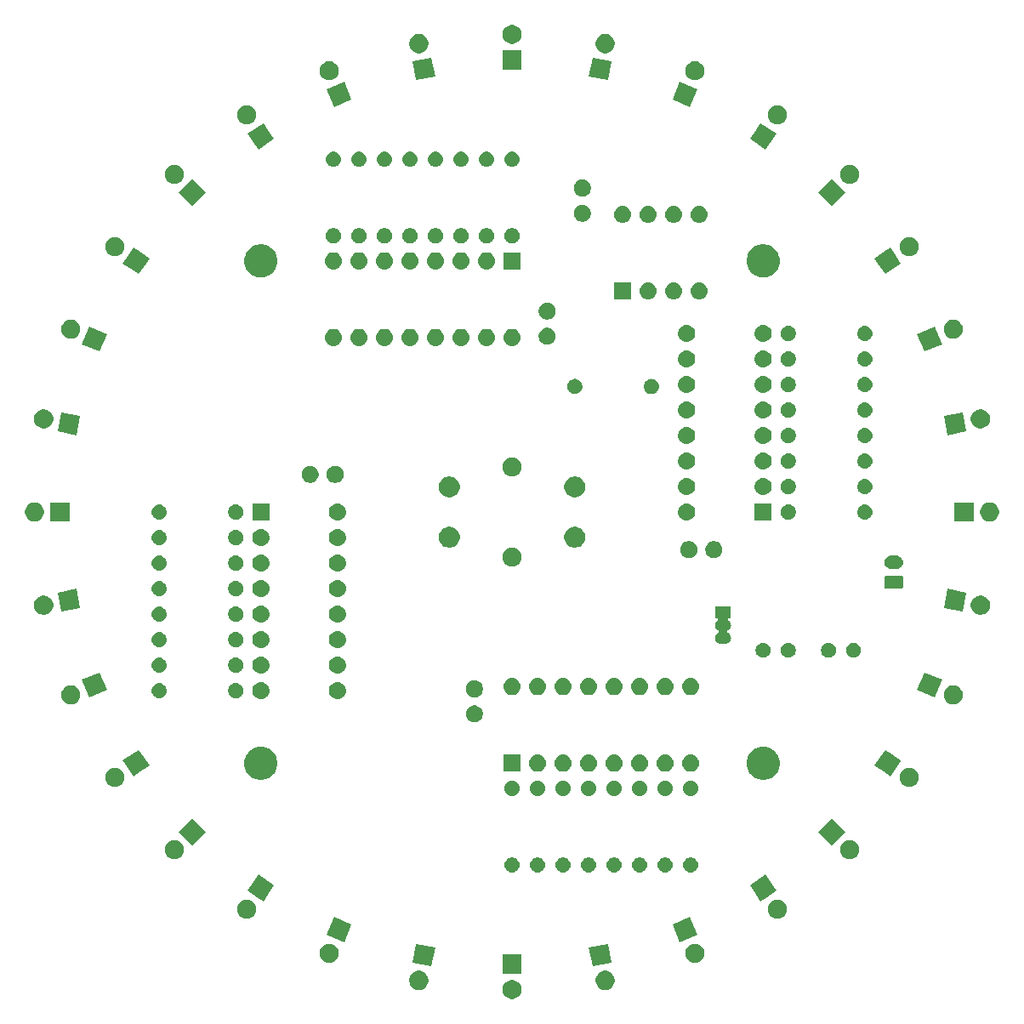
<source format=gbr>
G04 #@! TF.GenerationSoftware,KiCad,Pcbnew,(5.0.2)-1*
G04 #@! TF.CreationDate,2020-02-15T12:45:26+00:00*
G04 #@! TF.ProjectId,teatime,74656174-696d-4652-9e6b-696361645f70,rev?*
G04 #@! TF.SameCoordinates,Original*
G04 #@! TF.FileFunction,Soldermask,Bot*
G04 #@! TF.FilePolarity,Negative*
%FSLAX46Y46*%
G04 Gerber Fmt 4.6, Leading zero omitted, Abs format (unit mm)*
G04 Created by KiCad (PCBNEW (5.0.2)-1) date 15/02/2020 12:45:26*
%MOMM*%
%LPD*%
G01*
G04 APERTURE LIST*
%ADD10C,0.100000*%
G04 APERTURE END LIST*
D10*
G36*
X100277396Y-146625546D02*
X100450466Y-146697234D01*
X100606230Y-146801312D01*
X100738688Y-146933770D01*
X100842766Y-147089534D01*
X100914454Y-147262604D01*
X100951000Y-147446333D01*
X100951000Y-147633667D01*
X100914454Y-147817396D01*
X100842766Y-147990466D01*
X100738688Y-148146230D01*
X100606230Y-148278688D01*
X100450466Y-148382766D01*
X100277396Y-148454454D01*
X100093667Y-148491000D01*
X99906333Y-148491000D01*
X99722604Y-148454454D01*
X99549534Y-148382766D01*
X99393770Y-148278688D01*
X99261312Y-148146230D01*
X99157234Y-147990466D01*
X99085546Y-147817396D01*
X99049000Y-147633667D01*
X99049000Y-147446333D01*
X99085546Y-147262604D01*
X99157234Y-147089534D01*
X99261312Y-146933770D01*
X99393770Y-146801312D01*
X99549534Y-146697234D01*
X99722604Y-146625546D01*
X99906333Y-146589000D01*
X100093667Y-146589000D01*
X100277396Y-146625546D01*
X100277396Y-146625546D01*
G37*
G36*
X109551989Y-145712078D02*
X109725059Y-145783766D01*
X109880823Y-145887844D01*
X110013281Y-146020302D01*
X110117359Y-146176066D01*
X110189047Y-146349136D01*
X110225593Y-146532865D01*
X110225593Y-146720199D01*
X110189047Y-146903928D01*
X110117359Y-147076998D01*
X110013281Y-147232762D01*
X109880823Y-147365220D01*
X109725059Y-147469298D01*
X109551989Y-147540986D01*
X109368260Y-147577532D01*
X109180926Y-147577532D01*
X108997197Y-147540986D01*
X108824127Y-147469298D01*
X108668363Y-147365220D01*
X108535905Y-147232762D01*
X108431827Y-147076998D01*
X108360139Y-146903928D01*
X108323593Y-146720199D01*
X108323593Y-146532865D01*
X108360139Y-146349136D01*
X108431827Y-146176066D01*
X108535905Y-146020302D01*
X108668363Y-145887844D01*
X108824127Y-145783766D01*
X108997197Y-145712078D01*
X109180926Y-145675532D01*
X109368260Y-145675532D01*
X109551989Y-145712078D01*
X109551989Y-145712078D01*
G37*
G36*
X91002802Y-145712078D02*
X91175872Y-145783766D01*
X91331636Y-145887844D01*
X91464094Y-146020302D01*
X91568172Y-146176066D01*
X91639860Y-146349136D01*
X91676406Y-146532865D01*
X91676406Y-146720199D01*
X91639860Y-146903928D01*
X91568172Y-147076998D01*
X91464094Y-147232762D01*
X91331636Y-147365220D01*
X91175872Y-147469298D01*
X91002802Y-147540986D01*
X90819073Y-147577532D01*
X90631739Y-147577532D01*
X90448010Y-147540986D01*
X90274940Y-147469298D01*
X90119176Y-147365220D01*
X89986718Y-147232762D01*
X89882640Y-147076998D01*
X89810952Y-146903928D01*
X89774406Y-146720199D01*
X89774406Y-146532865D01*
X89810952Y-146349136D01*
X89882640Y-146176066D01*
X89986718Y-146020302D01*
X90119176Y-145887844D01*
X90274940Y-145783766D01*
X90448010Y-145712078D01*
X90631739Y-145675532D01*
X90819073Y-145675532D01*
X91002802Y-145712078D01*
X91002802Y-145712078D01*
G37*
G36*
X100951000Y-145951000D02*
X99049000Y-145951000D01*
X99049000Y-144049000D01*
X100951000Y-144049000D01*
X100951000Y-145951000D01*
X100951000Y-145951000D01*
G37*
G36*
X92339193Y-143388141D02*
X91968131Y-145253595D01*
X90102677Y-144882533D01*
X90473739Y-143017079D01*
X92339193Y-143388141D01*
X92339193Y-143388141D01*
G37*
G36*
X109897322Y-144882533D02*
X108031868Y-145253595D01*
X107660806Y-143388141D01*
X109526260Y-143017079D01*
X109897322Y-144882533D01*
X109897322Y-144882533D01*
G37*
G36*
X82084625Y-143006778D02*
X82257695Y-143078466D01*
X82413459Y-143182544D01*
X82545917Y-143315002D01*
X82649995Y-143470766D01*
X82721683Y-143643836D01*
X82758229Y-143827565D01*
X82758229Y-144014899D01*
X82721683Y-144198628D01*
X82649995Y-144371698D01*
X82545917Y-144527462D01*
X82413459Y-144659920D01*
X82257695Y-144763998D01*
X82084625Y-144835686D01*
X81900896Y-144872232D01*
X81713562Y-144872232D01*
X81529833Y-144835686D01*
X81356763Y-144763998D01*
X81200999Y-144659920D01*
X81068541Y-144527462D01*
X80964463Y-144371698D01*
X80892775Y-144198628D01*
X80856229Y-144014899D01*
X80856229Y-143827565D01*
X80892775Y-143643836D01*
X80964463Y-143470766D01*
X81068541Y-143315002D01*
X81200999Y-143182544D01*
X81356763Y-143078466D01*
X81529833Y-143006778D01*
X81713562Y-142970232D01*
X81900896Y-142970232D01*
X82084625Y-143006778D01*
X82084625Y-143006778D01*
G37*
G36*
X118470166Y-143006778D02*
X118643236Y-143078466D01*
X118799000Y-143182544D01*
X118931458Y-143315002D01*
X119035536Y-143470766D01*
X119107224Y-143643836D01*
X119143770Y-143827565D01*
X119143770Y-144014899D01*
X119107224Y-144198628D01*
X119035536Y-144371698D01*
X118931458Y-144527462D01*
X118799000Y-144659920D01*
X118643236Y-144763998D01*
X118470166Y-144835686D01*
X118286437Y-144872232D01*
X118099103Y-144872232D01*
X117915374Y-144835686D01*
X117742304Y-144763998D01*
X117586540Y-144659920D01*
X117454082Y-144527462D01*
X117350004Y-144371698D01*
X117278316Y-144198628D01*
X117241770Y-144014899D01*
X117241770Y-143827565D01*
X117278316Y-143643836D01*
X117350004Y-143470766D01*
X117454082Y-143315002D01*
X117586540Y-143182544D01*
X117742304Y-143078466D01*
X117915374Y-143006778D01*
X118099103Y-142970232D01*
X118286437Y-142970232D01*
X118470166Y-143006778D01*
X118470166Y-143006778D01*
G37*
G36*
X84021787Y-141059900D02*
X83293923Y-142817120D01*
X81536703Y-142089256D01*
X82264567Y-140332036D01*
X84021787Y-141059900D01*
X84021787Y-141059900D01*
G37*
G36*
X118463296Y-142089256D02*
X116706076Y-142817120D01*
X115978212Y-141059900D01*
X117735432Y-140332036D01*
X118463296Y-142089256D01*
X118463296Y-142089256D01*
G37*
G36*
X126689204Y-138613611D02*
X126862274Y-138685299D01*
X127018038Y-138789377D01*
X127150496Y-138921835D01*
X127254574Y-139077599D01*
X127326262Y-139250669D01*
X127362808Y-139434398D01*
X127362808Y-139621732D01*
X127326262Y-139805461D01*
X127254574Y-139978531D01*
X127150496Y-140134295D01*
X127018038Y-140266753D01*
X126862274Y-140370831D01*
X126689204Y-140442519D01*
X126505475Y-140479065D01*
X126318141Y-140479065D01*
X126134412Y-140442519D01*
X125961342Y-140370831D01*
X125805578Y-140266753D01*
X125673120Y-140134295D01*
X125569042Y-139978531D01*
X125497354Y-139805461D01*
X125460808Y-139621732D01*
X125460808Y-139434398D01*
X125497354Y-139250669D01*
X125569042Y-139077599D01*
X125673120Y-138921835D01*
X125805578Y-138789377D01*
X125961342Y-138685299D01*
X126134412Y-138613611D01*
X126318141Y-138577065D01*
X126505475Y-138577065D01*
X126689204Y-138613611D01*
X126689204Y-138613611D01*
G37*
G36*
X73865587Y-138613611D02*
X74038657Y-138685299D01*
X74194421Y-138789377D01*
X74326879Y-138921835D01*
X74430957Y-139077599D01*
X74502645Y-139250669D01*
X74539191Y-139434398D01*
X74539191Y-139621732D01*
X74502645Y-139805461D01*
X74430957Y-139978531D01*
X74326879Y-140134295D01*
X74194421Y-140266753D01*
X74038657Y-140370831D01*
X73865587Y-140442519D01*
X73681858Y-140479065D01*
X73494524Y-140479065D01*
X73310795Y-140442519D01*
X73137725Y-140370831D01*
X72981961Y-140266753D01*
X72849503Y-140134295D01*
X72745425Y-139978531D01*
X72673737Y-139805461D01*
X72637191Y-139621732D01*
X72637191Y-139434398D01*
X72673737Y-139250669D01*
X72745425Y-139077599D01*
X72849503Y-138921835D01*
X72981961Y-138789377D01*
X73137725Y-138685299D01*
X73310795Y-138613611D01*
X73494524Y-138577065D01*
X73681858Y-138577065D01*
X73865587Y-138613611D01*
X73865587Y-138613611D01*
G37*
G36*
X75370401Y-136520309D02*
X76318414Y-137153751D01*
X76318414Y-137153752D01*
X75967780Y-137678512D01*
X75261720Y-138735207D01*
X75261719Y-138735207D01*
X74628277Y-138311955D01*
X73680264Y-137678513D01*
X73680264Y-137678512D01*
X74103516Y-137045070D01*
X74736958Y-136097057D01*
X74736959Y-136097057D01*
X75370401Y-136520309D01*
X75370401Y-136520309D01*
G37*
G36*
X125896483Y-137045070D02*
X126319735Y-137678512D01*
X126319735Y-137678513D01*
X125371722Y-138311955D01*
X124738280Y-138735207D01*
X124738279Y-138735207D01*
X124032219Y-137678512D01*
X123681585Y-137153752D01*
X123681585Y-137153751D01*
X124629598Y-136520309D01*
X125263040Y-136097057D01*
X125263041Y-136097057D01*
X125896483Y-137045070D01*
X125896483Y-137045070D01*
G37*
G36*
X115313665Y-134372622D02*
X115387222Y-134379867D01*
X115528786Y-134422810D01*
X115659252Y-134492546D01*
X115773606Y-134586394D01*
X115867454Y-134700748D01*
X115937190Y-134831214D01*
X115980133Y-134972778D01*
X115994633Y-135120000D01*
X115980133Y-135267222D01*
X115937190Y-135408786D01*
X115867454Y-135539252D01*
X115773606Y-135653606D01*
X115659252Y-135747454D01*
X115528786Y-135817190D01*
X115387222Y-135860133D01*
X115313665Y-135867378D01*
X115276888Y-135871000D01*
X115203112Y-135871000D01*
X115166335Y-135867378D01*
X115092778Y-135860133D01*
X114951214Y-135817190D01*
X114820748Y-135747454D01*
X114706394Y-135653606D01*
X114612546Y-135539252D01*
X114542810Y-135408786D01*
X114499867Y-135267222D01*
X114485367Y-135120000D01*
X114499867Y-134972778D01*
X114542810Y-134831214D01*
X114612546Y-134700748D01*
X114706394Y-134586394D01*
X114820748Y-134492546D01*
X114951214Y-134422810D01*
X115092778Y-134379867D01*
X115166335Y-134372622D01*
X115203112Y-134369000D01*
X115276888Y-134369000D01*
X115313665Y-134372622D01*
X115313665Y-134372622D01*
G37*
G36*
X100073665Y-134372622D02*
X100147222Y-134379867D01*
X100288786Y-134422810D01*
X100419252Y-134492546D01*
X100533606Y-134586394D01*
X100627454Y-134700748D01*
X100697190Y-134831214D01*
X100740133Y-134972778D01*
X100754633Y-135120000D01*
X100740133Y-135267222D01*
X100697190Y-135408786D01*
X100627454Y-135539252D01*
X100533606Y-135653606D01*
X100419252Y-135747454D01*
X100288786Y-135817190D01*
X100147222Y-135860133D01*
X100073665Y-135867378D01*
X100036888Y-135871000D01*
X99963112Y-135871000D01*
X99926335Y-135867378D01*
X99852778Y-135860133D01*
X99711214Y-135817190D01*
X99580748Y-135747454D01*
X99466394Y-135653606D01*
X99372546Y-135539252D01*
X99302810Y-135408786D01*
X99259867Y-135267222D01*
X99245367Y-135120000D01*
X99259867Y-134972778D01*
X99302810Y-134831214D01*
X99372546Y-134700748D01*
X99466394Y-134586394D01*
X99580748Y-134492546D01*
X99711214Y-134422810D01*
X99852778Y-134379867D01*
X99926335Y-134372622D01*
X99963112Y-134369000D01*
X100036888Y-134369000D01*
X100073665Y-134372622D01*
X100073665Y-134372622D01*
G37*
G36*
X105153665Y-134372622D02*
X105227222Y-134379867D01*
X105368786Y-134422810D01*
X105499252Y-134492546D01*
X105613606Y-134586394D01*
X105707454Y-134700748D01*
X105777190Y-134831214D01*
X105820133Y-134972778D01*
X105834633Y-135120000D01*
X105820133Y-135267222D01*
X105777190Y-135408786D01*
X105707454Y-135539252D01*
X105613606Y-135653606D01*
X105499252Y-135747454D01*
X105368786Y-135817190D01*
X105227222Y-135860133D01*
X105153665Y-135867378D01*
X105116888Y-135871000D01*
X105043112Y-135871000D01*
X105006335Y-135867378D01*
X104932778Y-135860133D01*
X104791214Y-135817190D01*
X104660748Y-135747454D01*
X104546394Y-135653606D01*
X104452546Y-135539252D01*
X104382810Y-135408786D01*
X104339867Y-135267222D01*
X104325367Y-135120000D01*
X104339867Y-134972778D01*
X104382810Y-134831214D01*
X104452546Y-134700748D01*
X104546394Y-134586394D01*
X104660748Y-134492546D01*
X104791214Y-134422810D01*
X104932778Y-134379867D01*
X105006335Y-134372622D01*
X105043112Y-134369000D01*
X105116888Y-134369000D01*
X105153665Y-134372622D01*
X105153665Y-134372622D01*
G37*
G36*
X107693665Y-134372622D02*
X107767222Y-134379867D01*
X107908786Y-134422810D01*
X108039252Y-134492546D01*
X108153606Y-134586394D01*
X108247454Y-134700748D01*
X108317190Y-134831214D01*
X108360133Y-134972778D01*
X108374633Y-135120000D01*
X108360133Y-135267222D01*
X108317190Y-135408786D01*
X108247454Y-135539252D01*
X108153606Y-135653606D01*
X108039252Y-135747454D01*
X107908786Y-135817190D01*
X107767222Y-135860133D01*
X107693665Y-135867378D01*
X107656888Y-135871000D01*
X107583112Y-135871000D01*
X107546335Y-135867378D01*
X107472778Y-135860133D01*
X107331214Y-135817190D01*
X107200748Y-135747454D01*
X107086394Y-135653606D01*
X106992546Y-135539252D01*
X106922810Y-135408786D01*
X106879867Y-135267222D01*
X106865367Y-135120000D01*
X106879867Y-134972778D01*
X106922810Y-134831214D01*
X106992546Y-134700748D01*
X107086394Y-134586394D01*
X107200748Y-134492546D01*
X107331214Y-134422810D01*
X107472778Y-134379867D01*
X107546335Y-134372622D01*
X107583112Y-134369000D01*
X107656888Y-134369000D01*
X107693665Y-134372622D01*
X107693665Y-134372622D01*
G37*
G36*
X102613665Y-134372622D02*
X102687222Y-134379867D01*
X102828786Y-134422810D01*
X102959252Y-134492546D01*
X103073606Y-134586394D01*
X103167454Y-134700748D01*
X103237190Y-134831214D01*
X103280133Y-134972778D01*
X103294633Y-135120000D01*
X103280133Y-135267222D01*
X103237190Y-135408786D01*
X103167454Y-135539252D01*
X103073606Y-135653606D01*
X102959252Y-135747454D01*
X102828786Y-135817190D01*
X102687222Y-135860133D01*
X102613665Y-135867378D01*
X102576888Y-135871000D01*
X102503112Y-135871000D01*
X102466335Y-135867378D01*
X102392778Y-135860133D01*
X102251214Y-135817190D01*
X102120748Y-135747454D01*
X102006394Y-135653606D01*
X101912546Y-135539252D01*
X101842810Y-135408786D01*
X101799867Y-135267222D01*
X101785367Y-135120000D01*
X101799867Y-134972778D01*
X101842810Y-134831214D01*
X101912546Y-134700748D01*
X102006394Y-134586394D01*
X102120748Y-134492546D01*
X102251214Y-134422810D01*
X102392778Y-134379867D01*
X102466335Y-134372622D01*
X102503112Y-134369000D01*
X102576888Y-134369000D01*
X102613665Y-134372622D01*
X102613665Y-134372622D01*
G37*
G36*
X117853665Y-134372622D02*
X117927222Y-134379867D01*
X118068786Y-134422810D01*
X118199252Y-134492546D01*
X118313606Y-134586394D01*
X118407454Y-134700748D01*
X118477190Y-134831214D01*
X118520133Y-134972778D01*
X118534633Y-135120000D01*
X118520133Y-135267222D01*
X118477190Y-135408786D01*
X118407454Y-135539252D01*
X118313606Y-135653606D01*
X118199252Y-135747454D01*
X118068786Y-135817190D01*
X117927222Y-135860133D01*
X117853665Y-135867378D01*
X117816888Y-135871000D01*
X117743112Y-135871000D01*
X117706335Y-135867378D01*
X117632778Y-135860133D01*
X117491214Y-135817190D01*
X117360748Y-135747454D01*
X117246394Y-135653606D01*
X117152546Y-135539252D01*
X117082810Y-135408786D01*
X117039867Y-135267222D01*
X117025367Y-135120000D01*
X117039867Y-134972778D01*
X117082810Y-134831214D01*
X117152546Y-134700748D01*
X117246394Y-134586394D01*
X117360748Y-134492546D01*
X117491214Y-134422810D01*
X117632778Y-134379867D01*
X117706335Y-134372622D01*
X117743112Y-134369000D01*
X117816888Y-134369000D01*
X117853665Y-134372622D01*
X117853665Y-134372622D01*
G37*
G36*
X112773665Y-134372622D02*
X112847222Y-134379867D01*
X112988786Y-134422810D01*
X113119252Y-134492546D01*
X113233606Y-134586394D01*
X113327454Y-134700748D01*
X113397190Y-134831214D01*
X113440133Y-134972778D01*
X113454633Y-135120000D01*
X113440133Y-135267222D01*
X113397190Y-135408786D01*
X113327454Y-135539252D01*
X113233606Y-135653606D01*
X113119252Y-135747454D01*
X112988786Y-135817190D01*
X112847222Y-135860133D01*
X112773665Y-135867378D01*
X112736888Y-135871000D01*
X112663112Y-135871000D01*
X112626335Y-135867378D01*
X112552778Y-135860133D01*
X112411214Y-135817190D01*
X112280748Y-135747454D01*
X112166394Y-135653606D01*
X112072546Y-135539252D01*
X112002810Y-135408786D01*
X111959867Y-135267222D01*
X111945367Y-135120000D01*
X111959867Y-134972778D01*
X112002810Y-134831214D01*
X112072546Y-134700748D01*
X112166394Y-134586394D01*
X112280748Y-134492546D01*
X112411214Y-134422810D01*
X112552778Y-134379867D01*
X112626335Y-134372622D01*
X112663112Y-134369000D01*
X112736888Y-134369000D01*
X112773665Y-134372622D01*
X112773665Y-134372622D01*
G37*
G36*
X110233665Y-134372622D02*
X110307222Y-134379867D01*
X110448786Y-134422810D01*
X110579252Y-134492546D01*
X110693606Y-134586394D01*
X110787454Y-134700748D01*
X110857190Y-134831214D01*
X110900133Y-134972778D01*
X110914633Y-135120000D01*
X110900133Y-135267222D01*
X110857190Y-135408786D01*
X110787454Y-135539252D01*
X110693606Y-135653606D01*
X110579252Y-135747454D01*
X110448786Y-135817190D01*
X110307222Y-135860133D01*
X110233665Y-135867378D01*
X110196888Y-135871000D01*
X110123112Y-135871000D01*
X110086335Y-135867378D01*
X110012778Y-135860133D01*
X109871214Y-135817190D01*
X109740748Y-135747454D01*
X109626394Y-135653606D01*
X109532546Y-135539252D01*
X109462810Y-135408786D01*
X109419867Y-135267222D01*
X109405367Y-135120000D01*
X109419867Y-134972778D01*
X109462810Y-134831214D01*
X109532546Y-134700748D01*
X109626394Y-134586394D01*
X109740748Y-134492546D01*
X109871214Y-134422810D01*
X110012778Y-134379867D01*
X110086335Y-134372622D01*
X110123112Y-134369000D01*
X110196888Y-134369000D01*
X110233665Y-134372622D01*
X110233665Y-134372622D01*
G37*
G36*
X133893252Y-132701402D02*
X134066322Y-132773090D01*
X134222086Y-132877168D01*
X134354544Y-133009626D01*
X134458622Y-133165390D01*
X134530310Y-133338460D01*
X134566856Y-133522189D01*
X134566856Y-133709523D01*
X134530310Y-133893252D01*
X134458622Y-134066322D01*
X134354544Y-134222086D01*
X134222086Y-134354544D01*
X134066322Y-134458622D01*
X133893252Y-134530310D01*
X133709523Y-134566856D01*
X133522189Y-134566856D01*
X133338460Y-134530310D01*
X133165390Y-134458622D01*
X133009626Y-134354544D01*
X132877168Y-134222086D01*
X132773090Y-134066322D01*
X132701402Y-133893252D01*
X132664856Y-133709523D01*
X132664856Y-133522189D01*
X132701402Y-133338460D01*
X132773090Y-133165390D01*
X132877168Y-133009626D01*
X133009626Y-132877168D01*
X133165390Y-132773090D01*
X133338460Y-132701402D01*
X133522189Y-132664856D01*
X133709523Y-132664856D01*
X133893252Y-132701402D01*
X133893252Y-132701402D01*
G37*
G36*
X66661539Y-132701402D02*
X66834609Y-132773090D01*
X66990373Y-132877168D01*
X67122831Y-133009626D01*
X67226909Y-133165390D01*
X67298597Y-133338460D01*
X67335143Y-133522189D01*
X67335143Y-133709523D01*
X67298597Y-133893252D01*
X67226909Y-134066322D01*
X67122831Y-134222086D01*
X66990373Y-134354544D01*
X66834609Y-134458622D01*
X66661539Y-134530310D01*
X66477810Y-134566856D01*
X66290476Y-134566856D01*
X66106747Y-134530310D01*
X65933677Y-134458622D01*
X65777913Y-134354544D01*
X65645455Y-134222086D01*
X65541377Y-134066322D01*
X65469689Y-133893252D01*
X65433143Y-133709523D01*
X65433143Y-133522189D01*
X65469689Y-133338460D01*
X65541377Y-133165390D01*
X65645455Y-133009626D01*
X65777913Y-132877168D01*
X65933677Y-132773090D01*
X66106747Y-132701402D01*
X66290476Y-132664856D01*
X66477810Y-132664856D01*
X66661539Y-132701402D01*
X66661539Y-132701402D01*
G37*
G36*
X69525112Y-131819805D02*
X68180194Y-133164723D01*
X66835276Y-131819805D01*
X68180194Y-130474887D01*
X69525112Y-131819805D01*
X69525112Y-131819805D01*
G37*
G36*
X133164723Y-131819805D02*
X131819805Y-133164723D01*
X130474887Y-131819805D01*
X131819805Y-130474887D01*
X133164723Y-131819805D01*
X133164723Y-131819805D01*
G37*
G36*
X102672004Y-126760544D02*
X102759059Y-126777860D01*
X102895732Y-126834472D01*
X102937342Y-126862275D01*
X103018738Y-126916662D01*
X103123338Y-127021262D01*
X103123340Y-127021265D01*
X103205528Y-127144268D01*
X103262140Y-127280941D01*
X103291000Y-127426033D01*
X103291000Y-127573967D01*
X103262140Y-127719059D01*
X103205528Y-127855732D01*
X103205527Y-127855733D01*
X103123338Y-127978738D01*
X103018738Y-128083338D01*
X103018735Y-128083340D01*
X102895732Y-128165528D01*
X102759059Y-128222140D01*
X102672004Y-128239456D01*
X102613969Y-128251000D01*
X102466031Y-128251000D01*
X102407996Y-128239456D01*
X102320941Y-128222140D01*
X102184268Y-128165528D01*
X102061265Y-128083340D01*
X102061262Y-128083338D01*
X101956662Y-127978738D01*
X101874473Y-127855733D01*
X101874472Y-127855732D01*
X101817860Y-127719059D01*
X101789000Y-127573967D01*
X101789000Y-127426033D01*
X101817860Y-127280941D01*
X101874472Y-127144268D01*
X101956660Y-127021265D01*
X101956662Y-127021262D01*
X102061262Y-126916662D01*
X102142658Y-126862275D01*
X102184268Y-126834472D01*
X102320941Y-126777860D01*
X102407996Y-126760544D01*
X102466031Y-126749000D01*
X102613969Y-126749000D01*
X102672004Y-126760544D01*
X102672004Y-126760544D01*
G37*
G36*
X110292004Y-126760544D02*
X110379059Y-126777860D01*
X110515732Y-126834472D01*
X110557342Y-126862275D01*
X110638738Y-126916662D01*
X110743338Y-127021262D01*
X110743340Y-127021265D01*
X110825528Y-127144268D01*
X110882140Y-127280941D01*
X110911000Y-127426033D01*
X110911000Y-127573967D01*
X110882140Y-127719059D01*
X110825528Y-127855732D01*
X110825527Y-127855733D01*
X110743338Y-127978738D01*
X110638738Y-128083338D01*
X110638735Y-128083340D01*
X110515732Y-128165528D01*
X110379059Y-128222140D01*
X110292004Y-128239456D01*
X110233969Y-128251000D01*
X110086031Y-128251000D01*
X110027996Y-128239456D01*
X109940941Y-128222140D01*
X109804268Y-128165528D01*
X109681265Y-128083340D01*
X109681262Y-128083338D01*
X109576662Y-127978738D01*
X109494473Y-127855733D01*
X109494472Y-127855732D01*
X109437860Y-127719059D01*
X109409000Y-127573967D01*
X109409000Y-127426033D01*
X109437860Y-127280941D01*
X109494472Y-127144268D01*
X109576660Y-127021265D01*
X109576662Y-127021262D01*
X109681262Y-126916662D01*
X109762658Y-126862275D01*
X109804268Y-126834472D01*
X109940941Y-126777860D01*
X110027996Y-126760544D01*
X110086031Y-126749000D01*
X110233969Y-126749000D01*
X110292004Y-126760544D01*
X110292004Y-126760544D01*
G37*
G36*
X107752004Y-126760544D02*
X107839059Y-126777860D01*
X107975732Y-126834472D01*
X108017342Y-126862275D01*
X108098738Y-126916662D01*
X108203338Y-127021262D01*
X108203340Y-127021265D01*
X108285528Y-127144268D01*
X108342140Y-127280941D01*
X108371000Y-127426033D01*
X108371000Y-127573967D01*
X108342140Y-127719059D01*
X108285528Y-127855732D01*
X108285527Y-127855733D01*
X108203338Y-127978738D01*
X108098738Y-128083338D01*
X108098735Y-128083340D01*
X107975732Y-128165528D01*
X107839059Y-128222140D01*
X107752004Y-128239456D01*
X107693969Y-128251000D01*
X107546031Y-128251000D01*
X107487996Y-128239456D01*
X107400941Y-128222140D01*
X107264268Y-128165528D01*
X107141265Y-128083340D01*
X107141262Y-128083338D01*
X107036662Y-127978738D01*
X106954473Y-127855733D01*
X106954472Y-127855732D01*
X106897860Y-127719059D01*
X106869000Y-127573967D01*
X106869000Y-127426033D01*
X106897860Y-127280941D01*
X106954472Y-127144268D01*
X107036660Y-127021265D01*
X107036662Y-127021262D01*
X107141262Y-126916662D01*
X107222658Y-126862275D01*
X107264268Y-126834472D01*
X107400941Y-126777860D01*
X107487996Y-126760544D01*
X107546031Y-126749000D01*
X107693969Y-126749000D01*
X107752004Y-126760544D01*
X107752004Y-126760544D01*
G37*
G36*
X115372004Y-126760544D02*
X115459059Y-126777860D01*
X115595732Y-126834472D01*
X115637342Y-126862275D01*
X115718738Y-126916662D01*
X115823338Y-127021262D01*
X115823340Y-127021265D01*
X115905528Y-127144268D01*
X115962140Y-127280941D01*
X115991000Y-127426033D01*
X115991000Y-127573967D01*
X115962140Y-127719059D01*
X115905528Y-127855732D01*
X115905527Y-127855733D01*
X115823338Y-127978738D01*
X115718738Y-128083338D01*
X115718735Y-128083340D01*
X115595732Y-128165528D01*
X115459059Y-128222140D01*
X115372004Y-128239456D01*
X115313969Y-128251000D01*
X115166031Y-128251000D01*
X115107996Y-128239456D01*
X115020941Y-128222140D01*
X114884268Y-128165528D01*
X114761265Y-128083340D01*
X114761262Y-128083338D01*
X114656662Y-127978738D01*
X114574473Y-127855733D01*
X114574472Y-127855732D01*
X114517860Y-127719059D01*
X114489000Y-127573967D01*
X114489000Y-127426033D01*
X114517860Y-127280941D01*
X114574472Y-127144268D01*
X114656660Y-127021265D01*
X114656662Y-127021262D01*
X114761262Y-126916662D01*
X114842658Y-126862275D01*
X114884268Y-126834472D01*
X115020941Y-126777860D01*
X115107996Y-126760544D01*
X115166031Y-126749000D01*
X115313969Y-126749000D01*
X115372004Y-126760544D01*
X115372004Y-126760544D01*
G37*
G36*
X100132004Y-126760544D02*
X100219059Y-126777860D01*
X100355732Y-126834472D01*
X100397342Y-126862275D01*
X100478738Y-126916662D01*
X100583338Y-127021262D01*
X100583340Y-127021265D01*
X100665528Y-127144268D01*
X100722140Y-127280941D01*
X100751000Y-127426033D01*
X100751000Y-127573967D01*
X100722140Y-127719059D01*
X100665528Y-127855732D01*
X100665527Y-127855733D01*
X100583338Y-127978738D01*
X100478738Y-128083338D01*
X100478735Y-128083340D01*
X100355732Y-128165528D01*
X100219059Y-128222140D01*
X100132004Y-128239456D01*
X100073969Y-128251000D01*
X99926031Y-128251000D01*
X99867996Y-128239456D01*
X99780941Y-128222140D01*
X99644268Y-128165528D01*
X99521265Y-128083340D01*
X99521262Y-128083338D01*
X99416662Y-127978738D01*
X99334473Y-127855733D01*
X99334472Y-127855732D01*
X99277860Y-127719059D01*
X99249000Y-127573967D01*
X99249000Y-127426033D01*
X99277860Y-127280941D01*
X99334472Y-127144268D01*
X99416660Y-127021265D01*
X99416662Y-127021262D01*
X99521262Y-126916662D01*
X99602658Y-126862275D01*
X99644268Y-126834472D01*
X99780941Y-126777860D01*
X99867996Y-126760544D01*
X99926031Y-126749000D01*
X100073969Y-126749000D01*
X100132004Y-126760544D01*
X100132004Y-126760544D01*
G37*
G36*
X105212004Y-126760544D02*
X105299059Y-126777860D01*
X105435732Y-126834472D01*
X105477342Y-126862275D01*
X105558738Y-126916662D01*
X105663338Y-127021262D01*
X105663340Y-127021265D01*
X105745528Y-127144268D01*
X105802140Y-127280941D01*
X105831000Y-127426033D01*
X105831000Y-127573967D01*
X105802140Y-127719059D01*
X105745528Y-127855732D01*
X105745527Y-127855733D01*
X105663338Y-127978738D01*
X105558738Y-128083338D01*
X105558735Y-128083340D01*
X105435732Y-128165528D01*
X105299059Y-128222140D01*
X105212004Y-128239456D01*
X105153969Y-128251000D01*
X105006031Y-128251000D01*
X104947996Y-128239456D01*
X104860941Y-128222140D01*
X104724268Y-128165528D01*
X104601265Y-128083340D01*
X104601262Y-128083338D01*
X104496662Y-127978738D01*
X104414473Y-127855733D01*
X104414472Y-127855732D01*
X104357860Y-127719059D01*
X104329000Y-127573967D01*
X104329000Y-127426033D01*
X104357860Y-127280941D01*
X104414472Y-127144268D01*
X104496660Y-127021265D01*
X104496662Y-127021262D01*
X104601262Y-126916662D01*
X104682658Y-126862275D01*
X104724268Y-126834472D01*
X104860941Y-126777860D01*
X104947996Y-126760544D01*
X105006031Y-126749000D01*
X105153969Y-126749000D01*
X105212004Y-126760544D01*
X105212004Y-126760544D01*
G37*
G36*
X117912004Y-126760544D02*
X117999059Y-126777860D01*
X118135732Y-126834472D01*
X118177342Y-126862275D01*
X118258738Y-126916662D01*
X118363338Y-127021262D01*
X118363340Y-127021265D01*
X118445528Y-127144268D01*
X118502140Y-127280941D01*
X118531000Y-127426033D01*
X118531000Y-127573967D01*
X118502140Y-127719059D01*
X118445528Y-127855732D01*
X118445527Y-127855733D01*
X118363338Y-127978738D01*
X118258738Y-128083338D01*
X118258735Y-128083340D01*
X118135732Y-128165528D01*
X117999059Y-128222140D01*
X117912004Y-128239456D01*
X117853969Y-128251000D01*
X117706031Y-128251000D01*
X117647996Y-128239456D01*
X117560941Y-128222140D01*
X117424268Y-128165528D01*
X117301265Y-128083340D01*
X117301262Y-128083338D01*
X117196662Y-127978738D01*
X117114473Y-127855733D01*
X117114472Y-127855732D01*
X117057860Y-127719059D01*
X117029000Y-127573967D01*
X117029000Y-127426033D01*
X117057860Y-127280941D01*
X117114472Y-127144268D01*
X117196660Y-127021265D01*
X117196662Y-127021262D01*
X117301262Y-126916662D01*
X117382658Y-126862275D01*
X117424268Y-126834472D01*
X117560941Y-126777860D01*
X117647996Y-126760544D01*
X117706031Y-126749000D01*
X117853969Y-126749000D01*
X117912004Y-126760544D01*
X117912004Y-126760544D01*
G37*
G36*
X112832004Y-126760544D02*
X112919059Y-126777860D01*
X113055732Y-126834472D01*
X113097342Y-126862275D01*
X113178738Y-126916662D01*
X113283338Y-127021262D01*
X113283340Y-127021265D01*
X113365528Y-127144268D01*
X113422140Y-127280941D01*
X113451000Y-127426033D01*
X113451000Y-127573967D01*
X113422140Y-127719059D01*
X113365528Y-127855732D01*
X113365527Y-127855733D01*
X113283338Y-127978738D01*
X113178738Y-128083338D01*
X113178735Y-128083340D01*
X113055732Y-128165528D01*
X112919059Y-128222140D01*
X112832004Y-128239456D01*
X112773969Y-128251000D01*
X112626031Y-128251000D01*
X112567996Y-128239456D01*
X112480941Y-128222140D01*
X112344268Y-128165528D01*
X112221265Y-128083340D01*
X112221262Y-128083338D01*
X112116662Y-127978738D01*
X112034473Y-127855733D01*
X112034472Y-127855732D01*
X111977860Y-127719059D01*
X111949000Y-127573967D01*
X111949000Y-127426033D01*
X111977860Y-127280941D01*
X112034472Y-127144268D01*
X112116660Y-127021265D01*
X112116662Y-127021262D01*
X112221262Y-126916662D01*
X112302658Y-126862275D01*
X112344268Y-126834472D01*
X112480941Y-126777860D01*
X112567996Y-126760544D01*
X112626031Y-126749000D01*
X112773969Y-126749000D01*
X112832004Y-126760544D01*
X112832004Y-126760544D01*
G37*
G36*
X139805461Y-125497354D02*
X139978531Y-125569042D01*
X140134295Y-125673120D01*
X140266753Y-125805578D01*
X140370831Y-125961342D01*
X140442519Y-126134412D01*
X140479065Y-126318141D01*
X140479065Y-126505475D01*
X140442519Y-126689204D01*
X140370831Y-126862274D01*
X140266753Y-127018038D01*
X140134295Y-127150496D01*
X139978531Y-127254574D01*
X139805461Y-127326262D01*
X139621732Y-127362808D01*
X139434398Y-127362808D01*
X139250669Y-127326262D01*
X139077599Y-127254574D01*
X138921835Y-127150496D01*
X138789377Y-127018038D01*
X138685299Y-126862274D01*
X138613611Y-126689204D01*
X138577065Y-126505475D01*
X138577065Y-126318141D01*
X138613611Y-126134412D01*
X138685299Y-125961342D01*
X138789377Y-125805578D01*
X138921835Y-125673120D01*
X139077599Y-125569042D01*
X139250669Y-125497354D01*
X139434398Y-125460808D01*
X139621732Y-125460808D01*
X139805461Y-125497354D01*
X139805461Y-125497354D01*
G37*
G36*
X60749330Y-125497354D02*
X60922400Y-125569042D01*
X61078164Y-125673120D01*
X61210622Y-125805578D01*
X61314700Y-125961342D01*
X61386388Y-126134412D01*
X61422934Y-126318141D01*
X61422934Y-126505475D01*
X61386388Y-126689204D01*
X61314700Y-126862274D01*
X61210622Y-127018038D01*
X61078164Y-127150496D01*
X60922400Y-127254574D01*
X60749330Y-127326262D01*
X60565601Y-127362808D01*
X60378267Y-127362808D01*
X60194538Y-127326262D01*
X60021468Y-127254574D01*
X59865704Y-127150496D01*
X59733246Y-127018038D01*
X59629168Y-126862274D01*
X59557480Y-126689204D01*
X59520934Y-126505475D01*
X59520934Y-126318141D01*
X59557480Y-126134412D01*
X59629168Y-125961342D01*
X59733246Y-125805578D01*
X59865704Y-125673120D01*
X60021468Y-125569042D01*
X60194538Y-125497354D01*
X60378267Y-125460808D01*
X60565601Y-125460808D01*
X60749330Y-125497354D01*
X60749330Y-125497354D01*
G37*
G36*
X125375256Y-123391298D02*
X125481579Y-123412447D01*
X125782042Y-123536903D01*
X125998573Y-123681585D01*
X126052454Y-123717587D01*
X126282413Y-123947546D01*
X126282415Y-123947549D01*
X126463097Y-124217958D01*
X126536572Y-124395341D01*
X126587553Y-124518422D01*
X126651000Y-124837389D01*
X126651000Y-125162611D01*
X126631023Y-125263040D01*
X126587553Y-125481579D01*
X126463097Y-125782042D01*
X126343293Y-125961341D01*
X126282413Y-126052454D01*
X126052454Y-126282413D01*
X126052451Y-126282415D01*
X125782042Y-126463097D01*
X125481579Y-126587553D01*
X125375256Y-126608702D01*
X125162611Y-126651000D01*
X124837389Y-126651000D01*
X124624744Y-126608702D01*
X124518421Y-126587553D01*
X124217958Y-126463097D01*
X123947549Y-126282415D01*
X123947546Y-126282413D01*
X123717587Y-126052454D01*
X123656707Y-125961341D01*
X123536903Y-125782042D01*
X123412447Y-125481579D01*
X123368977Y-125263040D01*
X123349000Y-125162611D01*
X123349000Y-124837389D01*
X123412447Y-124518422D01*
X123463429Y-124395341D01*
X123536903Y-124217958D01*
X123717585Y-123947549D01*
X123717587Y-123947546D01*
X123947546Y-123717587D01*
X124001427Y-123681585D01*
X124217958Y-123536903D01*
X124518421Y-123412447D01*
X124624744Y-123391298D01*
X124837389Y-123349000D01*
X125162611Y-123349000D01*
X125375256Y-123391298D01*
X125375256Y-123391298D01*
G37*
G36*
X75375256Y-123391298D02*
X75481579Y-123412447D01*
X75782042Y-123536903D01*
X75998573Y-123681585D01*
X76052454Y-123717587D01*
X76282413Y-123947546D01*
X76282415Y-123947549D01*
X76463097Y-124217958D01*
X76536572Y-124395341D01*
X76587553Y-124518422D01*
X76651000Y-124837389D01*
X76651000Y-125162611D01*
X76631023Y-125263040D01*
X76587553Y-125481579D01*
X76463097Y-125782042D01*
X76343293Y-125961341D01*
X76282413Y-126052454D01*
X76052454Y-126282413D01*
X76052451Y-126282415D01*
X75782042Y-126463097D01*
X75481579Y-126587553D01*
X75375256Y-126608702D01*
X75162611Y-126651000D01*
X74837389Y-126651000D01*
X74624744Y-126608702D01*
X74518421Y-126587553D01*
X74217958Y-126463097D01*
X73947549Y-126282415D01*
X73947546Y-126282413D01*
X73717587Y-126052454D01*
X73656707Y-125961341D01*
X73536903Y-125782042D01*
X73412447Y-125481579D01*
X73368977Y-125263040D01*
X73349000Y-125162611D01*
X73349000Y-124837389D01*
X73412447Y-124518422D01*
X73463429Y-124395341D01*
X73536903Y-124217958D01*
X73717585Y-123947549D01*
X73717587Y-123947546D01*
X73947546Y-123717587D01*
X74001427Y-123681585D01*
X74217958Y-123536903D01*
X74518421Y-123412447D01*
X74624744Y-123391298D01*
X74837389Y-123349000D01*
X75162611Y-123349000D01*
X75375256Y-123391298D01*
X75375256Y-123391298D01*
G37*
G36*
X137551795Y-123947549D02*
X138735207Y-124738279D01*
X138735207Y-124738280D01*
X138671800Y-124833175D01*
X137678513Y-126319735D01*
X137678512Y-126319735D01*
X136958572Y-125838686D01*
X136097057Y-125263041D01*
X136097057Y-125263040D01*
X136676835Y-124395341D01*
X137153751Y-123681585D01*
X137153752Y-123681585D01*
X137551795Y-123947549D01*
X137551795Y-123947549D01*
G37*
G36*
X63323164Y-124395341D02*
X63902942Y-125263040D01*
X63902942Y-125263041D01*
X63041427Y-125838686D01*
X62321487Y-126319735D01*
X62321486Y-126319735D01*
X61328199Y-124833175D01*
X61264792Y-124738280D01*
X61264792Y-124738279D01*
X62448204Y-123947549D01*
X62846247Y-123681585D01*
X62846248Y-123681585D01*
X63323164Y-124395341D01*
X63323164Y-124395341D01*
G37*
G36*
X112866821Y-124161313D02*
X112866824Y-124161314D01*
X112866825Y-124161314D01*
X113027239Y-124209975D01*
X113027241Y-124209976D01*
X113027244Y-124209977D01*
X113175078Y-124288995D01*
X113304659Y-124395341D01*
X113411005Y-124524922D01*
X113490023Y-124672756D01*
X113490024Y-124672759D01*
X113490025Y-124672761D01*
X113509900Y-124738280D01*
X113538687Y-124833179D01*
X113555117Y-125000000D01*
X113538687Y-125166821D01*
X113538686Y-125166824D01*
X113538686Y-125166825D01*
X113509500Y-125263040D01*
X113490023Y-125327244D01*
X113411005Y-125475078D01*
X113304659Y-125604659D01*
X113175078Y-125711005D01*
X113027244Y-125790023D01*
X113027241Y-125790024D01*
X113027239Y-125790025D01*
X112866825Y-125838686D01*
X112866824Y-125838686D01*
X112866821Y-125838687D01*
X112741804Y-125851000D01*
X112658196Y-125851000D01*
X112533179Y-125838687D01*
X112533176Y-125838686D01*
X112533175Y-125838686D01*
X112372761Y-125790025D01*
X112372759Y-125790024D01*
X112372756Y-125790023D01*
X112224922Y-125711005D01*
X112095341Y-125604659D01*
X111988995Y-125475078D01*
X111909977Y-125327244D01*
X111890501Y-125263040D01*
X111861314Y-125166825D01*
X111861314Y-125166824D01*
X111861313Y-125166821D01*
X111844883Y-125000000D01*
X111861313Y-124833179D01*
X111890100Y-124738280D01*
X111909975Y-124672761D01*
X111909976Y-124672759D01*
X111909977Y-124672756D01*
X111988995Y-124524922D01*
X112095341Y-124395341D01*
X112224922Y-124288995D01*
X112372756Y-124209977D01*
X112372759Y-124209976D01*
X112372761Y-124209975D01*
X112533175Y-124161314D01*
X112533176Y-124161314D01*
X112533179Y-124161313D01*
X112658196Y-124149000D01*
X112741804Y-124149000D01*
X112866821Y-124161313D01*
X112866821Y-124161313D01*
G37*
G36*
X117946821Y-124161313D02*
X117946824Y-124161314D01*
X117946825Y-124161314D01*
X118107239Y-124209975D01*
X118107241Y-124209976D01*
X118107244Y-124209977D01*
X118255078Y-124288995D01*
X118384659Y-124395341D01*
X118491005Y-124524922D01*
X118570023Y-124672756D01*
X118570024Y-124672759D01*
X118570025Y-124672761D01*
X118589900Y-124738280D01*
X118618687Y-124833179D01*
X118635117Y-125000000D01*
X118618687Y-125166821D01*
X118618686Y-125166824D01*
X118618686Y-125166825D01*
X118589500Y-125263040D01*
X118570023Y-125327244D01*
X118491005Y-125475078D01*
X118384659Y-125604659D01*
X118255078Y-125711005D01*
X118107244Y-125790023D01*
X118107241Y-125790024D01*
X118107239Y-125790025D01*
X117946825Y-125838686D01*
X117946824Y-125838686D01*
X117946821Y-125838687D01*
X117821804Y-125851000D01*
X117738196Y-125851000D01*
X117613179Y-125838687D01*
X117613176Y-125838686D01*
X117613175Y-125838686D01*
X117452761Y-125790025D01*
X117452759Y-125790024D01*
X117452756Y-125790023D01*
X117304922Y-125711005D01*
X117175341Y-125604659D01*
X117068995Y-125475078D01*
X116989977Y-125327244D01*
X116970501Y-125263040D01*
X116941314Y-125166825D01*
X116941314Y-125166824D01*
X116941313Y-125166821D01*
X116924883Y-125000000D01*
X116941313Y-124833179D01*
X116970100Y-124738280D01*
X116989975Y-124672761D01*
X116989976Y-124672759D01*
X116989977Y-124672756D01*
X117068995Y-124524922D01*
X117175341Y-124395341D01*
X117304922Y-124288995D01*
X117452756Y-124209977D01*
X117452759Y-124209976D01*
X117452761Y-124209975D01*
X117613175Y-124161314D01*
X117613176Y-124161314D01*
X117613179Y-124161313D01*
X117738196Y-124149000D01*
X117821804Y-124149000D01*
X117946821Y-124161313D01*
X117946821Y-124161313D01*
G37*
G36*
X115406821Y-124161313D02*
X115406824Y-124161314D01*
X115406825Y-124161314D01*
X115567239Y-124209975D01*
X115567241Y-124209976D01*
X115567244Y-124209977D01*
X115715078Y-124288995D01*
X115844659Y-124395341D01*
X115951005Y-124524922D01*
X116030023Y-124672756D01*
X116030024Y-124672759D01*
X116030025Y-124672761D01*
X116049900Y-124738280D01*
X116078687Y-124833179D01*
X116095117Y-125000000D01*
X116078687Y-125166821D01*
X116078686Y-125166824D01*
X116078686Y-125166825D01*
X116049500Y-125263040D01*
X116030023Y-125327244D01*
X115951005Y-125475078D01*
X115844659Y-125604659D01*
X115715078Y-125711005D01*
X115567244Y-125790023D01*
X115567241Y-125790024D01*
X115567239Y-125790025D01*
X115406825Y-125838686D01*
X115406824Y-125838686D01*
X115406821Y-125838687D01*
X115281804Y-125851000D01*
X115198196Y-125851000D01*
X115073179Y-125838687D01*
X115073176Y-125838686D01*
X115073175Y-125838686D01*
X114912761Y-125790025D01*
X114912759Y-125790024D01*
X114912756Y-125790023D01*
X114764922Y-125711005D01*
X114635341Y-125604659D01*
X114528995Y-125475078D01*
X114449977Y-125327244D01*
X114430501Y-125263040D01*
X114401314Y-125166825D01*
X114401314Y-125166824D01*
X114401313Y-125166821D01*
X114384883Y-125000000D01*
X114401313Y-124833179D01*
X114430100Y-124738280D01*
X114449975Y-124672761D01*
X114449976Y-124672759D01*
X114449977Y-124672756D01*
X114528995Y-124524922D01*
X114635341Y-124395341D01*
X114764922Y-124288995D01*
X114912756Y-124209977D01*
X114912759Y-124209976D01*
X114912761Y-124209975D01*
X115073175Y-124161314D01*
X115073176Y-124161314D01*
X115073179Y-124161313D01*
X115198196Y-124149000D01*
X115281804Y-124149000D01*
X115406821Y-124161313D01*
X115406821Y-124161313D01*
G37*
G36*
X110326821Y-124161313D02*
X110326824Y-124161314D01*
X110326825Y-124161314D01*
X110487239Y-124209975D01*
X110487241Y-124209976D01*
X110487244Y-124209977D01*
X110635078Y-124288995D01*
X110764659Y-124395341D01*
X110871005Y-124524922D01*
X110950023Y-124672756D01*
X110950024Y-124672759D01*
X110950025Y-124672761D01*
X110969900Y-124738280D01*
X110998687Y-124833179D01*
X111015117Y-125000000D01*
X110998687Y-125166821D01*
X110998686Y-125166824D01*
X110998686Y-125166825D01*
X110969500Y-125263040D01*
X110950023Y-125327244D01*
X110871005Y-125475078D01*
X110764659Y-125604659D01*
X110635078Y-125711005D01*
X110487244Y-125790023D01*
X110487241Y-125790024D01*
X110487239Y-125790025D01*
X110326825Y-125838686D01*
X110326824Y-125838686D01*
X110326821Y-125838687D01*
X110201804Y-125851000D01*
X110118196Y-125851000D01*
X109993179Y-125838687D01*
X109993176Y-125838686D01*
X109993175Y-125838686D01*
X109832761Y-125790025D01*
X109832759Y-125790024D01*
X109832756Y-125790023D01*
X109684922Y-125711005D01*
X109555341Y-125604659D01*
X109448995Y-125475078D01*
X109369977Y-125327244D01*
X109350501Y-125263040D01*
X109321314Y-125166825D01*
X109321314Y-125166824D01*
X109321313Y-125166821D01*
X109304883Y-125000000D01*
X109321313Y-124833179D01*
X109350100Y-124738280D01*
X109369975Y-124672761D01*
X109369976Y-124672759D01*
X109369977Y-124672756D01*
X109448995Y-124524922D01*
X109555341Y-124395341D01*
X109684922Y-124288995D01*
X109832756Y-124209977D01*
X109832759Y-124209976D01*
X109832761Y-124209975D01*
X109993175Y-124161314D01*
X109993176Y-124161314D01*
X109993179Y-124161313D01*
X110118196Y-124149000D01*
X110201804Y-124149000D01*
X110326821Y-124161313D01*
X110326821Y-124161313D01*
G37*
G36*
X105246821Y-124161313D02*
X105246824Y-124161314D01*
X105246825Y-124161314D01*
X105407239Y-124209975D01*
X105407241Y-124209976D01*
X105407244Y-124209977D01*
X105555078Y-124288995D01*
X105684659Y-124395341D01*
X105791005Y-124524922D01*
X105870023Y-124672756D01*
X105870024Y-124672759D01*
X105870025Y-124672761D01*
X105889900Y-124738280D01*
X105918687Y-124833179D01*
X105935117Y-125000000D01*
X105918687Y-125166821D01*
X105918686Y-125166824D01*
X105918686Y-125166825D01*
X105889500Y-125263040D01*
X105870023Y-125327244D01*
X105791005Y-125475078D01*
X105684659Y-125604659D01*
X105555078Y-125711005D01*
X105407244Y-125790023D01*
X105407241Y-125790024D01*
X105407239Y-125790025D01*
X105246825Y-125838686D01*
X105246824Y-125838686D01*
X105246821Y-125838687D01*
X105121804Y-125851000D01*
X105038196Y-125851000D01*
X104913179Y-125838687D01*
X104913176Y-125838686D01*
X104913175Y-125838686D01*
X104752761Y-125790025D01*
X104752759Y-125790024D01*
X104752756Y-125790023D01*
X104604922Y-125711005D01*
X104475341Y-125604659D01*
X104368995Y-125475078D01*
X104289977Y-125327244D01*
X104270501Y-125263040D01*
X104241314Y-125166825D01*
X104241314Y-125166824D01*
X104241313Y-125166821D01*
X104224883Y-125000000D01*
X104241313Y-124833179D01*
X104270100Y-124738280D01*
X104289975Y-124672761D01*
X104289976Y-124672759D01*
X104289977Y-124672756D01*
X104368995Y-124524922D01*
X104475341Y-124395341D01*
X104604922Y-124288995D01*
X104752756Y-124209977D01*
X104752759Y-124209976D01*
X104752761Y-124209975D01*
X104913175Y-124161314D01*
X104913176Y-124161314D01*
X104913179Y-124161313D01*
X105038196Y-124149000D01*
X105121804Y-124149000D01*
X105246821Y-124161313D01*
X105246821Y-124161313D01*
G37*
G36*
X102706821Y-124161313D02*
X102706824Y-124161314D01*
X102706825Y-124161314D01*
X102867239Y-124209975D01*
X102867241Y-124209976D01*
X102867244Y-124209977D01*
X103015078Y-124288995D01*
X103144659Y-124395341D01*
X103251005Y-124524922D01*
X103330023Y-124672756D01*
X103330024Y-124672759D01*
X103330025Y-124672761D01*
X103349900Y-124738280D01*
X103378687Y-124833179D01*
X103395117Y-125000000D01*
X103378687Y-125166821D01*
X103378686Y-125166824D01*
X103378686Y-125166825D01*
X103349500Y-125263040D01*
X103330023Y-125327244D01*
X103251005Y-125475078D01*
X103144659Y-125604659D01*
X103015078Y-125711005D01*
X102867244Y-125790023D01*
X102867241Y-125790024D01*
X102867239Y-125790025D01*
X102706825Y-125838686D01*
X102706824Y-125838686D01*
X102706821Y-125838687D01*
X102581804Y-125851000D01*
X102498196Y-125851000D01*
X102373179Y-125838687D01*
X102373176Y-125838686D01*
X102373175Y-125838686D01*
X102212761Y-125790025D01*
X102212759Y-125790024D01*
X102212756Y-125790023D01*
X102064922Y-125711005D01*
X101935341Y-125604659D01*
X101828995Y-125475078D01*
X101749977Y-125327244D01*
X101730501Y-125263040D01*
X101701314Y-125166825D01*
X101701314Y-125166824D01*
X101701313Y-125166821D01*
X101684883Y-125000000D01*
X101701313Y-124833179D01*
X101730100Y-124738280D01*
X101749975Y-124672761D01*
X101749976Y-124672759D01*
X101749977Y-124672756D01*
X101828995Y-124524922D01*
X101935341Y-124395341D01*
X102064922Y-124288995D01*
X102212756Y-124209977D01*
X102212759Y-124209976D01*
X102212761Y-124209975D01*
X102373175Y-124161314D01*
X102373176Y-124161314D01*
X102373179Y-124161313D01*
X102498196Y-124149000D01*
X102581804Y-124149000D01*
X102706821Y-124161313D01*
X102706821Y-124161313D01*
G37*
G36*
X100851000Y-125851000D02*
X99149000Y-125851000D01*
X99149000Y-124149000D01*
X100851000Y-124149000D01*
X100851000Y-125851000D01*
X100851000Y-125851000D01*
G37*
G36*
X107786821Y-124161313D02*
X107786824Y-124161314D01*
X107786825Y-124161314D01*
X107947239Y-124209975D01*
X107947241Y-124209976D01*
X107947244Y-124209977D01*
X108095078Y-124288995D01*
X108224659Y-124395341D01*
X108331005Y-124524922D01*
X108410023Y-124672756D01*
X108410024Y-124672759D01*
X108410025Y-124672761D01*
X108429900Y-124738280D01*
X108458687Y-124833179D01*
X108475117Y-125000000D01*
X108458687Y-125166821D01*
X108458686Y-125166824D01*
X108458686Y-125166825D01*
X108429500Y-125263040D01*
X108410023Y-125327244D01*
X108331005Y-125475078D01*
X108224659Y-125604659D01*
X108095078Y-125711005D01*
X107947244Y-125790023D01*
X107947241Y-125790024D01*
X107947239Y-125790025D01*
X107786825Y-125838686D01*
X107786824Y-125838686D01*
X107786821Y-125838687D01*
X107661804Y-125851000D01*
X107578196Y-125851000D01*
X107453179Y-125838687D01*
X107453176Y-125838686D01*
X107453175Y-125838686D01*
X107292761Y-125790025D01*
X107292759Y-125790024D01*
X107292756Y-125790023D01*
X107144922Y-125711005D01*
X107015341Y-125604659D01*
X106908995Y-125475078D01*
X106829977Y-125327244D01*
X106810501Y-125263040D01*
X106781314Y-125166825D01*
X106781314Y-125166824D01*
X106781313Y-125166821D01*
X106764883Y-125000000D01*
X106781313Y-124833179D01*
X106810100Y-124738280D01*
X106829975Y-124672761D01*
X106829976Y-124672759D01*
X106829977Y-124672756D01*
X106908995Y-124524922D01*
X107015341Y-124395341D01*
X107144922Y-124288995D01*
X107292756Y-124209977D01*
X107292759Y-124209976D01*
X107292761Y-124209975D01*
X107453175Y-124161314D01*
X107453176Y-124161314D01*
X107453179Y-124161313D01*
X107578196Y-124149000D01*
X107661804Y-124149000D01*
X107786821Y-124161313D01*
X107786821Y-124161313D01*
G37*
G36*
X96498228Y-119281703D02*
X96653100Y-119345853D01*
X96792481Y-119438985D01*
X96911015Y-119557519D01*
X97004147Y-119696900D01*
X97068297Y-119851772D01*
X97101000Y-120016184D01*
X97101000Y-120183816D01*
X97068297Y-120348228D01*
X97004147Y-120503100D01*
X96911015Y-120642481D01*
X96792481Y-120761015D01*
X96653100Y-120854147D01*
X96498228Y-120918297D01*
X96333816Y-120951000D01*
X96166184Y-120951000D01*
X96001772Y-120918297D01*
X95846900Y-120854147D01*
X95707519Y-120761015D01*
X95588985Y-120642481D01*
X95495853Y-120503100D01*
X95431703Y-120348228D01*
X95399000Y-120183816D01*
X95399000Y-120016184D01*
X95431703Y-119851772D01*
X95495853Y-119696900D01*
X95588985Y-119557519D01*
X95707519Y-119438985D01*
X95846900Y-119345853D01*
X96001772Y-119281703D01*
X96166184Y-119249000D01*
X96333816Y-119249000D01*
X96498228Y-119281703D01*
X96498228Y-119281703D01*
G37*
G36*
X144198628Y-117278316D02*
X144371698Y-117350004D01*
X144527462Y-117454082D01*
X144659920Y-117586540D01*
X144763998Y-117742304D01*
X144835686Y-117915374D01*
X144872232Y-118099103D01*
X144872232Y-118286437D01*
X144835686Y-118470166D01*
X144763998Y-118643236D01*
X144659920Y-118799000D01*
X144527462Y-118931458D01*
X144371698Y-119035536D01*
X144198628Y-119107224D01*
X144014899Y-119143770D01*
X143827565Y-119143770D01*
X143643836Y-119107224D01*
X143470766Y-119035536D01*
X143315002Y-118931458D01*
X143182544Y-118799000D01*
X143078466Y-118643236D01*
X143006778Y-118470166D01*
X142970232Y-118286437D01*
X142970232Y-118099103D01*
X143006778Y-117915374D01*
X143078466Y-117742304D01*
X143182544Y-117586540D01*
X143315002Y-117454082D01*
X143470766Y-117350004D01*
X143643836Y-117278316D01*
X143827565Y-117241770D01*
X144014899Y-117241770D01*
X144198628Y-117278316D01*
X144198628Y-117278316D01*
G37*
G36*
X56356163Y-117278316D02*
X56529233Y-117350004D01*
X56684997Y-117454082D01*
X56817455Y-117586540D01*
X56921533Y-117742304D01*
X56993221Y-117915374D01*
X57029767Y-118099103D01*
X57029767Y-118286437D01*
X56993221Y-118470166D01*
X56921533Y-118643236D01*
X56817455Y-118799000D01*
X56684997Y-118931458D01*
X56529233Y-119035536D01*
X56356163Y-119107224D01*
X56172434Y-119143770D01*
X55985100Y-119143770D01*
X55801371Y-119107224D01*
X55628301Y-119035536D01*
X55472537Y-118931458D01*
X55340079Y-118799000D01*
X55236001Y-118643236D01*
X55164313Y-118470166D01*
X55127767Y-118286437D01*
X55127767Y-118099103D01*
X55164313Y-117915374D01*
X55236001Y-117742304D01*
X55340079Y-117586540D01*
X55472537Y-117454082D01*
X55628301Y-117350004D01*
X55801371Y-117278316D01*
X55985100Y-117241770D01*
X56172434Y-117241770D01*
X56356163Y-117278316D01*
X56356163Y-117278316D01*
G37*
G36*
X75166821Y-116941313D02*
X75166824Y-116941314D01*
X75166825Y-116941314D01*
X75327239Y-116989975D01*
X75327241Y-116989976D01*
X75327244Y-116989977D01*
X75475078Y-117068995D01*
X75604659Y-117175341D01*
X75711005Y-117304922D01*
X75790023Y-117452756D01*
X75790024Y-117452759D01*
X75790025Y-117452761D01*
X75818559Y-117546825D01*
X75838687Y-117613179D01*
X75855117Y-117780000D01*
X75838687Y-117946821D01*
X75838686Y-117946824D01*
X75838686Y-117946825D01*
X75794950Y-118091005D01*
X75790023Y-118107244D01*
X75711005Y-118255078D01*
X75604659Y-118384659D01*
X75475078Y-118491005D01*
X75327244Y-118570023D01*
X75327241Y-118570024D01*
X75327239Y-118570025D01*
X75166825Y-118618686D01*
X75166824Y-118618686D01*
X75166821Y-118618687D01*
X75041804Y-118631000D01*
X74958196Y-118631000D01*
X74833179Y-118618687D01*
X74833176Y-118618686D01*
X74833175Y-118618686D01*
X74672761Y-118570025D01*
X74672759Y-118570024D01*
X74672756Y-118570023D01*
X74524922Y-118491005D01*
X74395341Y-118384659D01*
X74288995Y-118255078D01*
X74209977Y-118107244D01*
X74205051Y-118091005D01*
X74161314Y-117946825D01*
X74161314Y-117946824D01*
X74161313Y-117946821D01*
X74144883Y-117780000D01*
X74161313Y-117613179D01*
X74181441Y-117546825D01*
X74209975Y-117452761D01*
X74209976Y-117452759D01*
X74209977Y-117452756D01*
X74288995Y-117304922D01*
X74395341Y-117175341D01*
X74524922Y-117068995D01*
X74672756Y-116989977D01*
X74672759Y-116989976D01*
X74672761Y-116989975D01*
X74833175Y-116941314D01*
X74833176Y-116941314D01*
X74833179Y-116941313D01*
X74958196Y-116929000D01*
X75041804Y-116929000D01*
X75166821Y-116941313D01*
X75166821Y-116941313D01*
G37*
G36*
X82786821Y-116941313D02*
X82786824Y-116941314D01*
X82786825Y-116941314D01*
X82947239Y-116989975D01*
X82947241Y-116989976D01*
X82947244Y-116989977D01*
X83095078Y-117068995D01*
X83224659Y-117175341D01*
X83331005Y-117304922D01*
X83410023Y-117452756D01*
X83410024Y-117452759D01*
X83410025Y-117452761D01*
X83438559Y-117546825D01*
X83458687Y-117613179D01*
X83475117Y-117780000D01*
X83458687Y-117946821D01*
X83458686Y-117946824D01*
X83458686Y-117946825D01*
X83414950Y-118091005D01*
X83410023Y-118107244D01*
X83331005Y-118255078D01*
X83224659Y-118384659D01*
X83095078Y-118491005D01*
X82947244Y-118570023D01*
X82947241Y-118570024D01*
X82947239Y-118570025D01*
X82786825Y-118618686D01*
X82786824Y-118618686D01*
X82786821Y-118618687D01*
X82661804Y-118631000D01*
X82578196Y-118631000D01*
X82453179Y-118618687D01*
X82453176Y-118618686D01*
X82453175Y-118618686D01*
X82292761Y-118570025D01*
X82292759Y-118570024D01*
X82292756Y-118570023D01*
X82144922Y-118491005D01*
X82015341Y-118384659D01*
X81908995Y-118255078D01*
X81829977Y-118107244D01*
X81825051Y-118091005D01*
X81781314Y-117946825D01*
X81781314Y-117946824D01*
X81781313Y-117946821D01*
X81764883Y-117780000D01*
X81781313Y-117613179D01*
X81801441Y-117546825D01*
X81829975Y-117452761D01*
X81829976Y-117452759D01*
X81829977Y-117452756D01*
X81908995Y-117304922D01*
X82015341Y-117175341D01*
X82144922Y-117068995D01*
X82292756Y-116989977D01*
X82292759Y-116989976D01*
X82292761Y-116989975D01*
X82453175Y-116941314D01*
X82453176Y-116941314D01*
X82453179Y-116941313D01*
X82578196Y-116929000D01*
X82661804Y-116929000D01*
X82786821Y-116941313D01*
X82786821Y-116941313D01*
G37*
G36*
X72628600Y-117039867D02*
X72719059Y-117057860D01*
X72855732Y-117114472D01*
X72912715Y-117152547D01*
X72978738Y-117196662D01*
X73083338Y-117301262D01*
X73083340Y-117301265D01*
X73165528Y-117424268D01*
X73222140Y-117560941D01*
X73251000Y-117706033D01*
X73251000Y-117853967D01*
X73222140Y-117999059D01*
X73165528Y-118135732D01*
X73110100Y-118218686D01*
X73083338Y-118258738D01*
X72978738Y-118363338D01*
X72978735Y-118363340D01*
X72855732Y-118445528D01*
X72719059Y-118502140D01*
X72632004Y-118519456D01*
X72573969Y-118531000D01*
X72426031Y-118531000D01*
X72367996Y-118519456D01*
X72280941Y-118502140D01*
X72144268Y-118445528D01*
X72021265Y-118363340D01*
X72021262Y-118363338D01*
X71916662Y-118258738D01*
X71889900Y-118218686D01*
X71834472Y-118135732D01*
X71777860Y-117999059D01*
X71749000Y-117853967D01*
X71749000Y-117706033D01*
X71777860Y-117560941D01*
X71834472Y-117424268D01*
X71916660Y-117301265D01*
X71916662Y-117301262D01*
X72021262Y-117196662D01*
X72087285Y-117152547D01*
X72144268Y-117114472D01*
X72280941Y-117057860D01*
X72371400Y-117039867D01*
X72426031Y-117029000D01*
X72573969Y-117029000D01*
X72628600Y-117039867D01*
X72628600Y-117039867D01*
G37*
G36*
X64953665Y-117032622D02*
X65027222Y-117039867D01*
X65168786Y-117082810D01*
X65299252Y-117152546D01*
X65413606Y-117246394D01*
X65507454Y-117360748D01*
X65577190Y-117491214D01*
X65620133Y-117632778D01*
X65634633Y-117780000D01*
X65620133Y-117927222D01*
X65577190Y-118068786D01*
X65507454Y-118199252D01*
X65413606Y-118313606D01*
X65299252Y-118407454D01*
X65168786Y-118477190D01*
X65027222Y-118520133D01*
X64953665Y-118527378D01*
X64916888Y-118531000D01*
X64843112Y-118531000D01*
X64806335Y-118527378D01*
X64732778Y-118520133D01*
X64591214Y-118477190D01*
X64460748Y-118407454D01*
X64346394Y-118313606D01*
X64252546Y-118199252D01*
X64182810Y-118068786D01*
X64139867Y-117927222D01*
X64125367Y-117780000D01*
X64139867Y-117632778D01*
X64182810Y-117491214D01*
X64252546Y-117360748D01*
X64346394Y-117246394D01*
X64460748Y-117152546D01*
X64591214Y-117082810D01*
X64732778Y-117039867D01*
X64806335Y-117032622D01*
X64843112Y-117029000D01*
X64916888Y-117029000D01*
X64953665Y-117032622D01*
X64953665Y-117032622D01*
G37*
G36*
X142817120Y-116706076D02*
X142089256Y-118463296D01*
X140332036Y-117735432D01*
X141059900Y-115978212D01*
X142817120Y-116706076D01*
X142817120Y-116706076D01*
G37*
G36*
X59667963Y-117735432D02*
X57910743Y-118463296D01*
X57182879Y-116706076D01*
X58940099Y-115978212D01*
X59667963Y-117735432D01*
X59667963Y-117735432D01*
G37*
G36*
X96498228Y-116781703D02*
X96653100Y-116845853D01*
X96792481Y-116938985D01*
X96911015Y-117057519D01*
X97004147Y-117196900D01*
X97068297Y-117351772D01*
X97101000Y-117516184D01*
X97101000Y-117683816D01*
X97068297Y-117848228D01*
X97004147Y-118003100D01*
X96911015Y-118142481D01*
X96792481Y-118261015D01*
X96653100Y-118354147D01*
X96498228Y-118418297D01*
X96333816Y-118451000D01*
X96166184Y-118451000D01*
X96001772Y-118418297D01*
X95846900Y-118354147D01*
X95707519Y-118261015D01*
X95588985Y-118142481D01*
X95495853Y-118003100D01*
X95431703Y-117848228D01*
X95399000Y-117683816D01*
X95399000Y-117516184D01*
X95431703Y-117351772D01*
X95495853Y-117196900D01*
X95588985Y-117057519D01*
X95707519Y-116938985D01*
X95846900Y-116845853D01*
X96001772Y-116781703D01*
X96166184Y-116749000D01*
X96333816Y-116749000D01*
X96498228Y-116781703D01*
X96498228Y-116781703D01*
G37*
G36*
X105246821Y-116541313D02*
X105246824Y-116541314D01*
X105246825Y-116541314D01*
X105407239Y-116589975D01*
X105407241Y-116589976D01*
X105407244Y-116589977D01*
X105555078Y-116668995D01*
X105684659Y-116775341D01*
X105791005Y-116904922D01*
X105870023Y-117052756D01*
X105870024Y-117052759D01*
X105870025Y-117052761D01*
X105907209Y-117175341D01*
X105918687Y-117213179D01*
X105935117Y-117380000D01*
X105918687Y-117546821D01*
X105918686Y-117546824D01*
X105918686Y-117546825D01*
X105870391Y-117706033D01*
X105870023Y-117707244D01*
X105791005Y-117855078D01*
X105684659Y-117984659D01*
X105555078Y-118091005D01*
X105407244Y-118170023D01*
X105407241Y-118170024D01*
X105407239Y-118170025D01*
X105246825Y-118218686D01*
X105246824Y-118218686D01*
X105246821Y-118218687D01*
X105121804Y-118231000D01*
X105038196Y-118231000D01*
X104913179Y-118218687D01*
X104913176Y-118218686D01*
X104913175Y-118218686D01*
X104752761Y-118170025D01*
X104752759Y-118170024D01*
X104752756Y-118170023D01*
X104604922Y-118091005D01*
X104475341Y-117984659D01*
X104368995Y-117855078D01*
X104289977Y-117707244D01*
X104289610Y-117706033D01*
X104241314Y-117546825D01*
X104241314Y-117546824D01*
X104241313Y-117546821D01*
X104224883Y-117380000D01*
X104241313Y-117213179D01*
X104252791Y-117175341D01*
X104289975Y-117052761D01*
X104289976Y-117052759D01*
X104289977Y-117052756D01*
X104368995Y-116904922D01*
X104475341Y-116775341D01*
X104604922Y-116668995D01*
X104752756Y-116589977D01*
X104752759Y-116589976D01*
X104752761Y-116589975D01*
X104913175Y-116541314D01*
X104913176Y-116541314D01*
X104913179Y-116541313D01*
X105038196Y-116529000D01*
X105121804Y-116529000D01*
X105246821Y-116541313D01*
X105246821Y-116541313D01*
G37*
G36*
X107786821Y-116541313D02*
X107786824Y-116541314D01*
X107786825Y-116541314D01*
X107947239Y-116589975D01*
X107947241Y-116589976D01*
X107947244Y-116589977D01*
X108095078Y-116668995D01*
X108224659Y-116775341D01*
X108331005Y-116904922D01*
X108410023Y-117052756D01*
X108410024Y-117052759D01*
X108410025Y-117052761D01*
X108447209Y-117175341D01*
X108458687Y-117213179D01*
X108475117Y-117380000D01*
X108458687Y-117546821D01*
X108458686Y-117546824D01*
X108458686Y-117546825D01*
X108410391Y-117706033D01*
X108410023Y-117707244D01*
X108331005Y-117855078D01*
X108224659Y-117984659D01*
X108095078Y-118091005D01*
X107947244Y-118170023D01*
X107947241Y-118170024D01*
X107947239Y-118170025D01*
X107786825Y-118218686D01*
X107786824Y-118218686D01*
X107786821Y-118218687D01*
X107661804Y-118231000D01*
X107578196Y-118231000D01*
X107453179Y-118218687D01*
X107453176Y-118218686D01*
X107453175Y-118218686D01*
X107292761Y-118170025D01*
X107292759Y-118170024D01*
X107292756Y-118170023D01*
X107144922Y-118091005D01*
X107015341Y-117984659D01*
X106908995Y-117855078D01*
X106829977Y-117707244D01*
X106829610Y-117706033D01*
X106781314Y-117546825D01*
X106781314Y-117546824D01*
X106781313Y-117546821D01*
X106764883Y-117380000D01*
X106781313Y-117213179D01*
X106792791Y-117175341D01*
X106829975Y-117052761D01*
X106829976Y-117052759D01*
X106829977Y-117052756D01*
X106908995Y-116904922D01*
X107015341Y-116775341D01*
X107144922Y-116668995D01*
X107292756Y-116589977D01*
X107292759Y-116589976D01*
X107292761Y-116589975D01*
X107453175Y-116541314D01*
X107453176Y-116541314D01*
X107453179Y-116541313D01*
X107578196Y-116529000D01*
X107661804Y-116529000D01*
X107786821Y-116541313D01*
X107786821Y-116541313D01*
G37*
G36*
X112866821Y-116541313D02*
X112866824Y-116541314D01*
X112866825Y-116541314D01*
X113027239Y-116589975D01*
X113027241Y-116589976D01*
X113027244Y-116589977D01*
X113175078Y-116668995D01*
X113304659Y-116775341D01*
X113411005Y-116904922D01*
X113490023Y-117052756D01*
X113490024Y-117052759D01*
X113490025Y-117052761D01*
X113527209Y-117175341D01*
X113538687Y-117213179D01*
X113555117Y-117380000D01*
X113538687Y-117546821D01*
X113538686Y-117546824D01*
X113538686Y-117546825D01*
X113490391Y-117706033D01*
X113490023Y-117707244D01*
X113411005Y-117855078D01*
X113304659Y-117984659D01*
X113175078Y-118091005D01*
X113027244Y-118170023D01*
X113027241Y-118170024D01*
X113027239Y-118170025D01*
X112866825Y-118218686D01*
X112866824Y-118218686D01*
X112866821Y-118218687D01*
X112741804Y-118231000D01*
X112658196Y-118231000D01*
X112533179Y-118218687D01*
X112533176Y-118218686D01*
X112533175Y-118218686D01*
X112372761Y-118170025D01*
X112372759Y-118170024D01*
X112372756Y-118170023D01*
X112224922Y-118091005D01*
X112095341Y-117984659D01*
X111988995Y-117855078D01*
X111909977Y-117707244D01*
X111909610Y-117706033D01*
X111861314Y-117546825D01*
X111861314Y-117546824D01*
X111861313Y-117546821D01*
X111844883Y-117380000D01*
X111861313Y-117213179D01*
X111872791Y-117175341D01*
X111909975Y-117052761D01*
X111909976Y-117052759D01*
X111909977Y-117052756D01*
X111988995Y-116904922D01*
X112095341Y-116775341D01*
X112224922Y-116668995D01*
X112372756Y-116589977D01*
X112372759Y-116589976D01*
X112372761Y-116589975D01*
X112533175Y-116541314D01*
X112533176Y-116541314D01*
X112533179Y-116541313D01*
X112658196Y-116529000D01*
X112741804Y-116529000D01*
X112866821Y-116541313D01*
X112866821Y-116541313D01*
G37*
G36*
X117946821Y-116541313D02*
X117946824Y-116541314D01*
X117946825Y-116541314D01*
X118107239Y-116589975D01*
X118107241Y-116589976D01*
X118107244Y-116589977D01*
X118255078Y-116668995D01*
X118384659Y-116775341D01*
X118491005Y-116904922D01*
X118570023Y-117052756D01*
X118570024Y-117052759D01*
X118570025Y-117052761D01*
X118607209Y-117175341D01*
X118618687Y-117213179D01*
X118635117Y-117380000D01*
X118618687Y-117546821D01*
X118618686Y-117546824D01*
X118618686Y-117546825D01*
X118570391Y-117706033D01*
X118570023Y-117707244D01*
X118491005Y-117855078D01*
X118384659Y-117984659D01*
X118255078Y-118091005D01*
X118107244Y-118170023D01*
X118107241Y-118170024D01*
X118107239Y-118170025D01*
X117946825Y-118218686D01*
X117946824Y-118218686D01*
X117946821Y-118218687D01*
X117821804Y-118231000D01*
X117738196Y-118231000D01*
X117613179Y-118218687D01*
X117613176Y-118218686D01*
X117613175Y-118218686D01*
X117452761Y-118170025D01*
X117452759Y-118170024D01*
X117452756Y-118170023D01*
X117304922Y-118091005D01*
X117175341Y-117984659D01*
X117068995Y-117855078D01*
X116989977Y-117707244D01*
X116989610Y-117706033D01*
X116941314Y-117546825D01*
X116941314Y-117546824D01*
X116941313Y-117546821D01*
X116924883Y-117380000D01*
X116941313Y-117213179D01*
X116952791Y-117175341D01*
X116989975Y-117052761D01*
X116989976Y-117052759D01*
X116989977Y-117052756D01*
X117068995Y-116904922D01*
X117175341Y-116775341D01*
X117304922Y-116668995D01*
X117452756Y-116589977D01*
X117452759Y-116589976D01*
X117452761Y-116589975D01*
X117613175Y-116541314D01*
X117613176Y-116541314D01*
X117613179Y-116541313D01*
X117738196Y-116529000D01*
X117821804Y-116529000D01*
X117946821Y-116541313D01*
X117946821Y-116541313D01*
G37*
G36*
X100166821Y-116541313D02*
X100166824Y-116541314D01*
X100166825Y-116541314D01*
X100327239Y-116589975D01*
X100327241Y-116589976D01*
X100327244Y-116589977D01*
X100475078Y-116668995D01*
X100604659Y-116775341D01*
X100711005Y-116904922D01*
X100790023Y-117052756D01*
X100790024Y-117052759D01*
X100790025Y-117052761D01*
X100827209Y-117175341D01*
X100838687Y-117213179D01*
X100855117Y-117380000D01*
X100838687Y-117546821D01*
X100838686Y-117546824D01*
X100838686Y-117546825D01*
X100790391Y-117706033D01*
X100790023Y-117707244D01*
X100711005Y-117855078D01*
X100604659Y-117984659D01*
X100475078Y-118091005D01*
X100327244Y-118170023D01*
X100327241Y-118170024D01*
X100327239Y-118170025D01*
X100166825Y-118218686D01*
X100166824Y-118218686D01*
X100166821Y-118218687D01*
X100041804Y-118231000D01*
X99958196Y-118231000D01*
X99833179Y-118218687D01*
X99833176Y-118218686D01*
X99833175Y-118218686D01*
X99672761Y-118170025D01*
X99672759Y-118170024D01*
X99672756Y-118170023D01*
X99524922Y-118091005D01*
X99395341Y-117984659D01*
X99288995Y-117855078D01*
X99209977Y-117707244D01*
X99209610Y-117706033D01*
X99161314Y-117546825D01*
X99161314Y-117546824D01*
X99161313Y-117546821D01*
X99144883Y-117380000D01*
X99161313Y-117213179D01*
X99172791Y-117175341D01*
X99209975Y-117052761D01*
X99209976Y-117052759D01*
X99209977Y-117052756D01*
X99288995Y-116904922D01*
X99395341Y-116775341D01*
X99524922Y-116668995D01*
X99672756Y-116589977D01*
X99672759Y-116589976D01*
X99672761Y-116589975D01*
X99833175Y-116541314D01*
X99833176Y-116541314D01*
X99833179Y-116541313D01*
X99958196Y-116529000D01*
X100041804Y-116529000D01*
X100166821Y-116541313D01*
X100166821Y-116541313D01*
G37*
G36*
X102706821Y-116541313D02*
X102706824Y-116541314D01*
X102706825Y-116541314D01*
X102867239Y-116589975D01*
X102867241Y-116589976D01*
X102867244Y-116589977D01*
X103015078Y-116668995D01*
X103144659Y-116775341D01*
X103251005Y-116904922D01*
X103330023Y-117052756D01*
X103330024Y-117052759D01*
X103330025Y-117052761D01*
X103367209Y-117175341D01*
X103378687Y-117213179D01*
X103395117Y-117380000D01*
X103378687Y-117546821D01*
X103378686Y-117546824D01*
X103378686Y-117546825D01*
X103330391Y-117706033D01*
X103330023Y-117707244D01*
X103251005Y-117855078D01*
X103144659Y-117984659D01*
X103015078Y-118091005D01*
X102867244Y-118170023D01*
X102867241Y-118170024D01*
X102867239Y-118170025D01*
X102706825Y-118218686D01*
X102706824Y-118218686D01*
X102706821Y-118218687D01*
X102581804Y-118231000D01*
X102498196Y-118231000D01*
X102373179Y-118218687D01*
X102373176Y-118218686D01*
X102373175Y-118218686D01*
X102212761Y-118170025D01*
X102212759Y-118170024D01*
X102212756Y-118170023D01*
X102064922Y-118091005D01*
X101935341Y-117984659D01*
X101828995Y-117855078D01*
X101749977Y-117707244D01*
X101749610Y-117706033D01*
X101701314Y-117546825D01*
X101701314Y-117546824D01*
X101701313Y-117546821D01*
X101684883Y-117380000D01*
X101701313Y-117213179D01*
X101712791Y-117175341D01*
X101749975Y-117052761D01*
X101749976Y-117052759D01*
X101749977Y-117052756D01*
X101828995Y-116904922D01*
X101935341Y-116775341D01*
X102064922Y-116668995D01*
X102212756Y-116589977D01*
X102212759Y-116589976D01*
X102212761Y-116589975D01*
X102373175Y-116541314D01*
X102373176Y-116541314D01*
X102373179Y-116541313D01*
X102498196Y-116529000D01*
X102581804Y-116529000D01*
X102706821Y-116541313D01*
X102706821Y-116541313D01*
G37*
G36*
X110326821Y-116541313D02*
X110326824Y-116541314D01*
X110326825Y-116541314D01*
X110487239Y-116589975D01*
X110487241Y-116589976D01*
X110487244Y-116589977D01*
X110635078Y-116668995D01*
X110764659Y-116775341D01*
X110871005Y-116904922D01*
X110950023Y-117052756D01*
X110950024Y-117052759D01*
X110950025Y-117052761D01*
X110987209Y-117175341D01*
X110998687Y-117213179D01*
X111015117Y-117380000D01*
X110998687Y-117546821D01*
X110998686Y-117546824D01*
X110998686Y-117546825D01*
X110950391Y-117706033D01*
X110950023Y-117707244D01*
X110871005Y-117855078D01*
X110764659Y-117984659D01*
X110635078Y-118091005D01*
X110487244Y-118170023D01*
X110487241Y-118170024D01*
X110487239Y-118170025D01*
X110326825Y-118218686D01*
X110326824Y-118218686D01*
X110326821Y-118218687D01*
X110201804Y-118231000D01*
X110118196Y-118231000D01*
X109993179Y-118218687D01*
X109993176Y-118218686D01*
X109993175Y-118218686D01*
X109832761Y-118170025D01*
X109832759Y-118170024D01*
X109832756Y-118170023D01*
X109684922Y-118091005D01*
X109555341Y-117984659D01*
X109448995Y-117855078D01*
X109369977Y-117707244D01*
X109369610Y-117706033D01*
X109321314Y-117546825D01*
X109321314Y-117546824D01*
X109321313Y-117546821D01*
X109304883Y-117380000D01*
X109321313Y-117213179D01*
X109332791Y-117175341D01*
X109369975Y-117052761D01*
X109369976Y-117052759D01*
X109369977Y-117052756D01*
X109448995Y-116904922D01*
X109555341Y-116775341D01*
X109684922Y-116668995D01*
X109832756Y-116589977D01*
X109832759Y-116589976D01*
X109832761Y-116589975D01*
X109993175Y-116541314D01*
X109993176Y-116541314D01*
X109993179Y-116541313D01*
X110118196Y-116529000D01*
X110201804Y-116529000D01*
X110326821Y-116541313D01*
X110326821Y-116541313D01*
G37*
G36*
X115406821Y-116541313D02*
X115406824Y-116541314D01*
X115406825Y-116541314D01*
X115567239Y-116589975D01*
X115567241Y-116589976D01*
X115567244Y-116589977D01*
X115715078Y-116668995D01*
X115844659Y-116775341D01*
X115951005Y-116904922D01*
X116030023Y-117052756D01*
X116030024Y-117052759D01*
X116030025Y-117052761D01*
X116067209Y-117175341D01*
X116078687Y-117213179D01*
X116095117Y-117380000D01*
X116078687Y-117546821D01*
X116078686Y-117546824D01*
X116078686Y-117546825D01*
X116030391Y-117706033D01*
X116030023Y-117707244D01*
X115951005Y-117855078D01*
X115844659Y-117984659D01*
X115715078Y-118091005D01*
X115567244Y-118170023D01*
X115567241Y-118170024D01*
X115567239Y-118170025D01*
X115406825Y-118218686D01*
X115406824Y-118218686D01*
X115406821Y-118218687D01*
X115281804Y-118231000D01*
X115198196Y-118231000D01*
X115073179Y-118218687D01*
X115073176Y-118218686D01*
X115073175Y-118218686D01*
X114912761Y-118170025D01*
X114912759Y-118170024D01*
X114912756Y-118170023D01*
X114764922Y-118091005D01*
X114635341Y-117984659D01*
X114528995Y-117855078D01*
X114449977Y-117707244D01*
X114449610Y-117706033D01*
X114401314Y-117546825D01*
X114401314Y-117546824D01*
X114401313Y-117546821D01*
X114384883Y-117380000D01*
X114401313Y-117213179D01*
X114412791Y-117175341D01*
X114449975Y-117052761D01*
X114449976Y-117052759D01*
X114449977Y-117052756D01*
X114528995Y-116904922D01*
X114635341Y-116775341D01*
X114764922Y-116668995D01*
X114912756Y-116589977D01*
X114912759Y-116589976D01*
X114912761Y-116589975D01*
X115073175Y-116541314D01*
X115073176Y-116541314D01*
X115073179Y-116541313D01*
X115198196Y-116529000D01*
X115281804Y-116529000D01*
X115406821Y-116541313D01*
X115406821Y-116541313D01*
G37*
G36*
X82786821Y-114401313D02*
X82786824Y-114401314D01*
X82786825Y-114401314D01*
X82947239Y-114449975D01*
X82947241Y-114449976D01*
X82947244Y-114449977D01*
X83095078Y-114528995D01*
X83224659Y-114635341D01*
X83331005Y-114764922D01*
X83410023Y-114912756D01*
X83410024Y-114912759D01*
X83410025Y-114912761D01*
X83442841Y-115020941D01*
X83458687Y-115073179D01*
X83475117Y-115240000D01*
X83458687Y-115406821D01*
X83458686Y-115406824D01*
X83458686Y-115406825D01*
X83421690Y-115528786D01*
X83410023Y-115567244D01*
X83331005Y-115715078D01*
X83224659Y-115844659D01*
X83095078Y-115951005D01*
X82947244Y-116030023D01*
X82947241Y-116030024D01*
X82947239Y-116030025D01*
X82786825Y-116078686D01*
X82786824Y-116078686D01*
X82786821Y-116078687D01*
X82661804Y-116091000D01*
X82578196Y-116091000D01*
X82453179Y-116078687D01*
X82453176Y-116078686D01*
X82453175Y-116078686D01*
X82292761Y-116030025D01*
X82292759Y-116030024D01*
X82292756Y-116030023D01*
X82144922Y-115951005D01*
X82015341Y-115844659D01*
X81908995Y-115715078D01*
X81829977Y-115567244D01*
X81818311Y-115528786D01*
X81781314Y-115406825D01*
X81781314Y-115406824D01*
X81781313Y-115406821D01*
X81764883Y-115240000D01*
X81781313Y-115073179D01*
X81797159Y-115020941D01*
X81829975Y-114912761D01*
X81829976Y-114912759D01*
X81829977Y-114912756D01*
X81908995Y-114764922D01*
X82015341Y-114635341D01*
X82144922Y-114528995D01*
X82292756Y-114449977D01*
X82292759Y-114449976D01*
X82292761Y-114449975D01*
X82453175Y-114401314D01*
X82453176Y-114401314D01*
X82453179Y-114401313D01*
X82578196Y-114389000D01*
X82661804Y-114389000D01*
X82786821Y-114401313D01*
X82786821Y-114401313D01*
G37*
G36*
X75166821Y-114401313D02*
X75166824Y-114401314D01*
X75166825Y-114401314D01*
X75327239Y-114449975D01*
X75327241Y-114449976D01*
X75327244Y-114449977D01*
X75475078Y-114528995D01*
X75604659Y-114635341D01*
X75711005Y-114764922D01*
X75790023Y-114912756D01*
X75790024Y-114912759D01*
X75790025Y-114912761D01*
X75822841Y-115020941D01*
X75838687Y-115073179D01*
X75855117Y-115240000D01*
X75838687Y-115406821D01*
X75838686Y-115406824D01*
X75838686Y-115406825D01*
X75801690Y-115528786D01*
X75790023Y-115567244D01*
X75711005Y-115715078D01*
X75604659Y-115844659D01*
X75475078Y-115951005D01*
X75327244Y-116030023D01*
X75327241Y-116030024D01*
X75327239Y-116030025D01*
X75166825Y-116078686D01*
X75166824Y-116078686D01*
X75166821Y-116078687D01*
X75041804Y-116091000D01*
X74958196Y-116091000D01*
X74833179Y-116078687D01*
X74833176Y-116078686D01*
X74833175Y-116078686D01*
X74672761Y-116030025D01*
X74672759Y-116030024D01*
X74672756Y-116030023D01*
X74524922Y-115951005D01*
X74395341Y-115844659D01*
X74288995Y-115715078D01*
X74209977Y-115567244D01*
X74198311Y-115528786D01*
X74161314Y-115406825D01*
X74161314Y-115406824D01*
X74161313Y-115406821D01*
X74144883Y-115240000D01*
X74161313Y-115073179D01*
X74177159Y-115020941D01*
X74209975Y-114912761D01*
X74209976Y-114912759D01*
X74209977Y-114912756D01*
X74288995Y-114764922D01*
X74395341Y-114635341D01*
X74524922Y-114528995D01*
X74672756Y-114449977D01*
X74672759Y-114449976D01*
X74672761Y-114449975D01*
X74833175Y-114401314D01*
X74833176Y-114401314D01*
X74833179Y-114401313D01*
X74958196Y-114389000D01*
X75041804Y-114389000D01*
X75166821Y-114401313D01*
X75166821Y-114401313D01*
G37*
G36*
X72628600Y-114499867D02*
X72719059Y-114517860D01*
X72855732Y-114574472D01*
X72912715Y-114612547D01*
X72978738Y-114656662D01*
X73083338Y-114761262D01*
X73083340Y-114761265D01*
X73165528Y-114884268D01*
X73222140Y-115020941D01*
X73251000Y-115166033D01*
X73251000Y-115313967D01*
X73222140Y-115459059D01*
X73165528Y-115595732D01*
X73085784Y-115715078D01*
X73083338Y-115718738D01*
X72978738Y-115823338D01*
X72978735Y-115823340D01*
X72855732Y-115905528D01*
X72719059Y-115962140D01*
X72638258Y-115978212D01*
X72573969Y-115991000D01*
X72426031Y-115991000D01*
X72361742Y-115978212D01*
X72280941Y-115962140D01*
X72144268Y-115905528D01*
X72021265Y-115823340D01*
X72021262Y-115823338D01*
X71916662Y-115718738D01*
X71914216Y-115715078D01*
X71834472Y-115595732D01*
X71777860Y-115459059D01*
X71749000Y-115313967D01*
X71749000Y-115166033D01*
X71777860Y-115020941D01*
X71834472Y-114884268D01*
X71916660Y-114761265D01*
X71916662Y-114761262D01*
X72021262Y-114656662D01*
X72087285Y-114612547D01*
X72144268Y-114574472D01*
X72280941Y-114517860D01*
X72371400Y-114499867D01*
X72426031Y-114489000D01*
X72573969Y-114489000D01*
X72628600Y-114499867D01*
X72628600Y-114499867D01*
G37*
G36*
X64953665Y-114492622D02*
X65027222Y-114499867D01*
X65168786Y-114542810D01*
X65299252Y-114612546D01*
X65413606Y-114706394D01*
X65507454Y-114820748D01*
X65577190Y-114951214D01*
X65620133Y-115092778D01*
X65634633Y-115240000D01*
X65620133Y-115387222D01*
X65577190Y-115528786D01*
X65507454Y-115659252D01*
X65413606Y-115773606D01*
X65299252Y-115867454D01*
X65168786Y-115937190D01*
X65027222Y-115980133D01*
X64953665Y-115987378D01*
X64916888Y-115991000D01*
X64843112Y-115991000D01*
X64806335Y-115987378D01*
X64732778Y-115980133D01*
X64591214Y-115937190D01*
X64460748Y-115867454D01*
X64346394Y-115773606D01*
X64252546Y-115659252D01*
X64182810Y-115528786D01*
X64139867Y-115387222D01*
X64125367Y-115240000D01*
X64139867Y-115092778D01*
X64182810Y-114951214D01*
X64252546Y-114820748D01*
X64346394Y-114706394D01*
X64460748Y-114612546D01*
X64591214Y-114542810D01*
X64732778Y-114499867D01*
X64806335Y-114492622D01*
X64843112Y-114489000D01*
X64916888Y-114489000D01*
X64953665Y-114492622D01*
X64953665Y-114492622D01*
G37*
G36*
X127632004Y-113010544D02*
X127719059Y-113027860D01*
X127855732Y-113084472D01*
X127890444Y-113107666D01*
X127978738Y-113166662D01*
X128083338Y-113271262D01*
X128083340Y-113271265D01*
X128165528Y-113394268D01*
X128222140Y-113530941D01*
X128251000Y-113676033D01*
X128251000Y-113823967D01*
X128222140Y-113969059D01*
X128165528Y-114105732D01*
X128165527Y-114105733D01*
X128083338Y-114228738D01*
X127978738Y-114333338D01*
X127978735Y-114333340D01*
X127855732Y-114415528D01*
X127719059Y-114472140D01*
X127634296Y-114489000D01*
X127573969Y-114501000D01*
X127426031Y-114501000D01*
X127365704Y-114489000D01*
X127280941Y-114472140D01*
X127144268Y-114415528D01*
X127021265Y-114333340D01*
X127021262Y-114333338D01*
X126916662Y-114228738D01*
X126834473Y-114105733D01*
X126834472Y-114105732D01*
X126777860Y-113969059D01*
X126749000Y-113823967D01*
X126749000Y-113676033D01*
X126777860Y-113530941D01*
X126834472Y-113394268D01*
X126916660Y-113271265D01*
X126916662Y-113271262D01*
X127021262Y-113166662D01*
X127109556Y-113107666D01*
X127144268Y-113084472D01*
X127280941Y-113027860D01*
X127367996Y-113010544D01*
X127426031Y-112999000D01*
X127573969Y-112999000D01*
X127632004Y-113010544D01*
X127632004Y-113010544D01*
G37*
G36*
X134132004Y-113010544D02*
X134219059Y-113027860D01*
X134355732Y-113084472D01*
X134390444Y-113107666D01*
X134478738Y-113166662D01*
X134583338Y-113271262D01*
X134583340Y-113271265D01*
X134665528Y-113394268D01*
X134722140Y-113530941D01*
X134751000Y-113676033D01*
X134751000Y-113823967D01*
X134722140Y-113969059D01*
X134665528Y-114105732D01*
X134665527Y-114105733D01*
X134583338Y-114228738D01*
X134478738Y-114333338D01*
X134478735Y-114333340D01*
X134355732Y-114415528D01*
X134219059Y-114472140D01*
X134134296Y-114489000D01*
X134073969Y-114501000D01*
X133926031Y-114501000D01*
X133865704Y-114489000D01*
X133780941Y-114472140D01*
X133644268Y-114415528D01*
X133521265Y-114333340D01*
X133521262Y-114333338D01*
X133416662Y-114228738D01*
X133334473Y-114105733D01*
X133334472Y-114105732D01*
X133277860Y-113969059D01*
X133249000Y-113823967D01*
X133249000Y-113676033D01*
X133277860Y-113530941D01*
X133334472Y-113394268D01*
X133416660Y-113271265D01*
X133416662Y-113271262D01*
X133521262Y-113166662D01*
X133609556Y-113107666D01*
X133644268Y-113084472D01*
X133780941Y-113027860D01*
X133867996Y-113010544D01*
X133926031Y-112999000D01*
X134073969Y-112999000D01*
X134132004Y-113010544D01*
X134132004Y-113010544D01*
G37*
G36*
X131632004Y-113010544D02*
X131719059Y-113027860D01*
X131855732Y-113084472D01*
X131890444Y-113107666D01*
X131978738Y-113166662D01*
X132083338Y-113271262D01*
X132083340Y-113271265D01*
X132165528Y-113394268D01*
X132222140Y-113530941D01*
X132251000Y-113676033D01*
X132251000Y-113823967D01*
X132222140Y-113969059D01*
X132165528Y-114105732D01*
X132165527Y-114105733D01*
X132083338Y-114228738D01*
X131978738Y-114333338D01*
X131978735Y-114333340D01*
X131855732Y-114415528D01*
X131719059Y-114472140D01*
X131634296Y-114489000D01*
X131573969Y-114501000D01*
X131426031Y-114501000D01*
X131365704Y-114489000D01*
X131280941Y-114472140D01*
X131144268Y-114415528D01*
X131021265Y-114333340D01*
X131021262Y-114333338D01*
X130916662Y-114228738D01*
X130834473Y-114105733D01*
X130834472Y-114105732D01*
X130777860Y-113969059D01*
X130749000Y-113823967D01*
X130749000Y-113676033D01*
X130777860Y-113530941D01*
X130834472Y-113394268D01*
X130916660Y-113271265D01*
X130916662Y-113271262D01*
X131021262Y-113166662D01*
X131109556Y-113107666D01*
X131144268Y-113084472D01*
X131280941Y-113027860D01*
X131367996Y-113010544D01*
X131426031Y-112999000D01*
X131573969Y-112999000D01*
X131632004Y-113010544D01*
X131632004Y-113010544D01*
G37*
G36*
X125132004Y-113010544D02*
X125219059Y-113027860D01*
X125355732Y-113084472D01*
X125390444Y-113107666D01*
X125478738Y-113166662D01*
X125583338Y-113271262D01*
X125583340Y-113271265D01*
X125665528Y-113394268D01*
X125722140Y-113530941D01*
X125751000Y-113676033D01*
X125751000Y-113823967D01*
X125722140Y-113969059D01*
X125665528Y-114105732D01*
X125665527Y-114105733D01*
X125583338Y-114228738D01*
X125478738Y-114333338D01*
X125478735Y-114333340D01*
X125355732Y-114415528D01*
X125219059Y-114472140D01*
X125134296Y-114489000D01*
X125073969Y-114501000D01*
X124926031Y-114501000D01*
X124865704Y-114489000D01*
X124780941Y-114472140D01*
X124644268Y-114415528D01*
X124521265Y-114333340D01*
X124521262Y-114333338D01*
X124416662Y-114228738D01*
X124334473Y-114105733D01*
X124334472Y-114105732D01*
X124277860Y-113969059D01*
X124249000Y-113823967D01*
X124249000Y-113676033D01*
X124277860Y-113530941D01*
X124334472Y-113394268D01*
X124416660Y-113271265D01*
X124416662Y-113271262D01*
X124521262Y-113166662D01*
X124609556Y-113107666D01*
X124644268Y-113084472D01*
X124780941Y-113027860D01*
X124867996Y-113010544D01*
X124926031Y-112999000D01*
X125073969Y-112999000D01*
X125132004Y-113010544D01*
X125132004Y-113010544D01*
G37*
G36*
X75166821Y-111861313D02*
X75166824Y-111861314D01*
X75166825Y-111861314D01*
X75327239Y-111909975D01*
X75327241Y-111909976D01*
X75327244Y-111909977D01*
X75475078Y-111988995D01*
X75604659Y-112095341D01*
X75711005Y-112224922D01*
X75790023Y-112372756D01*
X75790024Y-112372759D01*
X75790025Y-112372761D01*
X75806505Y-112427088D01*
X75838687Y-112533179D01*
X75855117Y-112700000D01*
X75838687Y-112866821D01*
X75838686Y-112866824D01*
X75838686Y-112866825D01*
X75791844Y-113021244D01*
X75790023Y-113027244D01*
X75711005Y-113175078D01*
X75604659Y-113304659D01*
X75475078Y-113411005D01*
X75327244Y-113490023D01*
X75327241Y-113490024D01*
X75327239Y-113490025D01*
X75166825Y-113538686D01*
X75166824Y-113538686D01*
X75166821Y-113538687D01*
X75041804Y-113551000D01*
X74958196Y-113551000D01*
X74833179Y-113538687D01*
X74833176Y-113538686D01*
X74833175Y-113538686D01*
X74672761Y-113490025D01*
X74672759Y-113490024D01*
X74672756Y-113490023D01*
X74524922Y-113411005D01*
X74395341Y-113304659D01*
X74288995Y-113175078D01*
X74209977Y-113027244D01*
X74208157Y-113021244D01*
X74161314Y-112866825D01*
X74161314Y-112866824D01*
X74161313Y-112866821D01*
X74144883Y-112700000D01*
X74161313Y-112533179D01*
X74193495Y-112427088D01*
X74209975Y-112372761D01*
X74209976Y-112372759D01*
X74209977Y-112372756D01*
X74288995Y-112224922D01*
X74395341Y-112095341D01*
X74524922Y-111988995D01*
X74672756Y-111909977D01*
X74672759Y-111909976D01*
X74672761Y-111909975D01*
X74833175Y-111861314D01*
X74833176Y-111861314D01*
X74833179Y-111861313D01*
X74958196Y-111849000D01*
X75041804Y-111849000D01*
X75166821Y-111861313D01*
X75166821Y-111861313D01*
G37*
G36*
X82786821Y-111861313D02*
X82786824Y-111861314D01*
X82786825Y-111861314D01*
X82947239Y-111909975D01*
X82947241Y-111909976D01*
X82947244Y-111909977D01*
X83095078Y-111988995D01*
X83224659Y-112095341D01*
X83331005Y-112224922D01*
X83410023Y-112372756D01*
X83410024Y-112372759D01*
X83410025Y-112372761D01*
X83426505Y-112427088D01*
X83458687Y-112533179D01*
X83475117Y-112700000D01*
X83458687Y-112866821D01*
X83458686Y-112866824D01*
X83458686Y-112866825D01*
X83411844Y-113021244D01*
X83410023Y-113027244D01*
X83331005Y-113175078D01*
X83224659Y-113304659D01*
X83095078Y-113411005D01*
X82947244Y-113490023D01*
X82947241Y-113490024D01*
X82947239Y-113490025D01*
X82786825Y-113538686D01*
X82786824Y-113538686D01*
X82786821Y-113538687D01*
X82661804Y-113551000D01*
X82578196Y-113551000D01*
X82453179Y-113538687D01*
X82453176Y-113538686D01*
X82453175Y-113538686D01*
X82292761Y-113490025D01*
X82292759Y-113490024D01*
X82292756Y-113490023D01*
X82144922Y-113411005D01*
X82015341Y-113304659D01*
X81908995Y-113175078D01*
X81829977Y-113027244D01*
X81828157Y-113021244D01*
X81781314Y-112866825D01*
X81781314Y-112866824D01*
X81781313Y-112866821D01*
X81764883Y-112700000D01*
X81781313Y-112533179D01*
X81813495Y-112427088D01*
X81829975Y-112372761D01*
X81829976Y-112372759D01*
X81829977Y-112372756D01*
X81908995Y-112224922D01*
X82015341Y-112095341D01*
X82144922Y-111988995D01*
X82292756Y-111909977D01*
X82292759Y-111909976D01*
X82292761Y-111909975D01*
X82453175Y-111861314D01*
X82453176Y-111861314D01*
X82453179Y-111861313D01*
X82578196Y-111849000D01*
X82661804Y-111849000D01*
X82786821Y-111861313D01*
X82786821Y-111861313D01*
G37*
G36*
X64953665Y-111952622D02*
X65027222Y-111959867D01*
X65168786Y-112002810D01*
X65299252Y-112072546D01*
X65413606Y-112166394D01*
X65507454Y-112280748D01*
X65577190Y-112411214D01*
X65620133Y-112552778D01*
X65634633Y-112700000D01*
X65620133Y-112847222D01*
X65577190Y-112988786D01*
X65507454Y-113119252D01*
X65413606Y-113233606D01*
X65299252Y-113327454D01*
X65168786Y-113397190D01*
X65027222Y-113440133D01*
X64953665Y-113447378D01*
X64916888Y-113451000D01*
X64843112Y-113451000D01*
X64806335Y-113447378D01*
X64732778Y-113440133D01*
X64591214Y-113397190D01*
X64460748Y-113327454D01*
X64346394Y-113233606D01*
X64252546Y-113119252D01*
X64182810Y-112988786D01*
X64139867Y-112847222D01*
X64125367Y-112700000D01*
X64139867Y-112552778D01*
X64182810Y-112411214D01*
X64252546Y-112280748D01*
X64346394Y-112166394D01*
X64460748Y-112072546D01*
X64591214Y-112002810D01*
X64732778Y-111959867D01*
X64806335Y-111952622D01*
X64843112Y-111949000D01*
X64916888Y-111949000D01*
X64953665Y-111952622D01*
X64953665Y-111952622D01*
G37*
G36*
X72628600Y-111959867D02*
X72719059Y-111977860D01*
X72855732Y-112034472D01*
X72912715Y-112072547D01*
X72978738Y-112116662D01*
X73083338Y-112221262D01*
X73083340Y-112221265D01*
X73165528Y-112344268D01*
X73222140Y-112480941D01*
X73251000Y-112626033D01*
X73251000Y-112773967D01*
X73222140Y-112919059D01*
X73165528Y-113055732D01*
X73091408Y-113166660D01*
X73083338Y-113178738D01*
X72978738Y-113283338D01*
X72978735Y-113283340D01*
X72855732Y-113365528D01*
X72719059Y-113422140D01*
X72632004Y-113439456D01*
X72573969Y-113451000D01*
X72426031Y-113451000D01*
X72367996Y-113439456D01*
X72280941Y-113422140D01*
X72144268Y-113365528D01*
X72021265Y-113283340D01*
X72021262Y-113283338D01*
X71916662Y-113178738D01*
X71908592Y-113166660D01*
X71834472Y-113055732D01*
X71777860Y-112919059D01*
X71749000Y-112773967D01*
X71749000Y-112626033D01*
X71777860Y-112480941D01*
X71834472Y-112344268D01*
X71916660Y-112221265D01*
X71916662Y-112221262D01*
X72021262Y-112116662D01*
X72087285Y-112072547D01*
X72144268Y-112034472D01*
X72280941Y-111977860D01*
X72371400Y-111959867D01*
X72426031Y-111949000D01*
X72573969Y-111949000D01*
X72628600Y-111959867D01*
X72628600Y-111959867D01*
G37*
G36*
X121801000Y-110576000D02*
X121636664Y-110576000D01*
X121612278Y-110578402D01*
X121588829Y-110585515D01*
X121567218Y-110597066D01*
X121548276Y-110612612D01*
X121532730Y-110631554D01*
X121521179Y-110653165D01*
X121514066Y-110676614D01*
X121511664Y-110701000D01*
X121514066Y-110725386D01*
X121521179Y-110748835D01*
X121532730Y-110770446D01*
X121557365Y-110797626D01*
X121634264Y-110860736D01*
X121706244Y-110948443D01*
X121759729Y-111048508D01*
X121792666Y-111157084D01*
X121803787Y-111270000D01*
X121792666Y-111382916D01*
X121759729Y-111491492D01*
X121759726Y-111491497D01*
X121706244Y-111591557D01*
X121634264Y-111679264D01*
X121546557Y-111751244D01*
X121465143Y-111794760D01*
X121444768Y-111808373D01*
X121427441Y-111825701D01*
X121413827Y-111846075D01*
X121404450Y-111868714D01*
X121399669Y-111892747D01*
X121399669Y-111917252D01*
X121404449Y-111941285D01*
X121413827Y-111963924D01*
X121427440Y-111984299D01*
X121444768Y-112001626D01*
X121465143Y-112015240D01*
X121546557Y-112058756D01*
X121634264Y-112130736D01*
X121706244Y-112218443D01*
X121759729Y-112318508D01*
X121792666Y-112427084D01*
X121803787Y-112540000D01*
X121792666Y-112652916D01*
X121759729Y-112761492D01*
X121706244Y-112861557D01*
X121634264Y-112949264D01*
X121546557Y-113021244D01*
X121446492Y-113074729D01*
X121337916Y-113107666D01*
X121253298Y-113116000D01*
X120746702Y-113116000D01*
X120662084Y-113107666D01*
X120553508Y-113074729D01*
X120453443Y-113021244D01*
X120365736Y-112949264D01*
X120293756Y-112861557D01*
X120240271Y-112761492D01*
X120207334Y-112652916D01*
X120196213Y-112540000D01*
X120207334Y-112427084D01*
X120240271Y-112318508D01*
X120293756Y-112218443D01*
X120365736Y-112130736D01*
X120453443Y-112058756D01*
X120534857Y-112015240D01*
X120555232Y-112001627D01*
X120572559Y-111984299D01*
X120586173Y-111963925D01*
X120595550Y-111941286D01*
X120600331Y-111917253D01*
X120600331Y-111892748D01*
X120595551Y-111868715D01*
X120586173Y-111846076D01*
X120572560Y-111825701D01*
X120555232Y-111808374D01*
X120534857Y-111794760D01*
X120453443Y-111751244D01*
X120365736Y-111679264D01*
X120293756Y-111591557D01*
X120240274Y-111491497D01*
X120240271Y-111491492D01*
X120207334Y-111382916D01*
X120196213Y-111270000D01*
X120207334Y-111157084D01*
X120240271Y-111048508D01*
X120293756Y-110948443D01*
X120365736Y-110860736D01*
X120442635Y-110797626D01*
X120459962Y-110780299D01*
X120473576Y-110759924D01*
X120482954Y-110737285D01*
X120487734Y-110713252D01*
X120487734Y-110688748D01*
X120482953Y-110664714D01*
X120473576Y-110642075D01*
X120459962Y-110621701D01*
X120442635Y-110604374D01*
X120422260Y-110590760D01*
X120399621Y-110581382D01*
X120363336Y-110576000D01*
X120199000Y-110576000D01*
X120199000Y-109424000D01*
X121801000Y-109424000D01*
X121801000Y-110576000D01*
X121801000Y-110576000D01*
G37*
G36*
X75166821Y-109321313D02*
X75166824Y-109321314D01*
X75166825Y-109321314D01*
X75327239Y-109369975D01*
X75327241Y-109369976D01*
X75327244Y-109369977D01*
X75475078Y-109448995D01*
X75604659Y-109555341D01*
X75711005Y-109684922D01*
X75790023Y-109832756D01*
X75790024Y-109832759D01*
X75790025Y-109832761D01*
X75804604Y-109880823D01*
X75838687Y-109993179D01*
X75855117Y-110160000D01*
X75838687Y-110326821D01*
X75838686Y-110326824D01*
X75838686Y-110326825D01*
X75801690Y-110448786D01*
X75790023Y-110487244D01*
X75711005Y-110635078D01*
X75604659Y-110764659D01*
X75475078Y-110871005D01*
X75327244Y-110950023D01*
X75327241Y-110950024D01*
X75327239Y-110950025D01*
X75166825Y-110998686D01*
X75166824Y-110998686D01*
X75166821Y-110998687D01*
X75041804Y-111011000D01*
X74958196Y-111011000D01*
X74833179Y-110998687D01*
X74833176Y-110998686D01*
X74833175Y-110998686D01*
X74672761Y-110950025D01*
X74672759Y-110950024D01*
X74672756Y-110950023D01*
X74524922Y-110871005D01*
X74395341Y-110764659D01*
X74288995Y-110635078D01*
X74209977Y-110487244D01*
X74198311Y-110448786D01*
X74161314Y-110326825D01*
X74161314Y-110326824D01*
X74161313Y-110326821D01*
X74144883Y-110160000D01*
X74161313Y-109993179D01*
X74195396Y-109880823D01*
X74209975Y-109832761D01*
X74209976Y-109832759D01*
X74209977Y-109832756D01*
X74288995Y-109684922D01*
X74395341Y-109555341D01*
X74524922Y-109448995D01*
X74672756Y-109369977D01*
X74672759Y-109369976D01*
X74672761Y-109369975D01*
X74833175Y-109321314D01*
X74833176Y-109321314D01*
X74833179Y-109321313D01*
X74958196Y-109309000D01*
X75041804Y-109309000D01*
X75166821Y-109321313D01*
X75166821Y-109321313D01*
G37*
G36*
X82786821Y-109321313D02*
X82786824Y-109321314D01*
X82786825Y-109321314D01*
X82947239Y-109369975D01*
X82947241Y-109369976D01*
X82947244Y-109369977D01*
X83095078Y-109448995D01*
X83224659Y-109555341D01*
X83331005Y-109684922D01*
X83410023Y-109832756D01*
X83410024Y-109832759D01*
X83410025Y-109832761D01*
X83424604Y-109880823D01*
X83458687Y-109993179D01*
X83475117Y-110160000D01*
X83458687Y-110326821D01*
X83458686Y-110326824D01*
X83458686Y-110326825D01*
X83421690Y-110448786D01*
X83410023Y-110487244D01*
X83331005Y-110635078D01*
X83224659Y-110764659D01*
X83095078Y-110871005D01*
X82947244Y-110950023D01*
X82947241Y-110950024D01*
X82947239Y-110950025D01*
X82786825Y-110998686D01*
X82786824Y-110998686D01*
X82786821Y-110998687D01*
X82661804Y-111011000D01*
X82578196Y-111011000D01*
X82453179Y-110998687D01*
X82453176Y-110998686D01*
X82453175Y-110998686D01*
X82292761Y-110950025D01*
X82292759Y-110950024D01*
X82292756Y-110950023D01*
X82144922Y-110871005D01*
X82015341Y-110764659D01*
X81908995Y-110635078D01*
X81829977Y-110487244D01*
X81818311Y-110448786D01*
X81781314Y-110326825D01*
X81781314Y-110326824D01*
X81781313Y-110326821D01*
X81764883Y-110160000D01*
X81781313Y-109993179D01*
X81815396Y-109880823D01*
X81829975Y-109832761D01*
X81829976Y-109832759D01*
X81829977Y-109832756D01*
X81908995Y-109684922D01*
X82015341Y-109555341D01*
X82144922Y-109448995D01*
X82292756Y-109369977D01*
X82292759Y-109369976D01*
X82292761Y-109369975D01*
X82453175Y-109321314D01*
X82453176Y-109321314D01*
X82453179Y-109321313D01*
X82578196Y-109309000D01*
X82661804Y-109309000D01*
X82786821Y-109321313D01*
X82786821Y-109321313D01*
G37*
G36*
X72628600Y-109419867D02*
X72719059Y-109437860D01*
X72855732Y-109494472D01*
X72912715Y-109532547D01*
X72978738Y-109576662D01*
X73083338Y-109681262D01*
X73083340Y-109681265D01*
X73165528Y-109804268D01*
X73222140Y-109940941D01*
X73251000Y-110086033D01*
X73251000Y-110233967D01*
X73222140Y-110379059D01*
X73165528Y-110515732D01*
X73121662Y-110581382D01*
X73083338Y-110638738D01*
X72978738Y-110743338D01*
X72978735Y-110743340D01*
X72855732Y-110825528D01*
X72719059Y-110882140D01*
X72632004Y-110899456D01*
X72573969Y-110911000D01*
X72426031Y-110911000D01*
X72367996Y-110899456D01*
X72280941Y-110882140D01*
X72144268Y-110825528D01*
X72021265Y-110743340D01*
X72021262Y-110743338D01*
X71916662Y-110638738D01*
X71878338Y-110581382D01*
X71834472Y-110515732D01*
X71777860Y-110379059D01*
X71749000Y-110233967D01*
X71749000Y-110086033D01*
X71777860Y-109940941D01*
X71834472Y-109804268D01*
X71916660Y-109681265D01*
X71916662Y-109681262D01*
X72021262Y-109576662D01*
X72087285Y-109532547D01*
X72144268Y-109494472D01*
X72280941Y-109437860D01*
X72371400Y-109419867D01*
X72426031Y-109409000D01*
X72573969Y-109409000D01*
X72628600Y-109419867D01*
X72628600Y-109419867D01*
G37*
G36*
X64953665Y-109412622D02*
X65027222Y-109419867D01*
X65168786Y-109462810D01*
X65299252Y-109532546D01*
X65413606Y-109626394D01*
X65507454Y-109740748D01*
X65577190Y-109871214D01*
X65620133Y-110012778D01*
X65634633Y-110160000D01*
X65620133Y-110307222D01*
X65577190Y-110448786D01*
X65507454Y-110579252D01*
X65413606Y-110693606D01*
X65299252Y-110787454D01*
X65168786Y-110857190D01*
X65027222Y-110900133D01*
X64953665Y-110907378D01*
X64916888Y-110911000D01*
X64843112Y-110911000D01*
X64806335Y-110907378D01*
X64732778Y-110900133D01*
X64591214Y-110857190D01*
X64460748Y-110787454D01*
X64346394Y-110693606D01*
X64252546Y-110579252D01*
X64182810Y-110448786D01*
X64139867Y-110307222D01*
X64125367Y-110160000D01*
X64139867Y-110012778D01*
X64182810Y-109871214D01*
X64252546Y-109740748D01*
X64346394Y-109626394D01*
X64460748Y-109532546D01*
X64591214Y-109462810D01*
X64732778Y-109419867D01*
X64806335Y-109412622D01*
X64843112Y-109409000D01*
X64916888Y-109409000D01*
X64953665Y-109412622D01*
X64953665Y-109412622D01*
G37*
G36*
X146903928Y-108360139D02*
X147076998Y-108431827D01*
X147232762Y-108535905D01*
X147365220Y-108668363D01*
X147469298Y-108824127D01*
X147540986Y-108997197D01*
X147577532Y-109180926D01*
X147577532Y-109368260D01*
X147540986Y-109551989D01*
X147469298Y-109725059D01*
X147365220Y-109880823D01*
X147232762Y-110013281D01*
X147076998Y-110117359D01*
X146903928Y-110189047D01*
X146720199Y-110225593D01*
X146532865Y-110225593D01*
X146349136Y-110189047D01*
X146176066Y-110117359D01*
X146020302Y-110013281D01*
X145887844Y-109880823D01*
X145783766Y-109725059D01*
X145712078Y-109551989D01*
X145675532Y-109368260D01*
X145675532Y-109180926D01*
X145712078Y-108997197D01*
X145783766Y-108824127D01*
X145887844Y-108668363D01*
X146020302Y-108535905D01*
X146176066Y-108431827D01*
X146349136Y-108360139D01*
X146532865Y-108323593D01*
X146720199Y-108323593D01*
X146903928Y-108360139D01*
X146903928Y-108360139D01*
G37*
G36*
X53650863Y-108360139D02*
X53823933Y-108431827D01*
X53979697Y-108535905D01*
X54112155Y-108668363D01*
X54216233Y-108824127D01*
X54287921Y-108997197D01*
X54324467Y-109180926D01*
X54324467Y-109368260D01*
X54287921Y-109551989D01*
X54216233Y-109725059D01*
X54112155Y-109880823D01*
X53979697Y-110013281D01*
X53823933Y-110117359D01*
X53650863Y-110189047D01*
X53467134Y-110225593D01*
X53279800Y-110225593D01*
X53096071Y-110189047D01*
X52923001Y-110117359D01*
X52767237Y-110013281D01*
X52634779Y-109880823D01*
X52530701Y-109725059D01*
X52459013Y-109551989D01*
X52422467Y-109368260D01*
X52422467Y-109180926D01*
X52459013Y-108997197D01*
X52530701Y-108824127D01*
X52634779Y-108668363D01*
X52767237Y-108535905D01*
X52923001Y-108431827D01*
X53096071Y-108360139D01*
X53279800Y-108323593D01*
X53467134Y-108323593D01*
X53650863Y-108360139D01*
X53650863Y-108360139D01*
G37*
G36*
X145253595Y-108031868D02*
X144882533Y-109897322D01*
X143017079Y-109526260D01*
X143388141Y-107660806D01*
X145253595Y-108031868D01*
X145253595Y-108031868D01*
G37*
G36*
X56982920Y-109526260D02*
X55117466Y-109897322D01*
X54746404Y-108031868D01*
X56611858Y-107660806D01*
X56982920Y-109526260D01*
X56982920Y-109526260D01*
G37*
G36*
X82786821Y-106781313D02*
X82786824Y-106781314D01*
X82786825Y-106781314D01*
X82947239Y-106829975D01*
X82947241Y-106829976D01*
X82947244Y-106829977D01*
X83095078Y-106908995D01*
X83224659Y-107015341D01*
X83331005Y-107144922D01*
X83410023Y-107292756D01*
X83410024Y-107292759D01*
X83410025Y-107292761D01*
X83456669Y-107446527D01*
X83458687Y-107453179D01*
X83475117Y-107620000D01*
X83458687Y-107786821D01*
X83458686Y-107786824D01*
X83458686Y-107786825D01*
X83421690Y-107908786D01*
X83410023Y-107947244D01*
X83331005Y-108095078D01*
X83224659Y-108224659D01*
X83095078Y-108331005D01*
X82947244Y-108410023D01*
X82947241Y-108410024D01*
X82947239Y-108410025D01*
X82786825Y-108458686D01*
X82786824Y-108458686D01*
X82786821Y-108458687D01*
X82661804Y-108471000D01*
X82578196Y-108471000D01*
X82453179Y-108458687D01*
X82453176Y-108458686D01*
X82453175Y-108458686D01*
X82292761Y-108410025D01*
X82292759Y-108410024D01*
X82292756Y-108410023D01*
X82144922Y-108331005D01*
X82015341Y-108224659D01*
X81908995Y-108095078D01*
X81829977Y-107947244D01*
X81818311Y-107908786D01*
X81781314Y-107786825D01*
X81781314Y-107786824D01*
X81781313Y-107786821D01*
X81764883Y-107620000D01*
X81781313Y-107453179D01*
X81783331Y-107446527D01*
X81829975Y-107292761D01*
X81829976Y-107292759D01*
X81829977Y-107292756D01*
X81908995Y-107144922D01*
X82015341Y-107015341D01*
X82144922Y-106908995D01*
X82292756Y-106829977D01*
X82292759Y-106829976D01*
X82292761Y-106829975D01*
X82453175Y-106781314D01*
X82453176Y-106781314D01*
X82453179Y-106781313D01*
X82578196Y-106769000D01*
X82661804Y-106769000D01*
X82786821Y-106781313D01*
X82786821Y-106781313D01*
G37*
G36*
X75166821Y-106781313D02*
X75166824Y-106781314D01*
X75166825Y-106781314D01*
X75327239Y-106829975D01*
X75327241Y-106829976D01*
X75327244Y-106829977D01*
X75475078Y-106908995D01*
X75604659Y-107015341D01*
X75711005Y-107144922D01*
X75790023Y-107292756D01*
X75790024Y-107292759D01*
X75790025Y-107292761D01*
X75836669Y-107446527D01*
X75838687Y-107453179D01*
X75855117Y-107620000D01*
X75838687Y-107786821D01*
X75838686Y-107786824D01*
X75838686Y-107786825D01*
X75801690Y-107908786D01*
X75790023Y-107947244D01*
X75711005Y-108095078D01*
X75604659Y-108224659D01*
X75475078Y-108331005D01*
X75327244Y-108410023D01*
X75327241Y-108410024D01*
X75327239Y-108410025D01*
X75166825Y-108458686D01*
X75166824Y-108458686D01*
X75166821Y-108458687D01*
X75041804Y-108471000D01*
X74958196Y-108471000D01*
X74833179Y-108458687D01*
X74833176Y-108458686D01*
X74833175Y-108458686D01*
X74672761Y-108410025D01*
X74672759Y-108410024D01*
X74672756Y-108410023D01*
X74524922Y-108331005D01*
X74395341Y-108224659D01*
X74288995Y-108095078D01*
X74209977Y-107947244D01*
X74198311Y-107908786D01*
X74161314Y-107786825D01*
X74161314Y-107786824D01*
X74161313Y-107786821D01*
X74144883Y-107620000D01*
X74161313Y-107453179D01*
X74163331Y-107446527D01*
X74209975Y-107292761D01*
X74209976Y-107292759D01*
X74209977Y-107292756D01*
X74288995Y-107144922D01*
X74395341Y-107015341D01*
X74524922Y-106908995D01*
X74672756Y-106829977D01*
X74672759Y-106829976D01*
X74672761Y-106829975D01*
X74833175Y-106781314D01*
X74833176Y-106781314D01*
X74833179Y-106781313D01*
X74958196Y-106769000D01*
X75041804Y-106769000D01*
X75166821Y-106781313D01*
X75166821Y-106781313D01*
G37*
G36*
X72628600Y-106879867D02*
X72719059Y-106897860D01*
X72855732Y-106954472D01*
X72912715Y-106992547D01*
X72978738Y-107036662D01*
X73083338Y-107141262D01*
X73083340Y-107141265D01*
X73165528Y-107264268D01*
X73222140Y-107400941D01*
X73236429Y-107472778D01*
X73247901Y-107530449D01*
X73251000Y-107546033D01*
X73251000Y-107693967D01*
X73222140Y-107839059D01*
X73165528Y-107975732D01*
X73085784Y-108095078D01*
X73083338Y-108098738D01*
X72978738Y-108203338D01*
X72978735Y-108203340D01*
X72855732Y-108285528D01*
X72719059Y-108342140D01*
X72632004Y-108359456D01*
X72573969Y-108371000D01*
X72426031Y-108371000D01*
X72367996Y-108359456D01*
X72280941Y-108342140D01*
X72144268Y-108285528D01*
X72021265Y-108203340D01*
X72021262Y-108203338D01*
X71916662Y-108098738D01*
X71914216Y-108095078D01*
X71834472Y-107975732D01*
X71777860Y-107839059D01*
X71749000Y-107693967D01*
X71749000Y-107546033D01*
X71752100Y-107530449D01*
X71763571Y-107472778D01*
X71777860Y-107400941D01*
X71834472Y-107264268D01*
X71916660Y-107141265D01*
X71916662Y-107141262D01*
X72021262Y-107036662D01*
X72087285Y-106992547D01*
X72144268Y-106954472D01*
X72280941Y-106897860D01*
X72371400Y-106879867D01*
X72426031Y-106869000D01*
X72573969Y-106869000D01*
X72628600Y-106879867D01*
X72628600Y-106879867D01*
G37*
G36*
X64953665Y-106872622D02*
X65027222Y-106879867D01*
X65168786Y-106922810D01*
X65299252Y-106992546D01*
X65413606Y-107086394D01*
X65507454Y-107200748D01*
X65577190Y-107331214D01*
X65620133Y-107472778D01*
X65634633Y-107620000D01*
X65620133Y-107767222D01*
X65577190Y-107908786D01*
X65507454Y-108039252D01*
X65413606Y-108153606D01*
X65299252Y-108247454D01*
X65168786Y-108317190D01*
X65027222Y-108360133D01*
X64953665Y-108367378D01*
X64916888Y-108371000D01*
X64843112Y-108371000D01*
X64806335Y-108367378D01*
X64732778Y-108360133D01*
X64591214Y-108317190D01*
X64460748Y-108247454D01*
X64346394Y-108153606D01*
X64252546Y-108039252D01*
X64182810Y-107908786D01*
X64139867Y-107767222D01*
X64125367Y-107620000D01*
X64139867Y-107472778D01*
X64182810Y-107331214D01*
X64252546Y-107200748D01*
X64346394Y-107086394D01*
X64460748Y-106992546D01*
X64591214Y-106922810D01*
X64732778Y-106879867D01*
X64806335Y-106872622D01*
X64843112Y-106869000D01*
X64916888Y-106869000D01*
X64953665Y-106872622D01*
X64953665Y-106872622D01*
G37*
G36*
X138766242Y-106353404D02*
X138803339Y-106364657D01*
X138837520Y-106382927D01*
X138867482Y-106407518D01*
X138892073Y-106437480D01*
X138910343Y-106471661D01*
X138921596Y-106508758D01*
X138926000Y-106553473D01*
X138926000Y-107446527D01*
X138921596Y-107491242D01*
X138910343Y-107528339D01*
X138892073Y-107562520D01*
X138867482Y-107592482D01*
X138837520Y-107617073D01*
X138803339Y-107635343D01*
X138766242Y-107646596D01*
X138721527Y-107651000D01*
X137278473Y-107651000D01*
X137233758Y-107646596D01*
X137196661Y-107635343D01*
X137162480Y-107617073D01*
X137132518Y-107592482D01*
X137107927Y-107562520D01*
X137089657Y-107528339D01*
X137078404Y-107491242D01*
X137074000Y-107446527D01*
X137074000Y-106553473D01*
X137078404Y-106508758D01*
X137089657Y-106471661D01*
X137107927Y-106437480D01*
X137132518Y-106407518D01*
X137162480Y-106382927D01*
X137196661Y-106364657D01*
X137233758Y-106353404D01*
X137278473Y-106349000D01*
X138721527Y-106349000D01*
X138766242Y-106353404D01*
X138766242Y-106353404D01*
G37*
G36*
X82786821Y-104241313D02*
X82786824Y-104241314D01*
X82786825Y-104241314D01*
X82947239Y-104289975D01*
X82947241Y-104289976D01*
X82947244Y-104289977D01*
X83095078Y-104368995D01*
X83224659Y-104475341D01*
X83331005Y-104604922D01*
X83410023Y-104752756D01*
X83410024Y-104752759D01*
X83410025Y-104752761D01*
X83442841Y-104860941D01*
X83458687Y-104913179D01*
X83475117Y-105080000D01*
X83458687Y-105246821D01*
X83458686Y-105246824D01*
X83458686Y-105246825D01*
X83421690Y-105368786D01*
X83410023Y-105407244D01*
X83331005Y-105555078D01*
X83224659Y-105684659D01*
X83095078Y-105791005D01*
X82947244Y-105870023D01*
X82947241Y-105870024D01*
X82947239Y-105870025D01*
X82786825Y-105918686D01*
X82786824Y-105918686D01*
X82786821Y-105918687D01*
X82661804Y-105931000D01*
X82578196Y-105931000D01*
X82453179Y-105918687D01*
X82453176Y-105918686D01*
X82453175Y-105918686D01*
X82292761Y-105870025D01*
X82292759Y-105870024D01*
X82292756Y-105870023D01*
X82144922Y-105791005D01*
X82015341Y-105684659D01*
X81908995Y-105555078D01*
X81829977Y-105407244D01*
X81818311Y-105368786D01*
X81781314Y-105246825D01*
X81781314Y-105246824D01*
X81781313Y-105246821D01*
X81764883Y-105080000D01*
X81781313Y-104913179D01*
X81797159Y-104860941D01*
X81829975Y-104752761D01*
X81829976Y-104752759D01*
X81829977Y-104752756D01*
X81908995Y-104604922D01*
X82015341Y-104475341D01*
X82144922Y-104368995D01*
X82292756Y-104289977D01*
X82292759Y-104289976D01*
X82292761Y-104289975D01*
X82453175Y-104241314D01*
X82453176Y-104241314D01*
X82453179Y-104241313D01*
X82578196Y-104229000D01*
X82661804Y-104229000D01*
X82786821Y-104241313D01*
X82786821Y-104241313D01*
G37*
G36*
X75166821Y-104241313D02*
X75166824Y-104241314D01*
X75166825Y-104241314D01*
X75327239Y-104289975D01*
X75327241Y-104289976D01*
X75327244Y-104289977D01*
X75475078Y-104368995D01*
X75604659Y-104475341D01*
X75711005Y-104604922D01*
X75790023Y-104752756D01*
X75790024Y-104752759D01*
X75790025Y-104752761D01*
X75822841Y-104860941D01*
X75838687Y-104913179D01*
X75855117Y-105080000D01*
X75838687Y-105246821D01*
X75838686Y-105246824D01*
X75838686Y-105246825D01*
X75801690Y-105368786D01*
X75790023Y-105407244D01*
X75711005Y-105555078D01*
X75604659Y-105684659D01*
X75475078Y-105791005D01*
X75327244Y-105870023D01*
X75327241Y-105870024D01*
X75327239Y-105870025D01*
X75166825Y-105918686D01*
X75166824Y-105918686D01*
X75166821Y-105918687D01*
X75041804Y-105931000D01*
X74958196Y-105931000D01*
X74833179Y-105918687D01*
X74833176Y-105918686D01*
X74833175Y-105918686D01*
X74672761Y-105870025D01*
X74672759Y-105870024D01*
X74672756Y-105870023D01*
X74524922Y-105791005D01*
X74395341Y-105684659D01*
X74288995Y-105555078D01*
X74209977Y-105407244D01*
X74198311Y-105368786D01*
X74161314Y-105246825D01*
X74161314Y-105246824D01*
X74161313Y-105246821D01*
X74144883Y-105080000D01*
X74161313Y-104913179D01*
X74177159Y-104860941D01*
X74209975Y-104752761D01*
X74209976Y-104752759D01*
X74209977Y-104752756D01*
X74288995Y-104604922D01*
X74395341Y-104475341D01*
X74524922Y-104368995D01*
X74672756Y-104289977D01*
X74672759Y-104289976D01*
X74672761Y-104289975D01*
X74833175Y-104241314D01*
X74833176Y-104241314D01*
X74833179Y-104241313D01*
X74958196Y-104229000D01*
X75041804Y-104229000D01*
X75166821Y-104241313D01*
X75166821Y-104241313D01*
G37*
G36*
X72628600Y-104339867D02*
X72719059Y-104357860D01*
X72855732Y-104414472D01*
X72946829Y-104475341D01*
X72978738Y-104496662D01*
X73083338Y-104601262D01*
X73083340Y-104601265D01*
X73165528Y-104724268D01*
X73222140Y-104860941D01*
X73251000Y-105006033D01*
X73251000Y-105153967D01*
X73222140Y-105299059D01*
X73165528Y-105435732D01*
X73093250Y-105543904D01*
X73083338Y-105558738D01*
X72978738Y-105663338D01*
X72978735Y-105663340D01*
X72855732Y-105745528D01*
X72719059Y-105802140D01*
X72632004Y-105819456D01*
X72573969Y-105831000D01*
X72426031Y-105831000D01*
X72367996Y-105819456D01*
X72280941Y-105802140D01*
X72144268Y-105745528D01*
X72021265Y-105663340D01*
X72021262Y-105663338D01*
X71916662Y-105558738D01*
X71906750Y-105543904D01*
X71834472Y-105435732D01*
X71777860Y-105299059D01*
X71749000Y-105153967D01*
X71749000Y-105006033D01*
X71777860Y-104860941D01*
X71834472Y-104724268D01*
X71916660Y-104601265D01*
X71916662Y-104601262D01*
X72021262Y-104496662D01*
X72053171Y-104475341D01*
X72144268Y-104414472D01*
X72280941Y-104357860D01*
X72371400Y-104339867D01*
X72426031Y-104329000D01*
X72573969Y-104329000D01*
X72628600Y-104339867D01*
X72628600Y-104339867D01*
G37*
G36*
X64953665Y-104332622D02*
X65027222Y-104339867D01*
X65168786Y-104382810D01*
X65299252Y-104452546D01*
X65413606Y-104546394D01*
X65507454Y-104660748D01*
X65577190Y-104791214D01*
X65620133Y-104932778D01*
X65634633Y-105080000D01*
X65620133Y-105227222D01*
X65577190Y-105368786D01*
X65507454Y-105499252D01*
X65413606Y-105613606D01*
X65299252Y-105707454D01*
X65168786Y-105777190D01*
X65027222Y-105820133D01*
X64953665Y-105827378D01*
X64916888Y-105831000D01*
X64843112Y-105831000D01*
X64806335Y-105827378D01*
X64732778Y-105820133D01*
X64591214Y-105777190D01*
X64460748Y-105707454D01*
X64346394Y-105613606D01*
X64252546Y-105499252D01*
X64182810Y-105368786D01*
X64139867Y-105227222D01*
X64125367Y-105080000D01*
X64139867Y-104932778D01*
X64182810Y-104791214D01*
X64252546Y-104660748D01*
X64346394Y-104546394D01*
X64460748Y-104452546D01*
X64591214Y-104382810D01*
X64732778Y-104339867D01*
X64806335Y-104332622D01*
X64843112Y-104329000D01*
X64916888Y-104329000D01*
X64953665Y-104332622D01*
X64953665Y-104332622D01*
G37*
G36*
X138338855Y-104352139D02*
X138402618Y-104358419D01*
X138483024Y-104382810D01*
X138525333Y-104395644D01*
X138560557Y-104414472D01*
X138638426Y-104456094D01*
X138737553Y-104537446D01*
X138818905Y-104636573D01*
X138818906Y-104636575D01*
X138879355Y-104749666D01*
X138879355Y-104749667D01*
X138916580Y-104872381D01*
X138929149Y-104999999D01*
X138916580Y-105127617D01*
X138908586Y-105153969D01*
X138879355Y-105250332D01*
X138825819Y-105350490D01*
X138818905Y-105363425D01*
X138737553Y-105462552D01*
X138638426Y-105543904D01*
X138638424Y-105543905D01*
X138525333Y-105604354D01*
X138484427Y-105616762D01*
X138402618Y-105641579D01*
X138338855Y-105647859D01*
X138306974Y-105650999D01*
X137693026Y-105650999D01*
X137661145Y-105647859D01*
X137597382Y-105641579D01*
X137515573Y-105616762D01*
X137474667Y-105604354D01*
X137361576Y-105543905D01*
X137361574Y-105543904D01*
X137262447Y-105462552D01*
X137181095Y-105363425D01*
X137174181Y-105350490D01*
X137120645Y-105250332D01*
X137091414Y-105153969D01*
X137083420Y-105127617D01*
X137070851Y-104999999D01*
X137083420Y-104872381D01*
X137120645Y-104749667D01*
X137120645Y-104749666D01*
X137181094Y-104636575D01*
X137181095Y-104636573D01*
X137262447Y-104537446D01*
X137361574Y-104456094D01*
X137439443Y-104414472D01*
X137474667Y-104395644D01*
X137516976Y-104382810D01*
X137597382Y-104358419D01*
X137661145Y-104352139D01*
X137693026Y-104348999D01*
X138306974Y-104348999D01*
X138338855Y-104352139D01*
X138338855Y-104352139D01*
G37*
G36*
X100277396Y-103585546D02*
X100450466Y-103657234D01*
X100606230Y-103761312D01*
X100738688Y-103893770D01*
X100842766Y-104049534D01*
X100914454Y-104222604D01*
X100951000Y-104406333D01*
X100951000Y-104593667D01*
X100914454Y-104777396D01*
X100842766Y-104950466D01*
X100738688Y-105106230D01*
X100606230Y-105238688D01*
X100450466Y-105342766D01*
X100277396Y-105414454D01*
X100093667Y-105451000D01*
X99906333Y-105451000D01*
X99722604Y-105414454D01*
X99549534Y-105342766D01*
X99393770Y-105238688D01*
X99261312Y-105106230D01*
X99157234Y-104950466D01*
X99085546Y-104777396D01*
X99049000Y-104593667D01*
X99049000Y-104406333D01*
X99085546Y-104222604D01*
X99157234Y-104049534D01*
X99261312Y-103893770D01*
X99393770Y-103761312D01*
X99549534Y-103657234D01*
X99722604Y-103585546D01*
X99906333Y-103549000D01*
X100093667Y-103549000D01*
X100277396Y-103585546D01*
X100277396Y-103585546D01*
G37*
G36*
X120348228Y-102931703D02*
X120503100Y-102995853D01*
X120642481Y-103088985D01*
X120761015Y-103207519D01*
X120854147Y-103346900D01*
X120918297Y-103501772D01*
X120951000Y-103666184D01*
X120951000Y-103833816D01*
X120918297Y-103998228D01*
X120854147Y-104153100D01*
X120761015Y-104292481D01*
X120642481Y-104411015D01*
X120503100Y-104504147D01*
X120348228Y-104568297D01*
X120183816Y-104601000D01*
X120016184Y-104601000D01*
X119851772Y-104568297D01*
X119696900Y-104504147D01*
X119557519Y-104411015D01*
X119438985Y-104292481D01*
X119345853Y-104153100D01*
X119281703Y-103998228D01*
X119249000Y-103833816D01*
X119249000Y-103666184D01*
X119281703Y-103501772D01*
X119345853Y-103346900D01*
X119438985Y-103207519D01*
X119557519Y-103088985D01*
X119696900Y-102995853D01*
X119851772Y-102931703D01*
X120016184Y-102899000D01*
X120183816Y-102899000D01*
X120348228Y-102931703D01*
X120348228Y-102931703D01*
G37*
G36*
X117848228Y-102931703D02*
X118003100Y-102995853D01*
X118142481Y-103088985D01*
X118261015Y-103207519D01*
X118354147Y-103346900D01*
X118418297Y-103501772D01*
X118451000Y-103666184D01*
X118451000Y-103833816D01*
X118418297Y-103998228D01*
X118354147Y-104153100D01*
X118261015Y-104292481D01*
X118142481Y-104411015D01*
X118003100Y-104504147D01*
X117848228Y-104568297D01*
X117683816Y-104601000D01*
X117516184Y-104601000D01*
X117351772Y-104568297D01*
X117196900Y-104504147D01*
X117057519Y-104411015D01*
X116938985Y-104292481D01*
X116845853Y-104153100D01*
X116781703Y-103998228D01*
X116749000Y-103833816D01*
X116749000Y-103666184D01*
X116781703Y-103501772D01*
X116845853Y-103346900D01*
X116938985Y-103207519D01*
X117057519Y-103088985D01*
X117196900Y-102995853D01*
X117351772Y-102931703D01*
X117516184Y-102899000D01*
X117683816Y-102899000D01*
X117848228Y-102931703D01*
X117848228Y-102931703D01*
G37*
G36*
X106556565Y-101489389D02*
X106747834Y-101568615D01*
X106919976Y-101683637D01*
X107066363Y-101830024D01*
X107181385Y-102002166D01*
X107260611Y-102193435D01*
X107301000Y-102396484D01*
X107301000Y-102603516D01*
X107260611Y-102806565D01*
X107181385Y-102997834D01*
X107066363Y-103169976D01*
X106919976Y-103316363D01*
X106747834Y-103431385D01*
X106556565Y-103510611D01*
X106353516Y-103551000D01*
X106146484Y-103551000D01*
X105943435Y-103510611D01*
X105752166Y-103431385D01*
X105580024Y-103316363D01*
X105433637Y-103169976D01*
X105318615Y-102997834D01*
X105239389Y-102806565D01*
X105199000Y-102603516D01*
X105199000Y-102396484D01*
X105239389Y-102193435D01*
X105318615Y-102002166D01*
X105433637Y-101830024D01*
X105580024Y-101683637D01*
X105752166Y-101568615D01*
X105943435Y-101489389D01*
X106146484Y-101449000D01*
X106353516Y-101449000D01*
X106556565Y-101489389D01*
X106556565Y-101489389D01*
G37*
G36*
X94056565Y-101489389D02*
X94247834Y-101568615D01*
X94419976Y-101683637D01*
X94566363Y-101830024D01*
X94681385Y-102002166D01*
X94760611Y-102193435D01*
X94801000Y-102396484D01*
X94801000Y-102603516D01*
X94760611Y-102806565D01*
X94681385Y-102997834D01*
X94566363Y-103169976D01*
X94419976Y-103316363D01*
X94247834Y-103431385D01*
X94056565Y-103510611D01*
X93853516Y-103551000D01*
X93646484Y-103551000D01*
X93443435Y-103510611D01*
X93252166Y-103431385D01*
X93080024Y-103316363D01*
X92933637Y-103169976D01*
X92818615Y-102997834D01*
X92739389Y-102806565D01*
X92699000Y-102603516D01*
X92699000Y-102396484D01*
X92739389Y-102193435D01*
X92818615Y-102002166D01*
X92933637Y-101830024D01*
X93080024Y-101683637D01*
X93252166Y-101568615D01*
X93443435Y-101489389D01*
X93646484Y-101449000D01*
X93853516Y-101449000D01*
X94056565Y-101489389D01*
X94056565Y-101489389D01*
G37*
G36*
X75166821Y-101701313D02*
X75166824Y-101701314D01*
X75166825Y-101701314D01*
X75327239Y-101749975D01*
X75327241Y-101749976D01*
X75327244Y-101749977D01*
X75475078Y-101828995D01*
X75604659Y-101935341D01*
X75711005Y-102064922D01*
X75790023Y-102212756D01*
X75790024Y-102212759D01*
X75790025Y-102212761D01*
X75822841Y-102320941D01*
X75838687Y-102373179D01*
X75855117Y-102540000D01*
X75838687Y-102706821D01*
X75838686Y-102706824D01*
X75838686Y-102706825D01*
X75801690Y-102828786D01*
X75790023Y-102867244D01*
X75711005Y-103015078D01*
X75604659Y-103144659D01*
X75475078Y-103251005D01*
X75327244Y-103330023D01*
X75327241Y-103330024D01*
X75327239Y-103330025D01*
X75166825Y-103378686D01*
X75166824Y-103378686D01*
X75166821Y-103378687D01*
X75041804Y-103391000D01*
X74958196Y-103391000D01*
X74833179Y-103378687D01*
X74833176Y-103378686D01*
X74833175Y-103378686D01*
X74672761Y-103330025D01*
X74672759Y-103330024D01*
X74672756Y-103330023D01*
X74524922Y-103251005D01*
X74395341Y-103144659D01*
X74288995Y-103015078D01*
X74209977Y-102867244D01*
X74198311Y-102828786D01*
X74161314Y-102706825D01*
X74161314Y-102706824D01*
X74161313Y-102706821D01*
X74144883Y-102540000D01*
X74161313Y-102373179D01*
X74177159Y-102320941D01*
X74209975Y-102212761D01*
X74209976Y-102212759D01*
X74209977Y-102212756D01*
X74288995Y-102064922D01*
X74395341Y-101935341D01*
X74524922Y-101828995D01*
X74672756Y-101749977D01*
X74672759Y-101749976D01*
X74672761Y-101749975D01*
X74833175Y-101701314D01*
X74833176Y-101701314D01*
X74833179Y-101701313D01*
X74958196Y-101689000D01*
X75041804Y-101689000D01*
X75166821Y-101701313D01*
X75166821Y-101701313D01*
G37*
G36*
X82786821Y-101701313D02*
X82786824Y-101701314D01*
X82786825Y-101701314D01*
X82947239Y-101749975D01*
X82947241Y-101749976D01*
X82947244Y-101749977D01*
X83095078Y-101828995D01*
X83224659Y-101935341D01*
X83331005Y-102064922D01*
X83410023Y-102212756D01*
X83410024Y-102212759D01*
X83410025Y-102212761D01*
X83442841Y-102320941D01*
X83458687Y-102373179D01*
X83475117Y-102540000D01*
X83458687Y-102706821D01*
X83458686Y-102706824D01*
X83458686Y-102706825D01*
X83421690Y-102828786D01*
X83410023Y-102867244D01*
X83331005Y-103015078D01*
X83224659Y-103144659D01*
X83095078Y-103251005D01*
X82947244Y-103330023D01*
X82947241Y-103330024D01*
X82947239Y-103330025D01*
X82786825Y-103378686D01*
X82786824Y-103378686D01*
X82786821Y-103378687D01*
X82661804Y-103391000D01*
X82578196Y-103391000D01*
X82453179Y-103378687D01*
X82453176Y-103378686D01*
X82453175Y-103378686D01*
X82292761Y-103330025D01*
X82292759Y-103330024D01*
X82292756Y-103330023D01*
X82144922Y-103251005D01*
X82015341Y-103144659D01*
X81908995Y-103015078D01*
X81829977Y-102867244D01*
X81818311Y-102828786D01*
X81781314Y-102706825D01*
X81781314Y-102706824D01*
X81781313Y-102706821D01*
X81764883Y-102540000D01*
X81781313Y-102373179D01*
X81797159Y-102320941D01*
X81829975Y-102212761D01*
X81829976Y-102212759D01*
X81829977Y-102212756D01*
X81908995Y-102064922D01*
X82015341Y-101935341D01*
X82144922Y-101828995D01*
X82292756Y-101749977D01*
X82292759Y-101749976D01*
X82292761Y-101749975D01*
X82453175Y-101701314D01*
X82453176Y-101701314D01*
X82453179Y-101701313D01*
X82578196Y-101689000D01*
X82661804Y-101689000D01*
X82786821Y-101701313D01*
X82786821Y-101701313D01*
G37*
G36*
X72628600Y-101799867D02*
X72719059Y-101817860D01*
X72855732Y-101874472D01*
X72912715Y-101912547D01*
X72978738Y-101956662D01*
X73083338Y-102061262D01*
X73083340Y-102061265D01*
X73165528Y-102184268D01*
X73222140Y-102320941D01*
X73251000Y-102466033D01*
X73251000Y-102613967D01*
X73222140Y-102759059D01*
X73165528Y-102895732D01*
X73098629Y-102995853D01*
X73083338Y-103018738D01*
X72978738Y-103123338D01*
X72978735Y-103123340D01*
X72855732Y-103205528D01*
X72719059Y-103262140D01*
X72632004Y-103279456D01*
X72573969Y-103291000D01*
X72426031Y-103291000D01*
X72367996Y-103279456D01*
X72280941Y-103262140D01*
X72144268Y-103205528D01*
X72021265Y-103123340D01*
X72021262Y-103123338D01*
X71916662Y-103018738D01*
X71901371Y-102995853D01*
X71834472Y-102895732D01*
X71777860Y-102759059D01*
X71749000Y-102613967D01*
X71749000Y-102466033D01*
X71777860Y-102320941D01*
X71834472Y-102184268D01*
X71916660Y-102061265D01*
X71916662Y-102061262D01*
X72021262Y-101956662D01*
X72087285Y-101912547D01*
X72144268Y-101874472D01*
X72280941Y-101817860D01*
X72371400Y-101799867D01*
X72426031Y-101789000D01*
X72573969Y-101789000D01*
X72628600Y-101799867D01*
X72628600Y-101799867D01*
G37*
G36*
X64953665Y-101792622D02*
X65027222Y-101799867D01*
X65168786Y-101842810D01*
X65299252Y-101912546D01*
X65413606Y-102006394D01*
X65507454Y-102120748D01*
X65577190Y-102251214D01*
X65620133Y-102392778D01*
X65634633Y-102540000D01*
X65620133Y-102687222D01*
X65577190Y-102828786D01*
X65507454Y-102959252D01*
X65413606Y-103073606D01*
X65299252Y-103167454D01*
X65168786Y-103237190D01*
X65027222Y-103280133D01*
X64953665Y-103287378D01*
X64916888Y-103291000D01*
X64843112Y-103291000D01*
X64806335Y-103287378D01*
X64732778Y-103280133D01*
X64591214Y-103237190D01*
X64460748Y-103167454D01*
X64346394Y-103073606D01*
X64252546Y-102959252D01*
X64182810Y-102828786D01*
X64139867Y-102687222D01*
X64125367Y-102540000D01*
X64139867Y-102392778D01*
X64182810Y-102251214D01*
X64252546Y-102120748D01*
X64346394Y-102006394D01*
X64460748Y-101912546D01*
X64591214Y-101842810D01*
X64732778Y-101799867D01*
X64806335Y-101792622D01*
X64843112Y-101789000D01*
X64916888Y-101789000D01*
X64953665Y-101792622D01*
X64953665Y-101792622D01*
G37*
G36*
X52737396Y-99085546D02*
X52910466Y-99157234D01*
X53066230Y-99261312D01*
X53198688Y-99393770D01*
X53302766Y-99549534D01*
X53374454Y-99722604D01*
X53411000Y-99906333D01*
X53411000Y-100093667D01*
X53374454Y-100277396D01*
X53302766Y-100450466D01*
X53198688Y-100606230D01*
X53066230Y-100738688D01*
X52910466Y-100842766D01*
X52737396Y-100914454D01*
X52553667Y-100951000D01*
X52366333Y-100951000D01*
X52182604Y-100914454D01*
X52009534Y-100842766D01*
X51853770Y-100738688D01*
X51721312Y-100606230D01*
X51617234Y-100450466D01*
X51545546Y-100277396D01*
X51509000Y-100093667D01*
X51509000Y-99906333D01*
X51545546Y-99722604D01*
X51617234Y-99549534D01*
X51721312Y-99393770D01*
X51853770Y-99261312D01*
X52009534Y-99157234D01*
X52182604Y-99085546D01*
X52366333Y-99049000D01*
X52553667Y-99049000D01*
X52737396Y-99085546D01*
X52737396Y-99085546D01*
G37*
G36*
X55951000Y-100951000D02*
X54049000Y-100951000D01*
X54049000Y-99049000D01*
X55951000Y-99049000D01*
X55951000Y-100951000D01*
X55951000Y-100951000D01*
G37*
G36*
X147817396Y-99085546D02*
X147990466Y-99157234D01*
X148146230Y-99261312D01*
X148278688Y-99393770D01*
X148382766Y-99549534D01*
X148454454Y-99722604D01*
X148491000Y-99906333D01*
X148491000Y-100093667D01*
X148454454Y-100277396D01*
X148382766Y-100450466D01*
X148278688Y-100606230D01*
X148146230Y-100738688D01*
X147990466Y-100842766D01*
X147817396Y-100914454D01*
X147633667Y-100951000D01*
X147446333Y-100951000D01*
X147262604Y-100914454D01*
X147089534Y-100842766D01*
X146933770Y-100738688D01*
X146801312Y-100606230D01*
X146697234Y-100450466D01*
X146625546Y-100277396D01*
X146589000Y-100093667D01*
X146589000Y-99906333D01*
X146625546Y-99722604D01*
X146697234Y-99549534D01*
X146801312Y-99393770D01*
X146933770Y-99261312D01*
X147089534Y-99157234D01*
X147262604Y-99085546D01*
X147446333Y-99049000D01*
X147633667Y-99049000D01*
X147817396Y-99085546D01*
X147817396Y-99085546D01*
G37*
G36*
X145951000Y-100951000D02*
X144049000Y-100951000D01*
X144049000Y-99049000D01*
X145951000Y-99049000D01*
X145951000Y-100951000D01*
X145951000Y-100951000D01*
G37*
G36*
X82786821Y-99161313D02*
X82786824Y-99161314D01*
X82786825Y-99161314D01*
X82947239Y-99209975D01*
X82947241Y-99209976D01*
X82947244Y-99209977D01*
X83095078Y-99288995D01*
X83224659Y-99395341D01*
X83331005Y-99524922D01*
X83410023Y-99672756D01*
X83410024Y-99672759D01*
X83410025Y-99672761D01*
X83442841Y-99780941D01*
X83458687Y-99833179D01*
X83475117Y-100000000D01*
X83458687Y-100166821D01*
X83458686Y-100166824D01*
X83458686Y-100166825D01*
X83421690Y-100288786D01*
X83410023Y-100327244D01*
X83331005Y-100475078D01*
X83224659Y-100604659D01*
X83095078Y-100711005D01*
X82947244Y-100790023D01*
X82947241Y-100790024D01*
X82947239Y-100790025D01*
X82786825Y-100838686D01*
X82786824Y-100838686D01*
X82786821Y-100838687D01*
X82661804Y-100851000D01*
X82578196Y-100851000D01*
X82453179Y-100838687D01*
X82453176Y-100838686D01*
X82453175Y-100838686D01*
X82292761Y-100790025D01*
X82292759Y-100790024D01*
X82292756Y-100790023D01*
X82144922Y-100711005D01*
X82015341Y-100604659D01*
X81908995Y-100475078D01*
X81829977Y-100327244D01*
X81818311Y-100288786D01*
X81781314Y-100166825D01*
X81781314Y-100166824D01*
X81781313Y-100166821D01*
X81764883Y-100000000D01*
X81781313Y-99833179D01*
X81797159Y-99780941D01*
X81829975Y-99672761D01*
X81829976Y-99672759D01*
X81829977Y-99672756D01*
X81908995Y-99524922D01*
X82015341Y-99395341D01*
X82144922Y-99288995D01*
X82292756Y-99209977D01*
X82292759Y-99209976D01*
X82292761Y-99209975D01*
X82453175Y-99161314D01*
X82453176Y-99161314D01*
X82453179Y-99161313D01*
X82578196Y-99149000D01*
X82661804Y-99149000D01*
X82786821Y-99161313D01*
X82786821Y-99161313D01*
G37*
G36*
X117546821Y-99161313D02*
X117546824Y-99161314D01*
X117546825Y-99161314D01*
X117707239Y-99209975D01*
X117707241Y-99209976D01*
X117707244Y-99209977D01*
X117855078Y-99288995D01*
X117984659Y-99395341D01*
X118091005Y-99524922D01*
X118170023Y-99672756D01*
X118170024Y-99672759D01*
X118170025Y-99672761D01*
X118202841Y-99780941D01*
X118218687Y-99833179D01*
X118235117Y-100000000D01*
X118218687Y-100166821D01*
X118218686Y-100166824D01*
X118218686Y-100166825D01*
X118181690Y-100288786D01*
X118170023Y-100327244D01*
X118091005Y-100475078D01*
X117984659Y-100604659D01*
X117855078Y-100711005D01*
X117707244Y-100790023D01*
X117707241Y-100790024D01*
X117707239Y-100790025D01*
X117546825Y-100838686D01*
X117546824Y-100838686D01*
X117546821Y-100838687D01*
X117421804Y-100851000D01*
X117338196Y-100851000D01*
X117213179Y-100838687D01*
X117213176Y-100838686D01*
X117213175Y-100838686D01*
X117052761Y-100790025D01*
X117052759Y-100790024D01*
X117052756Y-100790023D01*
X116904922Y-100711005D01*
X116775341Y-100604659D01*
X116668995Y-100475078D01*
X116589977Y-100327244D01*
X116578311Y-100288786D01*
X116541314Y-100166825D01*
X116541314Y-100166824D01*
X116541313Y-100166821D01*
X116524883Y-100000000D01*
X116541313Y-99833179D01*
X116557159Y-99780941D01*
X116589975Y-99672761D01*
X116589976Y-99672759D01*
X116589977Y-99672756D01*
X116668995Y-99524922D01*
X116775341Y-99395341D01*
X116904922Y-99288995D01*
X117052756Y-99209977D01*
X117052759Y-99209976D01*
X117052761Y-99209975D01*
X117213175Y-99161314D01*
X117213176Y-99161314D01*
X117213179Y-99161313D01*
X117338196Y-99149000D01*
X117421804Y-99149000D01*
X117546821Y-99161313D01*
X117546821Y-99161313D01*
G37*
G36*
X75851000Y-100851000D02*
X74149000Y-100851000D01*
X74149000Y-99149000D01*
X75851000Y-99149000D01*
X75851000Y-100851000D01*
X75851000Y-100851000D01*
G37*
G36*
X125851000Y-100851000D02*
X124149000Y-100851000D01*
X124149000Y-99149000D01*
X125851000Y-99149000D01*
X125851000Y-100851000D01*
X125851000Y-100851000D01*
G37*
G36*
X127628600Y-99259867D02*
X127719059Y-99277860D01*
X127855732Y-99334472D01*
X127912715Y-99372547D01*
X127978738Y-99416662D01*
X128083338Y-99521262D01*
X128083340Y-99521265D01*
X128165528Y-99644268D01*
X128222140Y-99780941D01*
X128251000Y-99926033D01*
X128251000Y-100073967D01*
X128222140Y-100219059D01*
X128165528Y-100355732D01*
X128102229Y-100450466D01*
X128083338Y-100478738D01*
X127978738Y-100583338D01*
X127978735Y-100583340D01*
X127855732Y-100665528D01*
X127719059Y-100722140D01*
X127635865Y-100738688D01*
X127573969Y-100751000D01*
X127426031Y-100751000D01*
X127364135Y-100738688D01*
X127280941Y-100722140D01*
X127144268Y-100665528D01*
X127021265Y-100583340D01*
X127021262Y-100583338D01*
X126916662Y-100478738D01*
X126897771Y-100450466D01*
X126834472Y-100355732D01*
X126777860Y-100219059D01*
X126749000Y-100073967D01*
X126749000Y-99926033D01*
X126777860Y-99780941D01*
X126834472Y-99644268D01*
X126916660Y-99521265D01*
X126916662Y-99521262D01*
X127021262Y-99416662D01*
X127087285Y-99372547D01*
X127144268Y-99334472D01*
X127280941Y-99277860D01*
X127371400Y-99259867D01*
X127426031Y-99249000D01*
X127573969Y-99249000D01*
X127628600Y-99259867D01*
X127628600Y-99259867D01*
G37*
G36*
X72628600Y-99259867D02*
X72719059Y-99277860D01*
X72855732Y-99334472D01*
X72912715Y-99372547D01*
X72978738Y-99416662D01*
X73083338Y-99521262D01*
X73083340Y-99521265D01*
X73165528Y-99644268D01*
X73222140Y-99780941D01*
X73251000Y-99926033D01*
X73251000Y-100073967D01*
X73222140Y-100219059D01*
X73165528Y-100355732D01*
X73102229Y-100450466D01*
X73083338Y-100478738D01*
X72978738Y-100583338D01*
X72978735Y-100583340D01*
X72855732Y-100665528D01*
X72719059Y-100722140D01*
X72635865Y-100738688D01*
X72573969Y-100751000D01*
X72426031Y-100751000D01*
X72364135Y-100738688D01*
X72280941Y-100722140D01*
X72144268Y-100665528D01*
X72021265Y-100583340D01*
X72021262Y-100583338D01*
X71916662Y-100478738D01*
X71897771Y-100450466D01*
X71834472Y-100355732D01*
X71777860Y-100219059D01*
X71749000Y-100073967D01*
X71749000Y-99926033D01*
X71777860Y-99780941D01*
X71834472Y-99644268D01*
X71916660Y-99521265D01*
X71916662Y-99521262D01*
X72021262Y-99416662D01*
X72087285Y-99372547D01*
X72144268Y-99334472D01*
X72280941Y-99277860D01*
X72371400Y-99259867D01*
X72426031Y-99249000D01*
X72573969Y-99249000D01*
X72628600Y-99259867D01*
X72628600Y-99259867D01*
G37*
G36*
X135193665Y-99252622D02*
X135267222Y-99259867D01*
X135408786Y-99302810D01*
X135539252Y-99372546D01*
X135653606Y-99466394D01*
X135747454Y-99580748D01*
X135817190Y-99711214D01*
X135860133Y-99852778D01*
X135874633Y-100000000D01*
X135860133Y-100147222D01*
X135817190Y-100288786D01*
X135747454Y-100419252D01*
X135653606Y-100533606D01*
X135539252Y-100627454D01*
X135408786Y-100697190D01*
X135267222Y-100740133D01*
X135193665Y-100747378D01*
X135156888Y-100751000D01*
X135083112Y-100751000D01*
X135046335Y-100747378D01*
X134972778Y-100740133D01*
X134831214Y-100697190D01*
X134700748Y-100627454D01*
X134586394Y-100533606D01*
X134492546Y-100419252D01*
X134422810Y-100288786D01*
X134379867Y-100147222D01*
X134365367Y-100000000D01*
X134379867Y-99852778D01*
X134422810Y-99711214D01*
X134492546Y-99580748D01*
X134586394Y-99466394D01*
X134700748Y-99372546D01*
X134831214Y-99302810D01*
X134972778Y-99259867D01*
X135046335Y-99252622D01*
X135083112Y-99249000D01*
X135156888Y-99249000D01*
X135193665Y-99252622D01*
X135193665Y-99252622D01*
G37*
G36*
X64953665Y-99252622D02*
X65027222Y-99259867D01*
X65168786Y-99302810D01*
X65299252Y-99372546D01*
X65413606Y-99466394D01*
X65507454Y-99580748D01*
X65577190Y-99711214D01*
X65620133Y-99852778D01*
X65634633Y-100000000D01*
X65620133Y-100147222D01*
X65577190Y-100288786D01*
X65507454Y-100419252D01*
X65413606Y-100533606D01*
X65299252Y-100627454D01*
X65168786Y-100697190D01*
X65027222Y-100740133D01*
X64953665Y-100747378D01*
X64916888Y-100751000D01*
X64843112Y-100751000D01*
X64806335Y-100747378D01*
X64732778Y-100740133D01*
X64591214Y-100697190D01*
X64460748Y-100627454D01*
X64346394Y-100533606D01*
X64252546Y-100419252D01*
X64182810Y-100288786D01*
X64139867Y-100147222D01*
X64125367Y-100000000D01*
X64139867Y-99852778D01*
X64182810Y-99711214D01*
X64252546Y-99580748D01*
X64346394Y-99466394D01*
X64460748Y-99372546D01*
X64591214Y-99302810D01*
X64732778Y-99259867D01*
X64806335Y-99252622D01*
X64843112Y-99249000D01*
X64916888Y-99249000D01*
X64953665Y-99252622D01*
X64953665Y-99252622D01*
G37*
G36*
X106556565Y-96489389D02*
X106747834Y-96568615D01*
X106919976Y-96683637D01*
X107066363Y-96830024D01*
X107181385Y-97002166D01*
X107260611Y-97193435D01*
X107301000Y-97396484D01*
X107301000Y-97603516D01*
X107260611Y-97806565D01*
X107181385Y-97997834D01*
X107066363Y-98169976D01*
X106919976Y-98316363D01*
X106747834Y-98431385D01*
X106556565Y-98510611D01*
X106353516Y-98551000D01*
X106146484Y-98551000D01*
X105943435Y-98510611D01*
X105752166Y-98431385D01*
X105580024Y-98316363D01*
X105433637Y-98169976D01*
X105318615Y-97997834D01*
X105239389Y-97806565D01*
X105199000Y-97603516D01*
X105199000Y-97396484D01*
X105239389Y-97193435D01*
X105318615Y-97002166D01*
X105433637Y-96830024D01*
X105580024Y-96683637D01*
X105752166Y-96568615D01*
X105943435Y-96489389D01*
X106146484Y-96449000D01*
X106353516Y-96449000D01*
X106556565Y-96489389D01*
X106556565Y-96489389D01*
G37*
G36*
X94056565Y-96489389D02*
X94247834Y-96568615D01*
X94419976Y-96683637D01*
X94566363Y-96830024D01*
X94681385Y-97002166D01*
X94760611Y-97193435D01*
X94801000Y-97396484D01*
X94801000Y-97603516D01*
X94760611Y-97806565D01*
X94681385Y-97997834D01*
X94566363Y-98169976D01*
X94419976Y-98316363D01*
X94247834Y-98431385D01*
X94056565Y-98510611D01*
X93853516Y-98551000D01*
X93646484Y-98551000D01*
X93443435Y-98510611D01*
X93252166Y-98431385D01*
X93080024Y-98316363D01*
X92933637Y-98169976D01*
X92818615Y-97997834D01*
X92739389Y-97806565D01*
X92699000Y-97603516D01*
X92699000Y-97396484D01*
X92739389Y-97193435D01*
X92818615Y-97002166D01*
X92933637Y-96830024D01*
X93080024Y-96683637D01*
X93252166Y-96568615D01*
X93443435Y-96489389D01*
X93646484Y-96449000D01*
X93853516Y-96449000D01*
X94056565Y-96489389D01*
X94056565Y-96489389D01*
G37*
G36*
X117546821Y-96621313D02*
X117546824Y-96621314D01*
X117546825Y-96621314D01*
X117707239Y-96669975D01*
X117707241Y-96669976D01*
X117707244Y-96669977D01*
X117855078Y-96748995D01*
X117984659Y-96855341D01*
X118091005Y-96984922D01*
X118170023Y-97132756D01*
X118170024Y-97132759D01*
X118170025Y-97132761D01*
X118188430Y-97193435D01*
X118218687Y-97293179D01*
X118235117Y-97460000D01*
X118218687Y-97626821D01*
X118218686Y-97626824D01*
X118218686Y-97626825D01*
X118181690Y-97748786D01*
X118170023Y-97787244D01*
X118091005Y-97935078D01*
X117984659Y-98064659D01*
X117855078Y-98171005D01*
X117707244Y-98250023D01*
X117707241Y-98250024D01*
X117707239Y-98250025D01*
X117546825Y-98298686D01*
X117546824Y-98298686D01*
X117546821Y-98298687D01*
X117421804Y-98311000D01*
X117338196Y-98311000D01*
X117213179Y-98298687D01*
X117213176Y-98298686D01*
X117213175Y-98298686D01*
X117052761Y-98250025D01*
X117052759Y-98250024D01*
X117052756Y-98250023D01*
X116904922Y-98171005D01*
X116775341Y-98064659D01*
X116668995Y-97935078D01*
X116589977Y-97787244D01*
X116578311Y-97748786D01*
X116541314Y-97626825D01*
X116541314Y-97626824D01*
X116541313Y-97626821D01*
X116524883Y-97460000D01*
X116541313Y-97293179D01*
X116571570Y-97193435D01*
X116589975Y-97132761D01*
X116589976Y-97132759D01*
X116589977Y-97132756D01*
X116668995Y-96984922D01*
X116775341Y-96855341D01*
X116904922Y-96748995D01*
X117052756Y-96669977D01*
X117052759Y-96669976D01*
X117052761Y-96669975D01*
X117213175Y-96621314D01*
X117213176Y-96621314D01*
X117213179Y-96621313D01*
X117338196Y-96609000D01*
X117421804Y-96609000D01*
X117546821Y-96621313D01*
X117546821Y-96621313D01*
G37*
G36*
X125166821Y-96621313D02*
X125166824Y-96621314D01*
X125166825Y-96621314D01*
X125327239Y-96669975D01*
X125327241Y-96669976D01*
X125327244Y-96669977D01*
X125475078Y-96748995D01*
X125604659Y-96855341D01*
X125711005Y-96984922D01*
X125790023Y-97132756D01*
X125790024Y-97132759D01*
X125790025Y-97132761D01*
X125808430Y-97193435D01*
X125838687Y-97293179D01*
X125855117Y-97460000D01*
X125838687Y-97626821D01*
X125838686Y-97626824D01*
X125838686Y-97626825D01*
X125801690Y-97748786D01*
X125790023Y-97787244D01*
X125711005Y-97935078D01*
X125604659Y-98064659D01*
X125475078Y-98171005D01*
X125327244Y-98250023D01*
X125327241Y-98250024D01*
X125327239Y-98250025D01*
X125166825Y-98298686D01*
X125166824Y-98298686D01*
X125166821Y-98298687D01*
X125041804Y-98311000D01*
X124958196Y-98311000D01*
X124833179Y-98298687D01*
X124833176Y-98298686D01*
X124833175Y-98298686D01*
X124672761Y-98250025D01*
X124672759Y-98250024D01*
X124672756Y-98250023D01*
X124524922Y-98171005D01*
X124395341Y-98064659D01*
X124288995Y-97935078D01*
X124209977Y-97787244D01*
X124198311Y-97748786D01*
X124161314Y-97626825D01*
X124161314Y-97626824D01*
X124161313Y-97626821D01*
X124144883Y-97460000D01*
X124161313Y-97293179D01*
X124191570Y-97193435D01*
X124209975Y-97132761D01*
X124209976Y-97132759D01*
X124209977Y-97132756D01*
X124288995Y-96984922D01*
X124395341Y-96855341D01*
X124524922Y-96748995D01*
X124672756Y-96669977D01*
X124672759Y-96669976D01*
X124672761Y-96669975D01*
X124833175Y-96621314D01*
X124833176Y-96621314D01*
X124833179Y-96621313D01*
X124958196Y-96609000D01*
X125041804Y-96609000D01*
X125166821Y-96621313D01*
X125166821Y-96621313D01*
G37*
G36*
X135193665Y-96712622D02*
X135267222Y-96719867D01*
X135408786Y-96762810D01*
X135539252Y-96832546D01*
X135653606Y-96926394D01*
X135747454Y-97040748D01*
X135817190Y-97171214D01*
X135860133Y-97312778D01*
X135874633Y-97460000D01*
X135860133Y-97607222D01*
X135817190Y-97748786D01*
X135747454Y-97879252D01*
X135653606Y-97993606D01*
X135539252Y-98087454D01*
X135408786Y-98157190D01*
X135267222Y-98200133D01*
X135193665Y-98207378D01*
X135156888Y-98211000D01*
X135083112Y-98211000D01*
X135046335Y-98207378D01*
X134972778Y-98200133D01*
X134831214Y-98157190D01*
X134700748Y-98087454D01*
X134586394Y-97993606D01*
X134492546Y-97879252D01*
X134422810Y-97748786D01*
X134379867Y-97607222D01*
X134365367Y-97460000D01*
X134379867Y-97312778D01*
X134422810Y-97171214D01*
X134492546Y-97040748D01*
X134586394Y-96926394D01*
X134700748Y-96832546D01*
X134831214Y-96762810D01*
X134972778Y-96719867D01*
X135046335Y-96712622D01*
X135083112Y-96709000D01*
X135156888Y-96709000D01*
X135193665Y-96712622D01*
X135193665Y-96712622D01*
G37*
G36*
X127628600Y-96719867D02*
X127719059Y-96737860D01*
X127855732Y-96794472D01*
X127912715Y-96832547D01*
X127978738Y-96876662D01*
X128083338Y-96981262D01*
X128083340Y-96981265D01*
X128165528Y-97104268D01*
X128222140Y-97240941D01*
X128251000Y-97386033D01*
X128251000Y-97533967D01*
X128222140Y-97679059D01*
X128165528Y-97815732D01*
X128085784Y-97935078D01*
X128083338Y-97938738D01*
X127978738Y-98043338D01*
X127978735Y-98043340D01*
X127855732Y-98125528D01*
X127719059Y-98182140D01*
X127632004Y-98199456D01*
X127573969Y-98211000D01*
X127426031Y-98211000D01*
X127367996Y-98199456D01*
X127280941Y-98182140D01*
X127144268Y-98125528D01*
X127021265Y-98043340D01*
X127021262Y-98043338D01*
X126916662Y-97938738D01*
X126914216Y-97935078D01*
X126834472Y-97815732D01*
X126777860Y-97679059D01*
X126749000Y-97533967D01*
X126749000Y-97386033D01*
X126777860Y-97240941D01*
X126834472Y-97104268D01*
X126916660Y-96981265D01*
X126916662Y-96981262D01*
X127021262Y-96876662D01*
X127087285Y-96832547D01*
X127144268Y-96794472D01*
X127280941Y-96737860D01*
X127371400Y-96719867D01*
X127426031Y-96709000D01*
X127573969Y-96709000D01*
X127628600Y-96719867D01*
X127628600Y-96719867D01*
G37*
G36*
X80148228Y-95431703D02*
X80303100Y-95495853D01*
X80442481Y-95588985D01*
X80561015Y-95707519D01*
X80654147Y-95846900D01*
X80718297Y-96001772D01*
X80751000Y-96166184D01*
X80751000Y-96333816D01*
X80718297Y-96498228D01*
X80654147Y-96653100D01*
X80561015Y-96792481D01*
X80442481Y-96911015D01*
X80303100Y-97004147D01*
X80148228Y-97068297D01*
X79983816Y-97101000D01*
X79816184Y-97101000D01*
X79651772Y-97068297D01*
X79496900Y-97004147D01*
X79357519Y-96911015D01*
X79238985Y-96792481D01*
X79145853Y-96653100D01*
X79081703Y-96498228D01*
X79049000Y-96333816D01*
X79049000Y-96166184D01*
X79081703Y-96001772D01*
X79145853Y-95846900D01*
X79238985Y-95707519D01*
X79357519Y-95588985D01*
X79496900Y-95495853D01*
X79651772Y-95431703D01*
X79816184Y-95399000D01*
X79983816Y-95399000D01*
X80148228Y-95431703D01*
X80148228Y-95431703D01*
G37*
G36*
X82648228Y-95431703D02*
X82803100Y-95495853D01*
X82942481Y-95588985D01*
X83061015Y-95707519D01*
X83154147Y-95846900D01*
X83218297Y-96001772D01*
X83251000Y-96166184D01*
X83251000Y-96333816D01*
X83218297Y-96498228D01*
X83154147Y-96653100D01*
X83061015Y-96792481D01*
X82942481Y-96911015D01*
X82803100Y-97004147D01*
X82648228Y-97068297D01*
X82483816Y-97101000D01*
X82316184Y-97101000D01*
X82151772Y-97068297D01*
X81996900Y-97004147D01*
X81857519Y-96911015D01*
X81738985Y-96792481D01*
X81645853Y-96653100D01*
X81581703Y-96498228D01*
X81549000Y-96333816D01*
X81549000Y-96166184D01*
X81581703Y-96001772D01*
X81645853Y-95846900D01*
X81738985Y-95707519D01*
X81857519Y-95588985D01*
X81996900Y-95495853D01*
X82151772Y-95431703D01*
X82316184Y-95399000D01*
X82483816Y-95399000D01*
X82648228Y-95431703D01*
X82648228Y-95431703D01*
G37*
G36*
X100277396Y-94585546D02*
X100450466Y-94657234D01*
X100606230Y-94761312D01*
X100738688Y-94893770D01*
X100842766Y-95049534D01*
X100914454Y-95222604D01*
X100951000Y-95406333D01*
X100951000Y-95593667D01*
X100914454Y-95777396D01*
X100842766Y-95950466D01*
X100738688Y-96106230D01*
X100606230Y-96238688D01*
X100450466Y-96342766D01*
X100277396Y-96414454D01*
X100093667Y-96451000D01*
X99906333Y-96451000D01*
X99722604Y-96414454D01*
X99549534Y-96342766D01*
X99393770Y-96238688D01*
X99261312Y-96106230D01*
X99157234Y-95950466D01*
X99085546Y-95777396D01*
X99049000Y-95593667D01*
X99049000Y-95406333D01*
X99085546Y-95222604D01*
X99157234Y-95049534D01*
X99261312Y-94893770D01*
X99393770Y-94761312D01*
X99549534Y-94657234D01*
X99722604Y-94585546D01*
X99906333Y-94549000D01*
X100093667Y-94549000D01*
X100277396Y-94585546D01*
X100277396Y-94585546D01*
G37*
G36*
X117546821Y-94081313D02*
X117546824Y-94081314D01*
X117546825Y-94081314D01*
X117707239Y-94129975D01*
X117707241Y-94129976D01*
X117707244Y-94129977D01*
X117855078Y-94208995D01*
X117984659Y-94315341D01*
X118091005Y-94444922D01*
X118170023Y-94592756D01*
X118170024Y-94592759D01*
X118170025Y-94592761D01*
X118189583Y-94657235D01*
X118218687Y-94753179D01*
X118235117Y-94920000D01*
X118218687Y-95086821D01*
X118218686Y-95086824D01*
X118218686Y-95086825D01*
X118177498Y-95222604D01*
X118170023Y-95247244D01*
X118091005Y-95395078D01*
X117984659Y-95524659D01*
X117855078Y-95631005D01*
X117707244Y-95710023D01*
X117707241Y-95710024D01*
X117707239Y-95710025D01*
X117546825Y-95758686D01*
X117546824Y-95758686D01*
X117546821Y-95758687D01*
X117421804Y-95771000D01*
X117338196Y-95771000D01*
X117213179Y-95758687D01*
X117213176Y-95758686D01*
X117213175Y-95758686D01*
X117052761Y-95710025D01*
X117052759Y-95710024D01*
X117052756Y-95710023D01*
X116904922Y-95631005D01*
X116775341Y-95524659D01*
X116668995Y-95395078D01*
X116589977Y-95247244D01*
X116582503Y-95222604D01*
X116541314Y-95086825D01*
X116541314Y-95086824D01*
X116541313Y-95086821D01*
X116524883Y-94920000D01*
X116541313Y-94753179D01*
X116570417Y-94657235D01*
X116589975Y-94592761D01*
X116589976Y-94592759D01*
X116589977Y-94592756D01*
X116668995Y-94444922D01*
X116775341Y-94315341D01*
X116904922Y-94208995D01*
X117052756Y-94129977D01*
X117052759Y-94129976D01*
X117052761Y-94129975D01*
X117213175Y-94081314D01*
X117213176Y-94081314D01*
X117213179Y-94081313D01*
X117338196Y-94069000D01*
X117421804Y-94069000D01*
X117546821Y-94081313D01*
X117546821Y-94081313D01*
G37*
G36*
X125166821Y-94081313D02*
X125166824Y-94081314D01*
X125166825Y-94081314D01*
X125327239Y-94129975D01*
X125327241Y-94129976D01*
X125327244Y-94129977D01*
X125475078Y-94208995D01*
X125604659Y-94315341D01*
X125711005Y-94444922D01*
X125790023Y-94592756D01*
X125790024Y-94592759D01*
X125790025Y-94592761D01*
X125809583Y-94657235D01*
X125838687Y-94753179D01*
X125855117Y-94920000D01*
X125838687Y-95086821D01*
X125838686Y-95086824D01*
X125838686Y-95086825D01*
X125797498Y-95222604D01*
X125790023Y-95247244D01*
X125711005Y-95395078D01*
X125604659Y-95524659D01*
X125475078Y-95631005D01*
X125327244Y-95710023D01*
X125327241Y-95710024D01*
X125327239Y-95710025D01*
X125166825Y-95758686D01*
X125166824Y-95758686D01*
X125166821Y-95758687D01*
X125041804Y-95771000D01*
X124958196Y-95771000D01*
X124833179Y-95758687D01*
X124833176Y-95758686D01*
X124833175Y-95758686D01*
X124672761Y-95710025D01*
X124672759Y-95710024D01*
X124672756Y-95710023D01*
X124524922Y-95631005D01*
X124395341Y-95524659D01*
X124288995Y-95395078D01*
X124209977Y-95247244D01*
X124202503Y-95222604D01*
X124161314Y-95086825D01*
X124161314Y-95086824D01*
X124161313Y-95086821D01*
X124144883Y-94920000D01*
X124161313Y-94753179D01*
X124190417Y-94657235D01*
X124209975Y-94592761D01*
X124209976Y-94592759D01*
X124209977Y-94592756D01*
X124288995Y-94444922D01*
X124395341Y-94315341D01*
X124524922Y-94208995D01*
X124672756Y-94129977D01*
X124672759Y-94129976D01*
X124672761Y-94129975D01*
X124833175Y-94081314D01*
X124833176Y-94081314D01*
X124833179Y-94081313D01*
X124958196Y-94069000D01*
X125041804Y-94069000D01*
X125166821Y-94081313D01*
X125166821Y-94081313D01*
G37*
G36*
X135193665Y-94172622D02*
X135267222Y-94179867D01*
X135408786Y-94222810D01*
X135539252Y-94292546D01*
X135653606Y-94386394D01*
X135747454Y-94500748D01*
X135817190Y-94631214D01*
X135860133Y-94772778D01*
X135874633Y-94920000D01*
X135860133Y-95067222D01*
X135817190Y-95208786D01*
X135747454Y-95339252D01*
X135653606Y-95453606D01*
X135539252Y-95547454D01*
X135408786Y-95617190D01*
X135267222Y-95660133D01*
X135193665Y-95667378D01*
X135156888Y-95671000D01*
X135083112Y-95671000D01*
X135046335Y-95667378D01*
X134972778Y-95660133D01*
X134831214Y-95617190D01*
X134700748Y-95547454D01*
X134586394Y-95453606D01*
X134492546Y-95339252D01*
X134422810Y-95208786D01*
X134379867Y-95067222D01*
X134365367Y-94920000D01*
X134379867Y-94772778D01*
X134422810Y-94631214D01*
X134492546Y-94500748D01*
X134586394Y-94386394D01*
X134700748Y-94292546D01*
X134831214Y-94222810D01*
X134972778Y-94179867D01*
X135046335Y-94172622D01*
X135083112Y-94169000D01*
X135156888Y-94169000D01*
X135193665Y-94172622D01*
X135193665Y-94172622D01*
G37*
G36*
X127628600Y-94179867D02*
X127719059Y-94197860D01*
X127855732Y-94254472D01*
X127912715Y-94292547D01*
X127978738Y-94336662D01*
X128083338Y-94441262D01*
X128083340Y-94441265D01*
X128165528Y-94564268D01*
X128222140Y-94700941D01*
X128251000Y-94846033D01*
X128251000Y-94993967D01*
X128222140Y-95139059D01*
X128165528Y-95275732D01*
X128085784Y-95395078D01*
X128083338Y-95398738D01*
X127978738Y-95503338D01*
X127978735Y-95503340D01*
X127855732Y-95585528D01*
X127719059Y-95642140D01*
X127632004Y-95659456D01*
X127573969Y-95671000D01*
X127426031Y-95671000D01*
X127367996Y-95659456D01*
X127280941Y-95642140D01*
X127144268Y-95585528D01*
X127021265Y-95503340D01*
X127021262Y-95503338D01*
X126916662Y-95398738D01*
X126914216Y-95395078D01*
X126834472Y-95275732D01*
X126777860Y-95139059D01*
X126749000Y-94993967D01*
X126749000Y-94846033D01*
X126777860Y-94700941D01*
X126834472Y-94564268D01*
X126916660Y-94441265D01*
X126916662Y-94441262D01*
X127021262Y-94336662D01*
X127087285Y-94292547D01*
X127144268Y-94254472D01*
X127280941Y-94197860D01*
X127371400Y-94179867D01*
X127426031Y-94169000D01*
X127573969Y-94169000D01*
X127628600Y-94179867D01*
X127628600Y-94179867D01*
G37*
G36*
X125166821Y-91541313D02*
X125166824Y-91541314D01*
X125166825Y-91541314D01*
X125327239Y-91589975D01*
X125327241Y-91589976D01*
X125327244Y-91589977D01*
X125475078Y-91668995D01*
X125604659Y-91775341D01*
X125711005Y-91904922D01*
X125790023Y-92052756D01*
X125790024Y-92052759D01*
X125790025Y-92052761D01*
X125822841Y-92160941D01*
X125838687Y-92213179D01*
X125855117Y-92380000D01*
X125838687Y-92546821D01*
X125838686Y-92546824D01*
X125838686Y-92546825D01*
X125801690Y-92668786D01*
X125790023Y-92707244D01*
X125711005Y-92855078D01*
X125604659Y-92984659D01*
X125475078Y-93091005D01*
X125327244Y-93170023D01*
X125327241Y-93170024D01*
X125327239Y-93170025D01*
X125166825Y-93218686D01*
X125166824Y-93218686D01*
X125166821Y-93218687D01*
X125041804Y-93231000D01*
X124958196Y-93231000D01*
X124833179Y-93218687D01*
X124833176Y-93218686D01*
X124833175Y-93218686D01*
X124672761Y-93170025D01*
X124672759Y-93170024D01*
X124672756Y-93170023D01*
X124524922Y-93091005D01*
X124395341Y-92984659D01*
X124288995Y-92855078D01*
X124209977Y-92707244D01*
X124198311Y-92668786D01*
X124161314Y-92546825D01*
X124161314Y-92546824D01*
X124161313Y-92546821D01*
X124144883Y-92380000D01*
X124161313Y-92213179D01*
X124177159Y-92160941D01*
X124209975Y-92052761D01*
X124209976Y-92052759D01*
X124209977Y-92052756D01*
X124288995Y-91904922D01*
X124395341Y-91775341D01*
X124524922Y-91668995D01*
X124672756Y-91589977D01*
X124672759Y-91589976D01*
X124672761Y-91589975D01*
X124833175Y-91541314D01*
X124833176Y-91541314D01*
X124833179Y-91541313D01*
X124958196Y-91529000D01*
X125041804Y-91529000D01*
X125166821Y-91541313D01*
X125166821Y-91541313D01*
G37*
G36*
X117546821Y-91541313D02*
X117546824Y-91541314D01*
X117546825Y-91541314D01*
X117707239Y-91589975D01*
X117707241Y-91589976D01*
X117707244Y-91589977D01*
X117855078Y-91668995D01*
X117984659Y-91775341D01*
X118091005Y-91904922D01*
X118170023Y-92052756D01*
X118170024Y-92052759D01*
X118170025Y-92052761D01*
X118202841Y-92160941D01*
X118218687Y-92213179D01*
X118235117Y-92380000D01*
X118218687Y-92546821D01*
X118218686Y-92546824D01*
X118218686Y-92546825D01*
X118181690Y-92668786D01*
X118170023Y-92707244D01*
X118091005Y-92855078D01*
X117984659Y-92984659D01*
X117855078Y-93091005D01*
X117707244Y-93170023D01*
X117707241Y-93170024D01*
X117707239Y-93170025D01*
X117546825Y-93218686D01*
X117546824Y-93218686D01*
X117546821Y-93218687D01*
X117421804Y-93231000D01*
X117338196Y-93231000D01*
X117213179Y-93218687D01*
X117213176Y-93218686D01*
X117213175Y-93218686D01*
X117052761Y-93170025D01*
X117052759Y-93170024D01*
X117052756Y-93170023D01*
X116904922Y-93091005D01*
X116775341Y-92984659D01*
X116668995Y-92855078D01*
X116589977Y-92707244D01*
X116578311Y-92668786D01*
X116541314Y-92546825D01*
X116541314Y-92546824D01*
X116541313Y-92546821D01*
X116524883Y-92380000D01*
X116541313Y-92213179D01*
X116557159Y-92160941D01*
X116589975Y-92052761D01*
X116589976Y-92052759D01*
X116589977Y-92052756D01*
X116668995Y-91904922D01*
X116775341Y-91775341D01*
X116904922Y-91668995D01*
X117052756Y-91589977D01*
X117052759Y-91589976D01*
X117052761Y-91589975D01*
X117213175Y-91541314D01*
X117213176Y-91541314D01*
X117213179Y-91541313D01*
X117338196Y-91529000D01*
X117421804Y-91529000D01*
X117546821Y-91541313D01*
X117546821Y-91541313D01*
G37*
G36*
X127628560Y-91639859D02*
X127719059Y-91657860D01*
X127855732Y-91714472D01*
X127912715Y-91752547D01*
X127978738Y-91796662D01*
X128083338Y-91901262D01*
X128083340Y-91901265D01*
X128165528Y-92024268D01*
X128222140Y-92160941D01*
X128251000Y-92306033D01*
X128251000Y-92453967D01*
X128222140Y-92599059D01*
X128165528Y-92735732D01*
X128085784Y-92855078D01*
X128083338Y-92858738D01*
X127978738Y-92963338D01*
X127978735Y-92963340D01*
X127855732Y-93045528D01*
X127719059Y-93102140D01*
X127632004Y-93119456D01*
X127573969Y-93131000D01*
X127426031Y-93131000D01*
X127367996Y-93119456D01*
X127280941Y-93102140D01*
X127144268Y-93045528D01*
X127021265Y-92963340D01*
X127021262Y-92963338D01*
X126916662Y-92858738D01*
X126914216Y-92855078D01*
X126834472Y-92735732D01*
X126777860Y-92599059D01*
X126749000Y-92453967D01*
X126749000Y-92306033D01*
X126777860Y-92160941D01*
X126834472Y-92024268D01*
X126916660Y-91901265D01*
X126916662Y-91901262D01*
X127021262Y-91796662D01*
X127087285Y-91752547D01*
X127144268Y-91714472D01*
X127280941Y-91657860D01*
X127371440Y-91639859D01*
X127426031Y-91629000D01*
X127573969Y-91629000D01*
X127628560Y-91639859D01*
X127628560Y-91639859D01*
G37*
G36*
X135193665Y-91632622D02*
X135267222Y-91639867D01*
X135408786Y-91682810D01*
X135539252Y-91752546D01*
X135653606Y-91846394D01*
X135747454Y-91960748D01*
X135817190Y-92091214D01*
X135860133Y-92232778D01*
X135874633Y-92380000D01*
X135860133Y-92527222D01*
X135817190Y-92668786D01*
X135747454Y-92799252D01*
X135653606Y-92913606D01*
X135539252Y-93007454D01*
X135408786Y-93077190D01*
X135267222Y-93120133D01*
X135193665Y-93127378D01*
X135156888Y-93131000D01*
X135083112Y-93131000D01*
X135046335Y-93127378D01*
X134972778Y-93120133D01*
X134831214Y-93077190D01*
X134700748Y-93007454D01*
X134586394Y-92913606D01*
X134492546Y-92799252D01*
X134422810Y-92668786D01*
X134379867Y-92527222D01*
X134365367Y-92380000D01*
X134379867Y-92232778D01*
X134422810Y-92091214D01*
X134492546Y-91960748D01*
X134586394Y-91846394D01*
X134700748Y-91752546D01*
X134831214Y-91682810D01*
X134972778Y-91639867D01*
X135046335Y-91632622D01*
X135083112Y-91629000D01*
X135156888Y-91629000D01*
X135193665Y-91632622D01*
X135193665Y-91632622D01*
G37*
G36*
X56982920Y-90473739D02*
X56611858Y-92339193D01*
X54746404Y-91968131D01*
X55117466Y-90102677D01*
X56982920Y-90473739D01*
X56982920Y-90473739D01*
G37*
G36*
X145253595Y-91968131D02*
X143388141Y-92339193D01*
X143017079Y-90473739D01*
X144882533Y-90102677D01*
X145253595Y-91968131D01*
X145253595Y-91968131D01*
G37*
G36*
X53650863Y-89810952D02*
X53823933Y-89882640D01*
X53979697Y-89986718D01*
X54112155Y-90119176D01*
X54216233Y-90274940D01*
X54287921Y-90448010D01*
X54324467Y-90631739D01*
X54324467Y-90819073D01*
X54287921Y-91002802D01*
X54216233Y-91175872D01*
X54112155Y-91331636D01*
X53979697Y-91464094D01*
X53823933Y-91568172D01*
X53650863Y-91639860D01*
X53467134Y-91676406D01*
X53279800Y-91676406D01*
X53096071Y-91639860D01*
X52923001Y-91568172D01*
X52767237Y-91464094D01*
X52634779Y-91331636D01*
X52530701Y-91175872D01*
X52459013Y-91002802D01*
X52422467Y-90819073D01*
X52422467Y-90631739D01*
X52459013Y-90448010D01*
X52530701Y-90274940D01*
X52634779Y-90119176D01*
X52767237Y-89986718D01*
X52923001Y-89882640D01*
X53096071Y-89810952D01*
X53279800Y-89774406D01*
X53467134Y-89774406D01*
X53650863Y-89810952D01*
X53650863Y-89810952D01*
G37*
G36*
X146903928Y-89810952D02*
X147076998Y-89882640D01*
X147232762Y-89986718D01*
X147365220Y-90119176D01*
X147469298Y-90274940D01*
X147540986Y-90448010D01*
X147577532Y-90631739D01*
X147577532Y-90819073D01*
X147540986Y-91002802D01*
X147469298Y-91175872D01*
X147365220Y-91331636D01*
X147232762Y-91464094D01*
X147076998Y-91568172D01*
X146903928Y-91639860D01*
X146720199Y-91676406D01*
X146532865Y-91676406D01*
X146349136Y-91639860D01*
X146176066Y-91568172D01*
X146020302Y-91464094D01*
X145887844Y-91331636D01*
X145783766Y-91175872D01*
X145712078Y-91002802D01*
X145675532Y-90819073D01*
X145675532Y-90631739D01*
X145712078Y-90448010D01*
X145783766Y-90274940D01*
X145887844Y-90119176D01*
X146020302Y-89986718D01*
X146176066Y-89882640D01*
X146349136Y-89810952D01*
X146532865Y-89774406D01*
X146720199Y-89774406D01*
X146903928Y-89810952D01*
X146903928Y-89810952D01*
G37*
G36*
X125166821Y-89001313D02*
X125166824Y-89001314D01*
X125166825Y-89001314D01*
X125327239Y-89049975D01*
X125327241Y-89049976D01*
X125327244Y-89049977D01*
X125475078Y-89128995D01*
X125604659Y-89235341D01*
X125711005Y-89364922D01*
X125790023Y-89512756D01*
X125790024Y-89512759D01*
X125790025Y-89512761D01*
X125822841Y-89620941D01*
X125838687Y-89673179D01*
X125855117Y-89840000D01*
X125838687Y-90006821D01*
X125838686Y-90006824D01*
X125838686Y-90006825D01*
X125801690Y-90128786D01*
X125790023Y-90167244D01*
X125711005Y-90315078D01*
X125604659Y-90444659D01*
X125475078Y-90551005D01*
X125327244Y-90630023D01*
X125327241Y-90630024D01*
X125327239Y-90630025D01*
X125166825Y-90678686D01*
X125166824Y-90678686D01*
X125166821Y-90678687D01*
X125041804Y-90691000D01*
X124958196Y-90691000D01*
X124833179Y-90678687D01*
X124833176Y-90678686D01*
X124833175Y-90678686D01*
X124672761Y-90630025D01*
X124672759Y-90630024D01*
X124672756Y-90630023D01*
X124524922Y-90551005D01*
X124395341Y-90444659D01*
X124288995Y-90315078D01*
X124209977Y-90167244D01*
X124198311Y-90128786D01*
X124161314Y-90006825D01*
X124161314Y-90006824D01*
X124161313Y-90006821D01*
X124144883Y-89840000D01*
X124161313Y-89673179D01*
X124177159Y-89620941D01*
X124209975Y-89512761D01*
X124209976Y-89512759D01*
X124209977Y-89512756D01*
X124288995Y-89364922D01*
X124395341Y-89235341D01*
X124524922Y-89128995D01*
X124672756Y-89049977D01*
X124672759Y-89049976D01*
X124672761Y-89049975D01*
X124833175Y-89001314D01*
X124833176Y-89001314D01*
X124833179Y-89001313D01*
X124958196Y-88989000D01*
X125041804Y-88989000D01*
X125166821Y-89001313D01*
X125166821Y-89001313D01*
G37*
G36*
X117546821Y-89001313D02*
X117546824Y-89001314D01*
X117546825Y-89001314D01*
X117707239Y-89049975D01*
X117707241Y-89049976D01*
X117707244Y-89049977D01*
X117855078Y-89128995D01*
X117984659Y-89235341D01*
X118091005Y-89364922D01*
X118170023Y-89512756D01*
X118170024Y-89512759D01*
X118170025Y-89512761D01*
X118202841Y-89620941D01*
X118218687Y-89673179D01*
X118235117Y-89840000D01*
X118218687Y-90006821D01*
X118218686Y-90006824D01*
X118218686Y-90006825D01*
X118181690Y-90128786D01*
X118170023Y-90167244D01*
X118091005Y-90315078D01*
X117984659Y-90444659D01*
X117855078Y-90551005D01*
X117707244Y-90630023D01*
X117707241Y-90630024D01*
X117707239Y-90630025D01*
X117546825Y-90678686D01*
X117546824Y-90678686D01*
X117546821Y-90678687D01*
X117421804Y-90691000D01*
X117338196Y-90691000D01*
X117213179Y-90678687D01*
X117213176Y-90678686D01*
X117213175Y-90678686D01*
X117052761Y-90630025D01*
X117052759Y-90630024D01*
X117052756Y-90630023D01*
X116904922Y-90551005D01*
X116775341Y-90444659D01*
X116668995Y-90315078D01*
X116589977Y-90167244D01*
X116578311Y-90128786D01*
X116541314Y-90006825D01*
X116541314Y-90006824D01*
X116541313Y-90006821D01*
X116524883Y-89840000D01*
X116541313Y-89673179D01*
X116557159Y-89620941D01*
X116589975Y-89512761D01*
X116589976Y-89512759D01*
X116589977Y-89512756D01*
X116668995Y-89364922D01*
X116775341Y-89235341D01*
X116904922Y-89128995D01*
X117052756Y-89049977D01*
X117052759Y-89049976D01*
X117052761Y-89049975D01*
X117213175Y-89001314D01*
X117213176Y-89001314D01*
X117213179Y-89001313D01*
X117338196Y-88989000D01*
X117421804Y-88989000D01*
X117546821Y-89001313D01*
X117546821Y-89001313D01*
G37*
G36*
X127628600Y-89099867D02*
X127719059Y-89117860D01*
X127855732Y-89174472D01*
X127912715Y-89212547D01*
X127978738Y-89256662D01*
X128083338Y-89361262D01*
X128083340Y-89361265D01*
X128165528Y-89484268D01*
X128222140Y-89620941D01*
X128251000Y-89766033D01*
X128251000Y-89913967D01*
X128222140Y-90059059D01*
X128165528Y-90195732D01*
X128112603Y-90274940D01*
X128083338Y-90318738D01*
X127978738Y-90423338D01*
X127978735Y-90423340D01*
X127855732Y-90505528D01*
X127719059Y-90562140D01*
X127632004Y-90579456D01*
X127573969Y-90591000D01*
X127426031Y-90591000D01*
X127367996Y-90579456D01*
X127280941Y-90562140D01*
X127144268Y-90505528D01*
X127021265Y-90423340D01*
X127021262Y-90423338D01*
X126916662Y-90318738D01*
X126887397Y-90274940D01*
X126834472Y-90195732D01*
X126777860Y-90059059D01*
X126749000Y-89913967D01*
X126749000Y-89766033D01*
X126777860Y-89620941D01*
X126834472Y-89484268D01*
X126916660Y-89361265D01*
X126916662Y-89361262D01*
X127021262Y-89256662D01*
X127087285Y-89212547D01*
X127144268Y-89174472D01*
X127280941Y-89117860D01*
X127371400Y-89099867D01*
X127426031Y-89089000D01*
X127573969Y-89089000D01*
X127628600Y-89099867D01*
X127628600Y-89099867D01*
G37*
G36*
X135193665Y-89092622D02*
X135267222Y-89099867D01*
X135408786Y-89142810D01*
X135539252Y-89212546D01*
X135653606Y-89306394D01*
X135747454Y-89420748D01*
X135817190Y-89551214D01*
X135860133Y-89692778D01*
X135874633Y-89840000D01*
X135860133Y-89987222D01*
X135817190Y-90128786D01*
X135747454Y-90259252D01*
X135653606Y-90373606D01*
X135539252Y-90467454D01*
X135408786Y-90537190D01*
X135267222Y-90580133D01*
X135193665Y-90587378D01*
X135156888Y-90591000D01*
X135083112Y-90591000D01*
X135046335Y-90587378D01*
X134972778Y-90580133D01*
X134831214Y-90537190D01*
X134700748Y-90467454D01*
X134586394Y-90373606D01*
X134492546Y-90259252D01*
X134422810Y-90128786D01*
X134379867Y-89987222D01*
X134365367Y-89840000D01*
X134379867Y-89692778D01*
X134422810Y-89551214D01*
X134492546Y-89420748D01*
X134586394Y-89306394D01*
X134700748Y-89212546D01*
X134831214Y-89142810D01*
X134972778Y-89099867D01*
X135046335Y-89092622D01*
X135083112Y-89089000D01*
X135156888Y-89089000D01*
X135193665Y-89092622D01*
X135193665Y-89092622D01*
G37*
G36*
X113943665Y-86752622D02*
X114017222Y-86759867D01*
X114158786Y-86802810D01*
X114289252Y-86872546D01*
X114403606Y-86966394D01*
X114497454Y-87080748D01*
X114567190Y-87211214D01*
X114610133Y-87352778D01*
X114624633Y-87500000D01*
X114610133Y-87647222D01*
X114567190Y-87788786D01*
X114497454Y-87919252D01*
X114403606Y-88033606D01*
X114289252Y-88127454D01*
X114158786Y-88197190D01*
X114017222Y-88240133D01*
X113943665Y-88247378D01*
X113906888Y-88251000D01*
X113833112Y-88251000D01*
X113796335Y-88247378D01*
X113722778Y-88240133D01*
X113581214Y-88197190D01*
X113450748Y-88127454D01*
X113336394Y-88033606D01*
X113242546Y-87919252D01*
X113172810Y-87788786D01*
X113129867Y-87647222D01*
X113115367Y-87500000D01*
X113129867Y-87352778D01*
X113172810Y-87211214D01*
X113242546Y-87080748D01*
X113336394Y-86966394D01*
X113450748Y-86872546D01*
X113581214Y-86802810D01*
X113722778Y-86759867D01*
X113796335Y-86752622D01*
X113833112Y-86749000D01*
X113906888Y-86749000D01*
X113943665Y-86752622D01*
X113943665Y-86752622D01*
G37*
G36*
X106378600Y-86759867D02*
X106469059Y-86777860D01*
X106605732Y-86834472D01*
X106662715Y-86872547D01*
X106728738Y-86916662D01*
X106833338Y-87021262D01*
X106833340Y-87021265D01*
X106915528Y-87144268D01*
X106972140Y-87280941D01*
X106975931Y-87300000D01*
X107001000Y-87426031D01*
X107001000Y-87573969D01*
X106990404Y-87627239D01*
X106972140Y-87719059D01*
X106915528Y-87855732D01*
X106867605Y-87927454D01*
X106833338Y-87978738D01*
X106728738Y-88083338D01*
X106728735Y-88083340D01*
X106605732Y-88165528D01*
X106469059Y-88222140D01*
X106382004Y-88239456D01*
X106323969Y-88251000D01*
X106176031Y-88251000D01*
X106117996Y-88239456D01*
X106030941Y-88222140D01*
X105894268Y-88165528D01*
X105771265Y-88083340D01*
X105771262Y-88083338D01*
X105666662Y-87978738D01*
X105632395Y-87927454D01*
X105584472Y-87855732D01*
X105527860Y-87719059D01*
X105509596Y-87627239D01*
X105499000Y-87573969D01*
X105499000Y-87426031D01*
X105524069Y-87300000D01*
X105527860Y-87280941D01*
X105584472Y-87144268D01*
X105666660Y-87021265D01*
X105666662Y-87021262D01*
X105771262Y-86916662D01*
X105837285Y-86872547D01*
X105894268Y-86834472D01*
X106030941Y-86777860D01*
X106121400Y-86759867D01*
X106176031Y-86749000D01*
X106323969Y-86749000D01*
X106378600Y-86759867D01*
X106378600Y-86759867D01*
G37*
G36*
X117546821Y-86461313D02*
X117546824Y-86461314D01*
X117546825Y-86461314D01*
X117707239Y-86509975D01*
X117707241Y-86509976D01*
X117707244Y-86509977D01*
X117855078Y-86588995D01*
X117984659Y-86695341D01*
X118091005Y-86824922D01*
X118170023Y-86972756D01*
X118170024Y-86972759D01*
X118170025Y-86972761D01*
X118202782Y-87080747D01*
X118218687Y-87133179D01*
X118235117Y-87300000D01*
X118218687Y-87466821D01*
X118218686Y-87466824D01*
X118218686Y-87466825D01*
X118181690Y-87588786D01*
X118170023Y-87627244D01*
X118091005Y-87775078D01*
X117984659Y-87904659D01*
X117855078Y-88011005D01*
X117707244Y-88090023D01*
X117707241Y-88090024D01*
X117707239Y-88090025D01*
X117546825Y-88138686D01*
X117546824Y-88138686D01*
X117546821Y-88138687D01*
X117421804Y-88151000D01*
X117338196Y-88151000D01*
X117213179Y-88138687D01*
X117213176Y-88138686D01*
X117213175Y-88138686D01*
X117052761Y-88090025D01*
X117052759Y-88090024D01*
X117052756Y-88090023D01*
X116904922Y-88011005D01*
X116775341Y-87904659D01*
X116668995Y-87775078D01*
X116589977Y-87627244D01*
X116578311Y-87588786D01*
X116541314Y-87466825D01*
X116541314Y-87466824D01*
X116541313Y-87466821D01*
X116524883Y-87300000D01*
X116541313Y-87133179D01*
X116557218Y-87080747D01*
X116589975Y-86972761D01*
X116589976Y-86972759D01*
X116589977Y-86972756D01*
X116668995Y-86824922D01*
X116775341Y-86695341D01*
X116904922Y-86588995D01*
X117052756Y-86509977D01*
X117052759Y-86509976D01*
X117052761Y-86509975D01*
X117213175Y-86461314D01*
X117213176Y-86461314D01*
X117213179Y-86461313D01*
X117338196Y-86449000D01*
X117421804Y-86449000D01*
X117546821Y-86461313D01*
X117546821Y-86461313D01*
G37*
G36*
X125166821Y-86461313D02*
X125166824Y-86461314D01*
X125166825Y-86461314D01*
X125327239Y-86509975D01*
X125327241Y-86509976D01*
X125327244Y-86509977D01*
X125475078Y-86588995D01*
X125604659Y-86695341D01*
X125711005Y-86824922D01*
X125790023Y-86972756D01*
X125790024Y-86972759D01*
X125790025Y-86972761D01*
X125822782Y-87080747D01*
X125838687Y-87133179D01*
X125855117Y-87300000D01*
X125838687Y-87466821D01*
X125838686Y-87466824D01*
X125838686Y-87466825D01*
X125801690Y-87588786D01*
X125790023Y-87627244D01*
X125711005Y-87775078D01*
X125604659Y-87904659D01*
X125475078Y-88011005D01*
X125327244Y-88090023D01*
X125327241Y-88090024D01*
X125327239Y-88090025D01*
X125166825Y-88138686D01*
X125166824Y-88138686D01*
X125166821Y-88138687D01*
X125041804Y-88151000D01*
X124958196Y-88151000D01*
X124833179Y-88138687D01*
X124833176Y-88138686D01*
X124833175Y-88138686D01*
X124672761Y-88090025D01*
X124672759Y-88090024D01*
X124672756Y-88090023D01*
X124524922Y-88011005D01*
X124395341Y-87904659D01*
X124288995Y-87775078D01*
X124209977Y-87627244D01*
X124198311Y-87588786D01*
X124161314Y-87466825D01*
X124161314Y-87466824D01*
X124161313Y-87466821D01*
X124144883Y-87300000D01*
X124161313Y-87133179D01*
X124177218Y-87080747D01*
X124209975Y-86972761D01*
X124209976Y-86972759D01*
X124209977Y-86972756D01*
X124288995Y-86824922D01*
X124395341Y-86695341D01*
X124524922Y-86588995D01*
X124672756Y-86509977D01*
X124672759Y-86509976D01*
X124672761Y-86509975D01*
X124833175Y-86461314D01*
X124833176Y-86461314D01*
X124833179Y-86461313D01*
X124958196Y-86449000D01*
X125041804Y-86449000D01*
X125166821Y-86461313D01*
X125166821Y-86461313D01*
G37*
G36*
X135193665Y-86552622D02*
X135267222Y-86559867D01*
X135408786Y-86602810D01*
X135539252Y-86672546D01*
X135653606Y-86766394D01*
X135747454Y-86880748D01*
X135817190Y-87011214D01*
X135860133Y-87152778D01*
X135874633Y-87300000D01*
X135860133Y-87447222D01*
X135817190Y-87588786D01*
X135747454Y-87719252D01*
X135653606Y-87833606D01*
X135539252Y-87927454D01*
X135408786Y-87997190D01*
X135267222Y-88040133D01*
X135193665Y-88047378D01*
X135156888Y-88051000D01*
X135083112Y-88051000D01*
X135046335Y-88047378D01*
X134972778Y-88040133D01*
X134831214Y-87997190D01*
X134700748Y-87927454D01*
X134586394Y-87833606D01*
X134492546Y-87719252D01*
X134422810Y-87588786D01*
X134379867Y-87447222D01*
X134365367Y-87300000D01*
X134379867Y-87152778D01*
X134422810Y-87011214D01*
X134492546Y-86880748D01*
X134586394Y-86766394D01*
X134700748Y-86672546D01*
X134831214Y-86602810D01*
X134972778Y-86559867D01*
X135046335Y-86552622D01*
X135083112Y-86549000D01*
X135156888Y-86549000D01*
X135193665Y-86552622D01*
X135193665Y-86552622D01*
G37*
G36*
X127628600Y-86559867D02*
X127719059Y-86577860D01*
X127855732Y-86634472D01*
X127912715Y-86672547D01*
X127978738Y-86716662D01*
X128083338Y-86821262D01*
X128083340Y-86821265D01*
X128165528Y-86944268D01*
X128222140Y-87080941D01*
X128234736Y-87144267D01*
X128248053Y-87211214D01*
X128251000Y-87226033D01*
X128251000Y-87373967D01*
X128222140Y-87519059D01*
X128165528Y-87655732D01*
X128085784Y-87775078D01*
X128083338Y-87778738D01*
X127978738Y-87883338D01*
X127978735Y-87883340D01*
X127855732Y-87965528D01*
X127719059Y-88022140D01*
X127632004Y-88039456D01*
X127573969Y-88051000D01*
X127426031Y-88051000D01*
X127367996Y-88039456D01*
X127280941Y-88022140D01*
X127144268Y-87965528D01*
X127021265Y-87883340D01*
X127021262Y-87883338D01*
X126916662Y-87778738D01*
X126914216Y-87775078D01*
X126834472Y-87655732D01*
X126777860Y-87519059D01*
X126749000Y-87373967D01*
X126749000Y-87226033D01*
X126751948Y-87211214D01*
X126765264Y-87144267D01*
X126777860Y-87080941D01*
X126834472Y-86944268D01*
X126916660Y-86821265D01*
X126916662Y-86821262D01*
X127021262Y-86716662D01*
X127087285Y-86672547D01*
X127144268Y-86634472D01*
X127280941Y-86577860D01*
X127371400Y-86559867D01*
X127426031Y-86549000D01*
X127573969Y-86549000D01*
X127628600Y-86559867D01*
X127628600Y-86559867D01*
G37*
G36*
X125166821Y-83921313D02*
X125166824Y-83921314D01*
X125166825Y-83921314D01*
X125327239Y-83969975D01*
X125327241Y-83969976D01*
X125327244Y-83969977D01*
X125475078Y-84048995D01*
X125604659Y-84155341D01*
X125711005Y-84284922D01*
X125790023Y-84432756D01*
X125790024Y-84432759D01*
X125790025Y-84432761D01*
X125822841Y-84540941D01*
X125838687Y-84593179D01*
X125855117Y-84760000D01*
X125838687Y-84926821D01*
X125838686Y-84926824D01*
X125838686Y-84926825D01*
X125801690Y-85048786D01*
X125790023Y-85087244D01*
X125711005Y-85235078D01*
X125604659Y-85364659D01*
X125475078Y-85471005D01*
X125327244Y-85550023D01*
X125327241Y-85550024D01*
X125327239Y-85550025D01*
X125166825Y-85598686D01*
X125166824Y-85598686D01*
X125166821Y-85598687D01*
X125041804Y-85611000D01*
X124958196Y-85611000D01*
X124833179Y-85598687D01*
X124833176Y-85598686D01*
X124833175Y-85598686D01*
X124672761Y-85550025D01*
X124672759Y-85550024D01*
X124672756Y-85550023D01*
X124524922Y-85471005D01*
X124395341Y-85364659D01*
X124288995Y-85235078D01*
X124209977Y-85087244D01*
X124198311Y-85048786D01*
X124161314Y-84926825D01*
X124161314Y-84926824D01*
X124161313Y-84926821D01*
X124144883Y-84760000D01*
X124161313Y-84593179D01*
X124177159Y-84540941D01*
X124209975Y-84432761D01*
X124209976Y-84432759D01*
X124209977Y-84432756D01*
X124288995Y-84284922D01*
X124395341Y-84155341D01*
X124524922Y-84048995D01*
X124672756Y-83969977D01*
X124672759Y-83969976D01*
X124672761Y-83969975D01*
X124833175Y-83921314D01*
X124833176Y-83921314D01*
X124833179Y-83921313D01*
X124958196Y-83909000D01*
X125041804Y-83909000D01*
X125166821Y-83921313D01*
X125166821Y-83921313D01*
G37*
G36*
X117546821Y-83921313D02*
X117546824Y-83921314D01*
X117546825Y-83921314D01*
X117707239Y-83969975D01*
X117707241Y-83969976D01*
X117707244Y-83969977D01*
X117855078Y-84048995D01*
X117984659Y-84155341D01*
X118091005Y-84284922D01*
X118170023Y-84432756D01*
X118170024Y-84432759D01*
X118170025Y-84432761D01*
X118202841Y-84540941D01*
X118218687Y-84593179D01*
X118235117Y-84760000D01*
X118218687Y-84926821D01*
X118218686Y-84926824D01*
X118218686Y-84926825D01*
X118181690Y-85048786D01*
X118170023Y-85087244D01*
X118091005Y-85235078D01*
X117984659Y-85364659D01*
X117855078Y-85471005D01*
X117707244Y-85550023D01*
X117707241Y-85550024D01*
X117707239Y-85550025D01*
X117546825Y-85598686D01*
X117546824Y-85598686D01*
X117546821Y-85598687D01*
X117421804Y-85611000D01*
X117338196Y-85611000D01*
X117213179Y-85598687D01*
X117213176Y-85598686D01*
X117213175Y-85598686D01*
X117052761Y-85550025D01*
X117052759Y-85550024D01*
X117052756Y-85550023D01*
X116904922Y-85471005D01*
X116775341Y-85364659D01*
X116668995Y-85235078D01*
X116589977Y-85087244D01*
X116578311Y-85048786D01*
X116541314Y-84926825D01*
X116541314Y-84926824D01*
X116541313Y-84926821D01*
X116524883Y-84760000D01*
X116541313Y-84593179D01*
X116557159Y-84540941D01*
X116589975Y-84432761D01*
X116589976Y-84432759D01*
X116589977Y-84432756D01*
X116668995Y-84284922D01*
X116775341Y-84155341D01*
X116904922Y-84048995D01*
X117052756Y-83969977D01*
X117052759Y-83969976D01*
X117052761Y-83969975D01*
X117213175Y-83921314D01*
X117213176Y-83921314D01*
X117213179Y-83921313D01*
X117338196Y-83909000D01*
X117421804Y-83909000D01*
X117546821Y-83921313D01*
X117546821Y-83921313D01*
G37*
G36*
X127628600Y-84019867D02*
X127719059Y-84037860D01*
X127855732Y-84094472D01*
X127912715Y-84132547D01*
X127978738Y-84176662D01*
X128083338Y-84281262D01*
X128083340Y-84281265D01*
X128165528Y-84404268D01*
X128222140Y-84540941D01*
X128251000Y-84686033D01*
X128251000Y-84833967D01*
X128222140Y-84979059D01*
X128165528Y-85115732D01*
X128085784Y-85235078D01*
X128083338Y-85238738D01*
X127978738Y-85343338D01*
X127978735Y-85343340D01*
X127855732Y-85425528D01*
X127719059Y-85482140D01*
X127632004Y-85499456D01*
X127573969Y-85511000D01*
X127426031Y-85511000D01*
X127367996Y-85499456D01*
X127280941Y-85482140D01*
X127144268Y-85425528D01*
X127021265Y-85343340D01*
X127021262Y-85343338D01*
X126916662Y-85238738D01*
X126914216Y-85235078D01*
X126834472Y-85115732D01*
X126777860Y-84979059D01*
X126749000Y-84833967D01*
X126749000Y-84686033D01*
X126777860Y-84540941D01*
X126834472Y-84404268D01*
X126916660Y-84281265D01*
X126916662Y-84281262D01*
X127021262Y-84176662D01*
X127087285Y-84132547D01*
X127144268Y-84094472D01*
X127280941Y-84037860D01*
X127371400Y-84019867D01*
X127426031Y-84009000D01*
X127573969Y-84009000D01*
X127628600Y-84019867D01*
X127628600Y-84019867D01*
G37*
G36*
X135193665Y-84012622D02*
X135267222Y-84019867D01*
X135408786Y-84062810D01*
X135539252Y-84132546D01*
X135653606Y-84226394D01*
X135747454Y-84340748D01*
X135817190Y-84471214D01*
X135860133Y-84612778D01*
X135874633Y-84760000D01*
X135860133Y-84907222D01*
X135817190Y-85048786D01*
X135747454Y-85179252D01*
X135653606Y-85293606D01*
X135539252Y-85387454D01*
X135408786Y-85457190D01*
X135267222Y-85500133D01*
X135193665Y-85507378D01*
X135156888Y-85511000D01*
X135083112Y-85511000D01*
X135046335Y-85507378D01*
X134972778Y-85500133D01*
X134831214Y-85457190D01*
X134700748Y-85387454D01*
X134586394Y-85293606D01*
X134492546Y-85179252D01*
X134422810Y-85048786D01*
X134379867Y-84907222D01*
X134365367Y-84760000D01*
X134379867Y-84612778D01*
X134422810Y-84471214D01*
X134492546Y-84340748D01*
X134586394Y-84226394D01*
X134700748Y-84132546D01*
X134831214Y-84062810D01*
X134972778Y-84019867D01*
X135046335Y-84012622D01*
X135083112Y-84009000D01*
X135156888Y-84009000D01*
X135193665Y-84012622D01*
X135193665Y-84012622D01*
G37*
G36*
X142817120Y-83293923D02*
X141059900Y-84021787D01*
X140332036Y-82264567D01*
X142089256Y-81536703D01*
X142817120Y-83293923D01*
X142817120Y-83293923D01*
G37*
G36*
X59667963Y-82264567D02*
X58940099Y-84021787D01*
X57182879Y-83293923D01*
X57910743Y-81536703D01*
X59667963Y-82264567D01*
X59667963Y-82264567D01*
G37*
G36*
X90006821Y-81781313D02*
X90006824Y-81781314D01*
X90006825Y-81781314D01*
X90167239Y-81829975D01*
X90167241Y-81829976D01*
X90167244Y-81829977D01*
X90315078Y-81908995D01*
X90444659Y-82015341D01*
X90551005Y-82144922D01*
X90630023Y-82292756D01*
X90630024Y-82292759D01*
X90630025Y-82292761D01*
X90658559Y-82386825D01*
X90678687Y-82453179D01*
X90695117Y-82620000D01*
X90678687Y-82786821D01*
X90678686Y-82786824D01*
X90678686Y-82786825D01*
X90631572Y-82942140D01*
X90630023Y-82947244D01*
X90551005Y-83095078D01*
X90444659Y-83224659D01*
X90315078Y-83331005D01*
X90167244Y-83410023D01*
X90167241Y-83410024D01*
X90167239Y-83410025D01*
X90006825Y-83458686D01*
X90006824Y-83458686D01*
X90006821Y-83458687D01*
X89881804Y-83471000D01*
X89798196Y-83471000D01*
X89673179Y-83458687D01*
X89673176Y-83458686D01*
X89673175Y-83458686D01*
X89512761Y-83410025D01*
X89512759Y-83410024D01*
X89512756Y-83410023D01*
X89364922Y-83331005D01*
X89235341Y-83224659D01*
X89128995Y-83095078D01*
X89049977Y-82947244D01*
X89048429Y-82942140D01*
X89001314Y-82786825D01*
X89001314Y-82786824D01*
X89001313Y-82786821D01*
X88984883Y-82620000D01*
X89001313Y-82453179D01*
X89021441Y-82386825D01*
X89049975Y-82292761D01*
X89049976Y-82292759D01*
X89049977Y-82292756D01*
X89128995Y-82144922D01*
X89235341Y-82015341D01*
X89364922Y-81908995D01*
X89512756Y-81829977D01*
X89512759Y-81829976D01*
X89512761Y-81829975D01*
X89673175Y-81781314D01*
X89673176Y-81781314D01*
X89673179Y-81781313D01*
X89798196Y-81769000D01*
X89881804Y-81769000D01*
X90006821Y-81781313D01*
X90006821Y-81781313D01*
G37*
G36*
X97626821Y-81781313D02*
X97626824Y-81781314D01*
X97626825Y-81781314D01*
X97787239Y-81829975D01*
X97787241Y-81829976D01*
X97787244Y-81829977D01*
X97935078Y-81908995D01*
X98064659Y-82015341D01*
X98171005Y-82144922D01*
X98250023Y-82292756D01*
X98250024Y-82292759D01*
X98250025Y-82292761D01*
X98278559Y-82386825D01*
X98298687Y-82453179D01*
X98315117Y-82620000D01*
X98298687Y-82786821D01*
X98298686Y-82786824D01*
X98298686Y-82786825D01*
X98251572Y-82942140D01*
X98250023Y-82947244D01*
X98171005Y-83095078D01*
X98064659Y-83224659D01*
X97935078Y-83331005D01*
X97787244Y-83410023D01*
X97787241Y-83410024D01*
X97787239Y-83410025D01*
X97626825Y-83458686D01*
X97626824Y-83458686D01*
X97626821Y-83458687D01*
X97501804Y-83471000D01*
X97418196Y-83471000D01*
X97293179Y-83458687D01*
X97293176Y-83458686D01*
X97293175Y-83458686D01*
X97132761Y-83410025D01*
X97132759Y-83410024D01*
X97132756Y-83410023D01*
X96984922Y-83331005D01*
X96855341Y-83224659D01*
X96748995Y-83095078D01*
X96669977Y-82947244D01*
X96668429Y-82942140D01*
X96621314Y-82786825D01*
X96621314Y-82786824D01*
X96621313Y-82786821D01*
X96604883Y-82620000D01*
X96621313Y-82453179D01*
X96641441Y-82386825D01*
X96669975Y-82292761D01*
X96669976Y-82292759D01*
X96669977Y-82292756D01*
X96748995Y-82144922D01*
X96855341Y-82015341D01*
X96984922Y-81908995D01*
X97132756Y-81829977D01*
X97132759Y-81829976D01*
X97132761Y-81829975D01*
X97293175Y-81781314D01*
X97293176Y-81781314D01*
X97293179Y-81781313D01*
X97418196Y-81769000D01*
X97501804Y-81769000D01*
X97626821Y-81781313D01*
X97626821Y-81781313D01*
G37*
G36*
X95086821Y-81781313D02*
X95086824Y-81781314D01*
X95086825Y-81781314D01*
X95247239Y-81829975D01*
X95247241Y-81829976D01*
X95247244Y-81829977D01*
X95395078Y-81908995D01*
X95524659Y-82015341D01*
X95631005Y-82144922D01*
X95710023Y-82292756D01*
X95710024Y-82292759D01*
X95710025Y-82292761D01*
X95738559Y-82386825D01*
X95758687Y-82453179D01*
X95775117Y-82620000D01*
X95758687Y-82786821D01*
X95758686Y-82786824D01*
X95758686Y-82786825D01*
X95711572Y-82942140D01*
X95710023Y-82947244D01*
X95631005Y-83095078D01*
X95524659Y-83224659D01*
X95395078Y-83331005D01*
X95247244Y-83410023D01*
X95247241Y-83410024D01*
X95247239Y-83410025D01*
X95086825Y-83458686D01*
X95086824Y-83458686D01*
X95086821Y-83458687D01*
X94961804Y-83471000D01*
X94878196Y-83471000D01*
X94753179Y-83458687D01*
X94753176Y-83458686D01*
X94753175Y-83458686D01*
X94592761Y-83410025D01*
X94592759Y-83410024D01*
X94592756Y-83410023D01*
X94444922Y-83331005D01*
X94315341Y-83224659D01*
X94208995Y-83095078D01*
X94129977Y-82947244D01*
X94128429Y-82942140D01*
X94081314Y-82786825D01*
X94081314Y-82786824D01*
X94081313Y-82786821D01*
X94064883Y-82620000D01*
X94081313Y-82453179D01*
X94101441Y-82386825D01*
X94129975Y-82292761D01*
X94129976Y-82292759D01*
X94129977Y-82292756D01*
X94208995Y-82144922D01*
X94315341Y-82015341D01*
X94444922Y-81908995D01*
X94592756Y-81829977D01*
X94592759Y-81829976D01*
X94592761Y-81829975D01*
X94753175Y-81781314D01*
X94753176Y-81781314D01*
X94753179Y-81781313D01*
X94878196Y-81769000D01*
X94961804Y-81769000D01*
X95086821Y-81781313D01*
X95086821Y-81781313D01*
G37*
G36*
X92546821Y-81781313D02*
X92546824Y-81781314D01*
X92546825Y-81781314D01*
X92707239Y-81829975D01*
X92707241Y-81829976D01*
X92707244Y-81829977D01*
X92855078Y-81908995D01*
X92984659Y-82015341D01*
X93091005Y-82144922D01*
X93170023Y-82292756D01*
X93170024Y-82292759D01*
X93170025Y-82292761D01*
X93198559Y-82386825D01*
X93218687Y-82453179D01*
X93235117Y-82620000D01*
X93218687Y-82786821D01*
X93218686Y-82786824D01*
X93218686Y-82786825D01*
X93171572Y-82942140D01*
X93170023Y-82947244D01*
X93091005Y-83095078D01*
X92984659Y-83224659D01*
X92855078Y-83331005D01*
X92707244Y-83410023D01*
X92707241Y-83410024D01*
X92707239Y-83410025D01*
X92546825Y-83458686D01*
X92546824Y-83458686D01*
X92546821Y-83458687D01*
X92421804Y-83471000D01*
X92338196Y-83471000D01*
X92213179Y-83458687D01*
X92213176Y-83458686D01*
X92213175Y-83458686D01*
X92052761Y-83410025D01*
X92052759Y-83410024D01*
X92052756Y-83410023D01*
X91904922Y-83331005D01*
X91775341Y-83224659D01*
X91668995Y-83095078D01*
X91589977Y-82947244D01*
X91588429Y-82942140D01*
X91541314Y-82786825D01*
X91541314Y-82786824D01*
X91541313Y-82786821D01*
X91524883Y-82620000D01*
X91541313Y-82453179D01*
X91561441Y-82386825D01*
X91589975Y-82292761D01*
X91589976Y-82292759D01*
X91589977Y-82292756D01*
X91668995Y-82144922D01*
X91775341Y-82015341D01*
X91904922Y-81908995D01*
X92052756Y-81829977D01*
X92052759Y-81829976D01*
X92052761Y-81829975D01*
X92213175Y-81781314D01*
X92213176Y-81781314D01*
X92213179Y-81781313D01*
X92338196Y-81769000D01*
X92421804Y-81769000D01*
X92546821Y-81781313D01*
X92546821Y-81781313D01*
G37*
G36*
X87466821Y-81781313D02*
X87466824Y-81781314D01*
X87466825Y-81781314D01*
X87627239Y-81829975D01*
X87627241Y-81829976D01*
X87627244Y-81829977D01*
X87775078Y-81908995D01*
X87904659Y-82015341D01*
X88011005Y-82144922D01*
X88090023Y-82292756D01*
X88090024Y-82292759D01*
X88090025Y-82292761D01*
X88118559Y-82386825D01*
X88138687Y-82453179D01*
X88155117Y-82620000D01*
X88138687Y-82786821D01*
X88138686Y-82786824D01*
X88138686Y-82786825D01*
X88091572Y-82942140D01*
X88090023Y-82947244D01*
X88011005Y-83095078D01*
X87904659Y-83224659D01*
X87775078Y-83331005D01*
X87627244Y-83410023D01*
X87627241Y-83410024D01*
X87627239Y-83410025D01*
X87466825Y-83458686D01*
X87466824Y-83458686D01*
X87466821Y-83458687D01*
X87341804Y-83471000D01*
X87258196Y-83471000D01*
X87133179Y-83458687D01*
X87133176Y-83458686D01*
X87133175Y-83458686D01*
X86972761Y-83410025D01*
X86972759Y-83410024D01*
X86972756Y-83410023D01*
X86824922Y-83331005D01*
X86695341Y-83224659D01*
X86588995Y-83095078D01*
X86509977Y-82947244D01*
X86508429Y-82942140D01*
X86461314Y-82786825D01*
X86461314Y-82786824D01*
X86461313Y-82786821D01*
X86444883Y-82620000D01*
X86461313Y-82453179D01*
X86481441Y-82386825D01*
X86509975Y-82292761D01*
X86509976Y-82292759D01*
X86509977Y-82292756D01*
X86588995Y-82144922D01*
X86695341Y-82015341D01*
X86824922Y-81908995D01*
X86972756Y-81829977D01*
X86972759Y-81829976D01*
X86972761Y-81829975D01*
X87133175Y-81781314D01*
X87133176Y-81781314D01*
X87133179Y-81781313D01*
X87258196Y-81769000D01*
X87341804Y-81769000D01*
X87466821Y-81781313D01*
X87466821Y-81781313D01*
G37*
G36*
X84926821Y-81781313D02*
X84926824Y-81781314D01*
X84926825Y-81781314D01*
X85087239Y-81829975D01*
X85087241Y-81829976D01*
X85087244Y-81829977D01*
X85235078Y-81908995D01*
X85364659Y-82015341D01*
X85471005Y-82144922D01*
X85550023Y-82292756D01*
X85550024Y-82292759D01*
X85550025Y-82292761D01*
X85578559Y-82386825D01*
X85598687Y-82453179D01*
X85615117Y-82620000D01*
X85598687Y-82786821D01*
X85598686Y-82786824D01*
X85598686Y-82786825D01*
X85551572Y-82942140D01*
X85550023Y-82947244D01*
X85471005Y-83095078D01*
X85364659Y-83224659D01*
X85235078Y-83331005D01*
X85087244Y-83410023D01*
X85087241Y-83410024D01*
X85087239Y-83410025D01*
X84926825Y-83458686D01*
X84926824Y-83458686D01*
X84926821Y-83458687D01*
X84801804Y-83471000D01*
X84718196Y-83471000D01*
X84593179Y-83458687D01*
X84593176Y-83458686D01*
X84593175Y-83458686D01*
X84432761Y-83410025D01*
X84432759Y-83410024D01*
X84432756Y-83410023D01*
X84284922Y-83331005D01*
X84155341Y-83224659D01*
X84048995Y-83095078D01*
X83969977Y-82947244D01*
X83968429Y-82942140D01*
X83921314Y-82786825D01*
X83921314Y-82786824D01*
X83921313Y-82786821D01*
X83904883Y-82620000D01*
X83921313Y-82453179D01*
X83941441Y-82386825D01*
X83969975Y-82292761D01*
X83969976Y-82292759D01*
X83969977Y-82292756D01*
X84048995Y-82144922D01*
X84155341Y-82015341D01*
X84284922Y-81908995D01*
X84432756Y-81829977D01*
X84432759Y-81829976D01*
X84432761Y-81829975D01*
X84593175Y-81781314D01*
X84593176Y-81781314D01*
X84593179Y-81781313D01*
X84718196Y-81769000D01*
X84801804Y-81769000D01*
X84926821Y-81781313D01*
X84926821Y-81781313D01*
G37*
G36*
X82386821Y-81781313D02*
X82386824Y-81781314D01*
X82386825Y-81781314D01*
X82547239Y-81829975D01*
X82547241Y-81829976D01*
X82547244Y-81829977D01*
X82695078Y-81908995D01*
X82824659Y-82015341D01*
X82931005Y-82144922D01*
X83010023Y-82292756D01*
X83010024Y-82292759D01*
X83010025Y-82292761D01*
X83038559Y-82386825D01*
X83058687Y-82453179D01*
X83075117Y-82620000D01*
X83058687Y-82786821D01*
X83058686Y-82786824D01*
X83058686Y-82786825D01*
X83011572Y-82942140D01*
X83010023Y-82947244D01*
X82931005Y-83095078D01*
X82824659Y-83224659D01*
X82695078Y-83331005D01*
X82547244Y-83410023D01*
X82547241Y-83410024D01*
X82547239Y-83410025D01*
X82386825Y-83458686D01*
X82386824Y-83458686D01*
X82386821Y-83458687D01*
X82261804Y-83471000D01*
X82178196Y-83471000D01*
X82053179Y-83458687D01*
X82053176Y-83458686D01*
X82053175Y-83458686D01*
X81892761Y-83410025D01*
X81892759Y-83410024D01*
X81892756Y-83410023D01*
X81744922Y-83331005D01*
X81615341Y-83224659D01*
X81508995Y-83095078D01*
X81429977Y-82947244D01*
X81428429Y-82942140D01*
X81381314Y-82786825D01*
X81381314Y-82786824D01*
X81381313Y-82786821D01*
X81364883Y-82620000D01*
X81381313Y-82453179D01*
X81401441Y-82386825D01*
X81429975Y-82292761D01*
X81429976Y-82292759D01*
X81429977Y-82292756D01*
X81508995Y-82144922D01*
X81615341Y-82015341D01*
X81744922Y-81908995D01*
X81892756Y-81829977D01*
X81892759Y-81829976D01*
X81892761Y-81829975D01*
X82053175Y-81781314D01*
X82053176Y-81781314D01*
X82053179Y-81781313D01*
X82178196Y-81769000D01*
X82261804Y-81769000D01*
X82386821Y-81781313D01*
X82386821Y-81781313D01*
G37*
G36*
X100166821Y-81781313D02*
X100166824Y-81781314D01*
X100166825Y-81781314D01*
X100327239Y-81829975D01*
X100327241Y-81829976D01*
X100327244Y-81829977D01*
X100475078Y-81908995D01*
X100604659Y-82015341D01*
X100711005Y-82144922D01*
X100790023Y-82292756D01*
X100790024Y-82292759D01*
X100790025Y-82292761D01*
X100818559Y-82386825D01*
X100838687Y-82453179D01*
X100855117Y-82620000D01*
X100838687Y-82786821D01*
X100838686Y-82786824D01*
X100838686Y-82786825D01*
X100791572Y-82942140D01*
X100790023Y-82947244D01*
X100711005Y-83095078D01*
X100604659Y-83224659D01*
X100475078Y-83331005D01*
X100327244Y-83410023D01*
X100327241Y-83410024D01*
X100327239Y-83410025D01*
X100166825Y-83458686D01*
X100166824Y-83458686D01*
X100166821Y-83458687D01*
X100041804Y-83471000D01*
X99958196Y-83471000D01*
X99833179Y-83458687D01*
X99833176Y-83458686D01*
X99833175Y-83458686D01*
X99672761Y-83410025D01*
X99672759Y-83410024D01*
X99672756Y-83410023D01*
X99524922Y-83331005D01*
X99395341Y-83224659D01*
X99288995Y-83095078D01*
X99209977Y-82947244D01*
X99208429Y-82942140D01*
X99161314Y-82786825D01*
X99161314Y-82786824D01*
X99161313Y-82786821D01*
X99144883Y-82620000D01*
X99161313Y-82453179D01*
X99181441Y-82386825D01*
X99209975Y-82292761D01*
X99209976Y-82292759D01*
X99209977Y-82292756D01*
X99288995Y-82144922D01*
X99395341Y-82015341D01*
X99524922Y-81908995D01*
X99672756Y-81829977D01*
X99672759Y-81829976D01*
X99672761Y-81829975D01*
X99833175Y-81781314D01*
X99833176Y-81781314D01*
X99833179Y-81781313D01*
X99958196Y-81769000D01*
X100041804Y-81769000D01*
X100166821Y-81781313D01*
X100166821Y-81781313D01*
G37*
G36*
X103748228Y-81681703D02*
X103903100Y-81745853D01*
X104042481Y-81838985D01*
X104161015Y-81957519D01*
X104254147Y-82096900D01*
X104318297Y-82251772D01*
X104351000Y-82416184D01*
X104351000Y-82583816D01*
X104318297Y-82748228D01*
X104254147Y-82903100D01*
X104161015Y-83042481D01*
X104042481Y-83161015D01*
X103903100Y-83254147D01*
X103748228Y-83318297D01*
X103583816Y-83351000D01*
X103416184Y-83351000D01*
X103251772Y-83318297D01*
X103096900Y-83254147D01*
X102957519Y-83161015D01*
X102838985Y-83042481D01*
X102745853Y-82903100D01*
X102681703Y-82748228D01*
X102649000Y-82583816D01*
X102649000Y-82416184D01*
X102681703Y-82251772D01*
X102745853Y-82096900D01*
X102838985Y-81957519D01*
X102957519Y-81838985D01*
X103096900Y-81745853D01*
X103251772Y-81681703D01*
X103416184Y-81649000D01*
X103583816Y-81649000D01*
X103748228Y-81681703D01*
X103748228Y-81681703D01*
G37*
G36*
X117546821Y-81381313D02*
X117546824Y-81381314D01*
X117546825Y-81381314D01*
X117707239Y-81429975D01*
X117707241Y-81429976D01*
X117707244Y-81429977D01*
X117855078Y-81508995D01*
X117984659Y-81615341D01*
X118091005Y-81744922D01*
X118170023Y-81892756D01*
X118170024Y-81892759D01*
X118170025Y-81892761D01*
X118189669Y-81957519D01*
X118218687Y-82053179D01*
X118235117Y-82220000D01*
X118218687Y-82386821D01*
X118218686Y-82386824D01*
X118218686Y-82386825D01*
X118181690Y-82508786D01*
X118170023Y-82547244D01*
X118091005Y-82695078D01*
X117984659Y-82824659D01*
X117855078Y-82931005D01*
X117707244Y-83010023D01*
X117707241Y-83010024D01*
X117707239Y-83010025D01*
X117546825Y-83058686D01*
X117546824Y-83058686D01*
X117546821Y-83058687D01*
X117421804Y-83071000D01*
X117338196Y-83071000D01*
X117213179Y-83058687D01*
X117213176Y-83058686D01*
X117213175Y-83058686D01*
X117052761Y-83010025D01*
X117052759Y-83010024D01*
X117052756Y-83010023D01*
X116904922Y-82931005D01*
X116775341Y-82824659D01*
X116668995Y-82695078D01*
X116589977Y-82547244D01*
X116578311Y-82508786D01*
X116541314Y-82386825D01*
X116541314Y-82386824D01*
X116541313Y-82386821D01*
X116524883Y-82220000D01*
X116541313Y-82053179D01*
X116570331Y-81957519D01*
X116589975Y-81892761D01*
X116589976Y-81892759D01*
X116589977Y-81892756D01*
X116668995Y-81744922D01*
X116775341Y-81615341D01*
X116904922Y-81508995D01*
X117052756Y-81429977D01*
X117052759Y-81429976D01*
X117052761Y-81429975D01*
X117213175Y-81381314D01*
X117213176Y-81381314D01*
X117213179Y-81381313D01*
X117338196Y-81369000D01*
X117421804Y-81369000D01*
X117546821Y-81381313D01*
X117546821Y-81381313D01*
G37*
G36*
X125166821Y-81381313D02*
X125166824Y-81381314D01*
X125166825Y-81381314D01*
X125327239Y-81429975D01*
X125327241Y-81429976D01*
X125327244Y-81429977D01*
X125475078Y-81508995D01*
X125604659Y-81615341D01*
X125711005Y-81744922D01*
X125790023Y-81892756D01*
X125790024Y-81892759D01*
X125790025Y-81892761D01*
X125809669Y-81957519D01*
X125838687Y-82053179D01*
X125855117Y-82220000D01*
X125838687Y-82386821D01*
X125838686Y-82386824D01*
X125838686Y-82386825D01*
X125801690Y-82508786D01*
X125790023Y-82547244D01*
X125711005Y-82695078D01*
X125604659Y-82824659D01*
X125475078Y-82931005D01*
X125327244Y-83010023D01*
X125327241Y-83010024D01*
X125327239Y-83010025D01*
X125166825Y-83058686D01*
X125166824Y-83058686D01*
X125166821Y-83058687D01*
X125041804Y-83071000D01*
X124958196Y-83071000D01*
X124833179Y-83058687D01*
X124833176Y-83058686D01*
X124833175Y-83058686D01*
X124672761Y-83010025D01*
X124672759Y-83010024D01*
X124672756Y-83010023D01*
X124524922Y-82931005D01*
X124395341Y-82824659D01*
X124288995Y-82695078D01*
X124209977Y-82547244D01*
X124198311Y-82508786D01*
X124161314Y-82386825D01*
X124161314Y-82386824D01*
X124161313Y-82386821D01*
X124144883Y-82220000D01*
X124161313Y-82053179D01*
X124190331Y-81957519D01*
X124209975Y-81892761D01*
X124209976Y-81892759D01*
X124209977Y-81892756D01*
X124288995Y-81744922D01*
X124395341Y-81615341D01*
X124524922Y-81508995D01*
X124672756Y-81429977D01*
X124672759Y-81429976D01*
X124672761Y-81429975D01*
X124833175Y-81381314D01*
X124833176Y-81381314D01*
X124833179Y-81381313D01*
X124958196Y-81369000D01*
X125041804Y-81369000D01*
X125166821Y-81381313D01*
X125166821Y-81381313D01*
G37*
G36*
X127628600Y-81479867D02*
X127719059Y-81497860D01*
X127855732Y-81554472D01*
X127912715Y-81592547D01*
X127978738Y-81636662D01*
X128083338Y-81741262D01*
X128083340Y-81741265D01*
X128165528Y-81864268D01*
X128222140Y-82000941D01*
X128251000Y-82146033D01*
X128251000Y-82293967D01*
X128222140Y-82439059D01*
X128165528Y-82575732D01*
X128115908Y-82649994D01*
X128083338Y-82698738D01*
X127978738Y-82803338D01*
X127978735Y-82803340D01*
X127855732Y-82885528D01*
X127719059Y-82942140D01*
X127632004Y-82959456D01*
X127573969Y-82971000D01*
X127426031Y-82971000D01*
X127367996Y-82959456D01*
X127280941Y-82942140D01*
X127144268Y-82885528D01*
X127021265Y-82803340D01*
X127021262Y-82803338D01*
X126916662Y-82698738D01*
X126884092Y-82649994D01*
X126834472Y-82575732D01*
X126777860Y-82439059D01*
X126749000Y-82293967D01*
X126749000Y-82146033D01*
X126777860Y-82000941D01*
X126834472Y-81864268D01*
X126916660Y-81741265D01*
X126916662Y-81741262D01*
X127021262Y-81636662D01*
X127087285Y-81592547D01*
X127144268Y-81554472D01*
X127280941Y-81497860D01*
X127371400Y-81479867D01*
X127426031Y-81469000D01*
X127573969Y-81469000D01*
X127628600Y-81479867D01*
X127628600Y-81479867D01*
G37*
G36*
X135193665Y-81472622D02*
X135267222Y-81479867D01*
X135408786Y-81522810D01*
X135539252Y-81592546D01*
X135653606Y-81686394D01*
X135747454Y-81800748D01*
X135817190Y-81931214D01*
X135860133Y-82072778D01*
X135874633Y-82220000D01*
X135860133Y-82367222D01*
X135817190Y-82508786D01*
X135747454Y-82639252D01*
X135653606Y-82753606D01*
X135539252Y-82847454D01*
X135408786Y-82917190D01*
X135267222Y-82960133D01*
X135193665Y-82967378D01*
X135156888Y-82971000D01*
X135083112Y-82971000D01*
X135046335Y-82967378D01*
X134972778Y-82960133D01*
X134831214Y-82917190D01*
X134700748Y-82847454D01*
X134586394Y-82753606D01*
X134492546Y-82639252D01*
X134422810Y-82508786D01*
X134379867Y-82367222D01*
X134365367Y-82220000D01*
X134379867Y-82072778D01*
X134422810Y-81931214D01*
X134492546Y-81800748D01*
X134586394Y-81686394D01*
X134700748Y-81592546D01*
X134831214Y-81522810D01*
X134972778Y-81479867D01*
X135046335Y-81472622D01*
X135083112Y-81469000D01*
X135156888Y-81469000D01*
X135193665Y-81472622D01*
X135193665Y-81472622D01*
G37*
G36*
X56356163Y-80892775D02*
X56529233Y-80964463D01*
X56684997Y-81068541D01*
X56817455Y-81200999D01*
X56921533Y-81356763D01*
X56993221Y-81529833D01*
X57029767Y-81713562D01*
X57029767Y-81900896D01*
X56993221Y-82084625D01*
X56921533Y-82257695D01*
X56817455Y-82413459D01*
X56684997Y-82545917D01*
X56529233Y-82649995D01*
X56356163Y-82721683D01*
X56172434Y-82758229D01*
X55985100Y-82758229D01*
X55801371Y-82721683D01*
X55628301Y-82649995D01*
X55472537Y-82545917D01*
X55340079Y-82413459D01*
X55236001Y-82257695D01*
X55164313Y-82084625D01*
X55127767Y-81900896D01*
X55127767Y-81713562D01*
X55164313Y-81529833D01*
X55236001Y-81356763D01*
X55340079Y-81200999D01*
X55472537Y-81068541D01*
X55628301Y-80964463D01*
X55801371Y-80892775D01*
X55985100Y-80856229D01*
X56172434Y-80856229D01*
X56356163Y-80892775D01*
X56356163Y-80892775D01*
G37*
G36*
X144198628Y-80892775D02*
X144371698Y-80964463D01*
X144527462Y-81068541D01*
X144659920Y-81200999D01*
X144763998Y-81356763D01*
X144835686Y-81529833D01*
X144872232Y-81713562D01*
X144872232Y-81900896D01*
X144835686Y-82084625D01*
X144763998Y-82257695D01*
X144659920Y-82413459D01*
X144527462Y-82545917D01*
X144371698Y-82649995D01*
X144198628Y-82721683D01*
X144014899Y-82758229D01*
X143827565Y-82758229D01*
X143643836Y-82721683D01*
X143470766Y-82649995D01*
X143315002Y-82545917D01*
X143182544Y-82413459D01*
X143078466Y-82257695D01*
X143006778Y-82084625D01*
X142970232Y-81900896D01*
X142970232Y-81713562D01*
X143006778Y-81529833D01*
X143078466Y-81356763D01*
X143182544Y-81200999D01*
X143315002Y-81068541D01*
X143470766Y-80964463D01*
X143643836Y-80892775D01*
X143827565Y-80856229D01*
X144014899Y-80856229D01*
X144198628Y-80892775D01*
X144198628Y-80892775D01*
G37*
G36*
X103748228Y-79181703D02*
X103903100Y-79245853D01*
X104042481Y-79338985D01*
X104161015Y-79457519D01*
X104254147Y-79596900D01*
X104318297Y-79751772D01*
X104351000Y-79916184D01*
X104351000Y-80083816D01*
X104318297Y-80248228D01*
X104254147Y-80403100D01*
X104161015Y-80542481D01*
X104042481Y-80661015D01*
X103903100Y-80754147D01*
X103748228Y-80818297D01*
X103583816Y-80851000D01*
X103416184Y-80851000D01*
X103251772Y-80818297D01*
X103096900Y-80754147D01*
X102957519Y-80661015D01*
X102838985Y-80542481D01*
X102745853Y-80403100D01*
X102681703Y-80248228D01*
X102649000Y-80083816D01*
X102649000Y-79916184D01*
X102681703Y-79751772D01*
X102745853Y-79596900D01*
X102838985Y-79457519D01*
X102957519Y-79338985D01*
X103096900Y-79245853D01*
X103251772Y-79181703D01*
X103416184Y-79149000D01*
X103583816Y-79149000D01*
X103748228Y-79181703D01*
X103748228Y-79181703D01*
G37*
G36*
X111851000Y-78851000D02*
X110149000Y-78851000D01*
X110149000Y-77149000D01*
X111851000Y-77149000D01*
X111851000Y-78851000D01*
X111851000Y-78851000D01*
G37*
G36*
X116246821Y-77161313D02*
X116246824Y-77161314D01*
X116246825Y-77161314D01*
X116407239Y-77209975D01*
X116407241Y-77209976D01*
X116407244Y-77209977D01*
X116555078Y-77288995D01*
X116684659Y-77395341D01*
X116791005Y-77524922D01*
X116870023Y-77672756D01*
X116918687Y-77833179D01*
X116935117Y-78000000D01*
X116918687Y-78166821D01*
X116870023Y-78327244D01*
X116791005Y-78475078D01*
X116684659Y-78604659D01*
X116555078Y-78711005D01*
X116407244Y-78790023D01*
X116407241Y-78790024D01*
X116407239Y-78790025D01*
X116246825Y-78838686D01*
X116246824Y-78838686D01*
X116246821Y-78838687D01*
X116121804Y-78851000D01*
X116038196Y-78851000D01*
X115913179Y-78838687D01*
X115913176Y-78838686D01*
X115913175Y-78838686D01*
X115752761Y-78790025D01*
X115752759Y-78790024D01*
X115752756Y-78790023D01*
X115604922Y-78711005D01*
X115475341Y-78604659D01*
X115368995Y-78475078D01*
X115289977Y-78327244D01*
X115241313Y-78166821D01*
X115224883Y-78000000D01*
X115241313Y-77833179D01*
X115289977Y-77672756D01*
X115368995Y-77524922D01*
X115475341Y-77395341D01*
X115604922Y-77288995D01*
X115752756Y-77209977D01*
X115752759Y-77209976D01*
X115752761Y-77209975D01*
X115913175Y-77161314D01*
X115913176Y-77161314D01*
X115913179Y-77161313D01*
X116038196Y-77149000D01*
X116121804Y-77149000D01*
X116246821Y-77161313D01*
X116246821Y-77161313D01*
G37*
G36*
X118786821Y-77161313D02*
X118786824Y-77161314D01*
X118786825Y-77161314D01*
X118947239Y-77209975D01*
X118947241Y-77209976D01*
X118947244Y-77209977D01*
X119095078Y-77288995D01*
X119224659Y-77395341D01*
X119331005Y-77524922D01*
X119410023Y-77672756D01*
X119458687Y-77833179D01*
X119475117Y-78000000D01*
X119458687Y-78166821D01*
X119410023Y-78327244D01*
X119331005Y-78475078D01*
X119224659Y-78604659D01*
X119095078Y-78711005D01*
X118947244Y-78790023D01*
X118947241Y-78790024D01*
X118947239Y-78790025D01*
X118786825Y-78838686D01*
X118786824Y-78838686D01*
X118786821Y-78838687D01*
X118661804Y-78851000D01*
X118578196Y-78851000D01*
X118453179Y-78838687D01*
X118453176Y-78838686D01*
X118453175Y-78838686D01*
X118292761Y-78790025D01*
X118292759Y-78790024D01*
X118292756Y-78790023D01*
X118144922Y-78711005D01*
X118015341Y-78604659D01*
X117908995Y-78475078D01*
X117829977Y-78327244D01*
X117781313Y-78166821D01*
X117764883Y-78000000D01*
X117781313Y-77833179D01*
X117829977Y-77672756D01*
X117908995Y-77524922D01*
X118015341Y-77395341D01*
X118144922Y-77288995D01*
X118292756Y-77209977D01*
X118292759Y-77209976D01*
X118292761Y-77209975D01*
X118453175Y-77161314D01*
X118453176Y-77161314D01*
X118453179Y-77161313D01*
X118578196Y-77149000D01*
X118661804Y-77149000D01*
X118786821Y-77161313D01*
X118786821Y-77161313D01*
G37*
G36*
X113706821Y-77161313D02*
X113706824Y-77161314D01*
X113706825Y-77161314D01*
X113867239Y-77209975D01*
X113867241Y-77209976D01*
X113867244Y-77209977D01*
X114015078Y-77288995D01*
X114144659Y-77395341D01*
X114251005Y-77524922D01*
X114330023Y-77672756D01*
X114378687Y-77833179D01*
X114395117Y-78000000D01*
X114378687Y-78166821D01*
X114330023Y-78327244D01*
X114251005Y-78475078D01*
X114144659Y-78604659D01*
X114015078Y-78711005D01*
X113867244Y-78790023D01*
X113867241Y-78790024D01*
X113867239Y-78790025D01*
X113706825Y-78838686D01*
X113706824Y-78838686D01*
X113706821Y-78838687D01*
X113581804Y-78851000D01*
X113498196Y-78851000D01*
X113373179Y-78838687D01*
X113373176Y-78838686D01*
X113373175Y-78838686D01*
X113212761Y-78790025D01*
X113212759Y-78790024D01*
X113212756Y-78790023D01*
X113064922Y-78711005D01*
X112935341Y-78604659D01*
X112828995Y-78475078D01*
X112749977Y-78327244D01*
X112701313Y-78166821D01*
X112684883Y-78000000D01*
X112701313Y-77833179D01*
X112749977Y-77672756D01*
X112828995Y-77524922D01*
X112935341Y-77395341D01*
X113064922Y-77288995D01*
X113212756Y-77209977D01*
X113212759Y-77209976D01*
X113212761Y-77209975D01*
X113373175Y-77161314D01*
X113373176Y-77161314D01*
X113373179Y-77161313D01*
X113498196Y-77149000D01*
X113581804Y-77149000D01*
X113706821Y-77161313D01*
X113706821Y-77161313D01*
G37*
G36*
X75375256Y-73391298D02*
X75481579Y-73412447D01*
X75782042Y-73536903D01*
X75996596Y-73680264D01*
X76052454Y-73717587D01*
X76282413Y-73947546D01*
X76282415Y-73947549D01*
X76463097Y-74217958D01*
X76536572Y-74395341D01*
X76587553Y-74518422D01*
X76651000Y-74837389D01*
X76651000Y-75162611D01*
X76631286Y-75261719D01*
X76587553Y-75481579D01*
X76463097Y-75782042D01*
X76284820Y-76048852D01*
X76282413Y-76052454D01*
X76052454Y-76282413D01*
X76052451Y-76282415D01*
X75782042Y-76463097D01*
X75481579Y-76587553D01*
X75375256Y-76608702D01*
X75162611Y-76651000D01*
X74837389Y-76651000D01*
X74624744Y-76608702D01*
X74518421Y-76587553D01*
X74217958Y-76463097D01*
X73947549Y-76282415D01*
X73947546Y-76282413D01*
X73717587Y-76052454D01*
X73715180Y-76048852D01*
X73536903Y-75782042D01*
X73412447Y-75481579D01*
X73368714Y-75261719D01*
X73349000Y-75162611D01*
X73349000Y-74837389D01*
X73412447Y-74518422D01*
X73463429Y-74395341D01*
X73536903Y-74217958D01*
X73717585Y-73947549D01*
X73717587Y-73947546D01*
X73947546Y-73717587D01*
X74003404Y-73680264D01*
X74217958Y-73536903D01*
X74518421Y-73412447D01*
X74624744Y-73391298D01*
X74837389Y-73349000D01*
X75162611Y-73349000D01*
X75375256Y-73391298D01*
X75375256Y-73391298D01*
G37*
G36*
X125375256Y-73391298D02*
X125481579Y-73412447D01*
X125782042Y-73536903D01*
X125996596Y-73680264D01*
X126052454Y-73717587D01*
X126282413Y-73947546D01*
X126282415Y-73947549D01*
X126463097Y-74217958D01*
X126536572Y-74395341D01*
X126587553Y-74518422D01*
X126651000Y-74837389D01*
X126651000Y-75162611D01*
X126631286Y-75261719D01*
X126587553Y-75481579D01*
X126463097Y-75782042D01*
X126284820Y-76048852D01*
X126282413Y-76052454D01*
X126052454Y-76282413D01*
X126052451Y-76282415D01*
X125782042Y-76463097D01*
X125481579Y-76587553D01*
X125375256Y-76608702D01*
X125162611Y-76651000D01*
X124837389Y-76651000D01*
X124624744Y-76608702D01*
X124518421Y-76587553D01*
X124217958Y-76463097D01*
X123947549Y-76282415D01*
X123947546Y-76282413D01*
X123717587Y-76052454D01*
X123715180Y-76048852D01*
X123536903Y-75782042D01*
X123412447Y-75481579D01*
X123368714Y-75261719D01*
X123349000Y-75162611D01*
X123349000Y-74837389D01*
X123412447Y-74518422D01*
X123463429Y-74395341D01*
X123536903Y-74217958D01*
X123717585Y-73947549D01*
X123717587Y-73947546D01*
X123947546Y-73717587D01*
X124003404Y-73680264D01*
X124217958Y-73536903D01*
X124518421Y-73412447D01*
X124624744Y-73391298D01*
X124837389Y-73349000D01*
X125162611Y-73349000D01*
X125375256Y-73391298D01*
X125375256Y-73391298D01*
G37*
G36*
X62721507Y-73947549D02*
X63902942Y-74736958D01*
X63902942Y-74736959D01*
X63552308Y-75261719D01*
X62846248Y-76318414D01*
X62846247Y-76318414D01*
X62043507Y-75782040D01*
X61264792Y-75261720D01*
X61264792Y-75261719D01*
X61819890Y-74430956D01*
X62321486Y-73680264D01*
X62321487Y-73680264D01*
X62721507Y-73947549D01*
X62721507Y-73947549D01*
G37*
G36*
X138180109Y-74430956D02*
X138735207Y-75261719D01*
X138735207Y-75261720D01*
X137956492Y-75782040D01*
X137153752Y-76318414D01*
X137153751Y-76318414D01*
X136447691Y-75261719D01*
X136097057Y-74736959D01*
X136097057Y-74736958D01*
X137278492Y-73947549D01*
X137678512Y-73680264D01*
X137678513Y-73680264D01*
X138180109Y-74430956D01*
X138180109Y-74430956D01*
G37*
G36*
X84926821Y-74161313D02*
X84926824Y-74161314D01*
X84926825Y-74161314D01*
X85087239Y-74209975D01*
X85087241Y-74209976D01*
X85087244Y-74209977D01*
X85235078Y-74288995D01*
X85364659Y-74395341D01*
X85471005Y-74524922D01*
X85550023Y-74672756D01*
X85598687Y-74833179D01*
X85615117Y-75000000D01*
X85598687Y-75166821D01*
X85550023Y-75327244D01*
X85471005Y-75475078D01*
X85364659Y-75604659D01*
X85235078Y-75711005D01*
X85087244Y-75790023D01*
X85087241Y-75790024D01*
X85087239Y-75790025D01*
X84926825Y-75838686D01*
X84926824Y-75838686D01*
X84926821Y-75838687D01*
X84801804Y-75851000D01*
X84718196Y-75851000D01*
X84593179Y-75838687D01*
X84593176Y-75838686D01*
X84593175Y-75838686D01*
X84432761Y-75790025D01*
X84432759Y-75790024D01*
X84432756Y-75790023D01*
X84284922Y-75711005D01*
X84155341Y-75604659D01*
X84048995Y-75475078D01*
X83969977Y-75327244D01*
X83921313Y-75166821D01*
X83904883Y-75000000D01*
X83921313Y-74833179D01*
X83969977Y-74672756D01*
X84048995Y-74524922D01*
X84155341Y-74395341D01*
X84284922Y-74288995D01*
X84432756Y-74209977D01*
X84432759Y-74209976D01*
X84432761Y-74209975D01*
X84593175Y-74161314D01*
X84593176Y-74161314D01*
X84593179Y-74161313D01*
X84718196Y-74149000D01*
X84801804Y-74149000D01*
X84926821Y-74161313D01*
X84926821Y-74161313D01*
G37*
G36*
X100851000Y-75851000D02*
X99149000Y-75851000D01*
X99149000Y-74149000D01*
X100851000Y-74149000D01*
X100851000Y-75851000D01*
X100851000Y-75851000D01*
G37*
G36*
X82386821Y-74161313D02*
X82386824Y-74161314D01*
X82386825Y-74161314D01*
X82547239Y-74209975D01*
X82547241Y-74209976D01*
X82547244Y-74209977D01*
X82695078Y-74288995D01*
X82824659Y-74395341D01*
X82931005Y-74524922D01*
X83010023Y-74672756D01*
X83058687Y-74833179D01*
X83075117Y-75000000D01*
X83058687Y-75166821D01*
X83010023Y-75327244D01*
X82931005Y-75475078D01*
X82824659Y-75604659D01*
X82695078Y-75711005D01*
X82547244Y-75790023D01*
X82547241Y-75790024D01*
X82547239Y-75790025D01*
X82386825Y-75838686D01*
X82386824Y-75838686D01*
X82386821Y-75838687D01*
X82261804Y-75851000D01*
X82178196Y-75851000D01*
X82053179Y-75838687D01*
X82053176Y-75838686D01*
X82053175Y-75838686D01*
X81892761Y-75790025D01*
X81892759Y-75790024D01*
X81892756Y-75790023D01*
X81744922Y-75711005D01*
X81615341Y-75604659D01*
X81508995Y-75475078D01*
X81429977Y-75327244D01*
X81381313Y-75166821D01*
X81364883Y-75000000D01*
X81381313Y-74833179D01*
X81429977Y-74672756D01*
X81508995Y-74524922D01*
X81615341Y-74395341D01*
X81744922Y-74288995D01*
X81892756Y-74209977D01*
X81892759Y-74209976D01*
X81892761Y-74209975D01*
X82053175Y-74161314D01*
X82053176Y-74161314D01*
X82053179Y-74161313D01*
X82178196Y-74149000D01*
X82261804Y-74149000D01*
X82386821Y-74161313D01*
X82386821Y-74161313D01*
G37*
G36*
X97626821Y-74161313D02*
X97626824Y-74161314D01*
X97626825Y-74161314D01*
X97787239Y-74209975D01*
X97787241Y-74209976D01*
X97787244Y-74209977D01*
X97935078Y-74288995D01*
X98064659Y-74395341D01*
X98171005Y-74524922D01*
X98250023Y-74672756D01*
X98298687Y-74833179D01*
X98315117Y-75000000D01*
X98298687Y-75166821D01*
X98250023Y-75327244D01*
X98171005Y-75475078D01*
X98064659Y-75604659D01*
X97935078Y-75711005D01*
X97787244Y-75790023D01*
X97787241Y-75790024D01*
X97787239Y-75790025D01*
X97626825Y-75838686D01*
X97626824Y-75838686D01*
X97626821Y-75838687D01*
X97501804Y-75851000D01*
X97418196Y-75851000D01*
X97293179Y-75838687D01*
X97293176Y-75838686D01*
X97293175Y-75838686D01*
X97132761Y-75790025D01*
X97132759Y-75790024D01*
X97132756Y-75790023D01*
X96984922Y-75711005D01*
X96855341Y-75604659D01*
X96748995Y-75475078D01*
X96669977Y-75327244D01*
X96621313Y-75166821D01*
X96604883Y-75000000D01*
X96621313Y-74833179D01*
X96669977Y-74672756D01*
X96748995Y-74524
... [40695 chars truncated]
</source>
